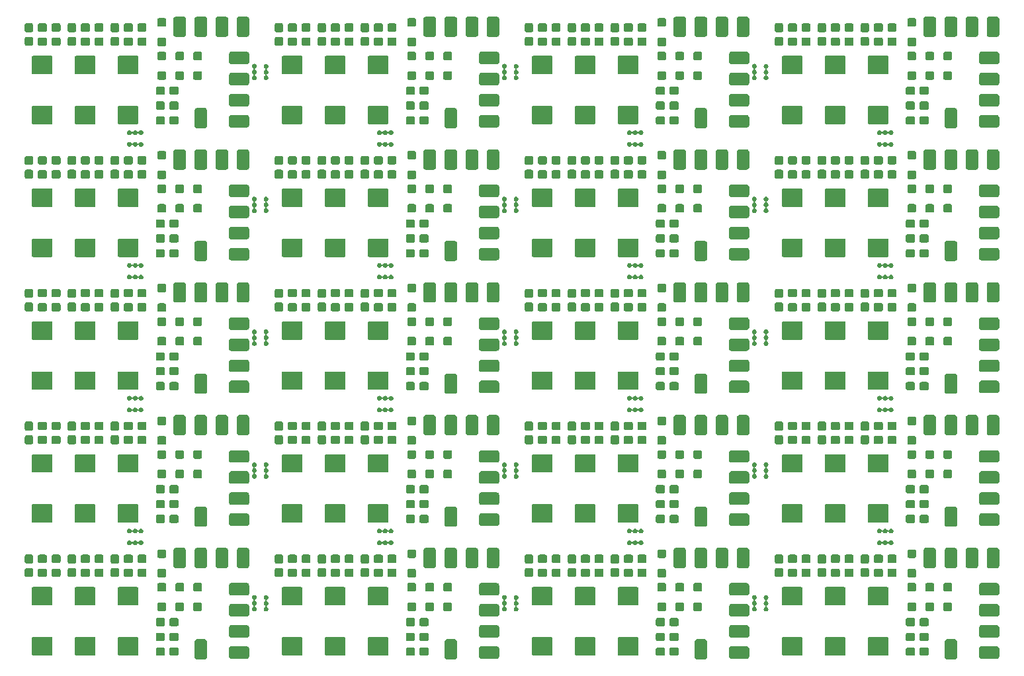
<source format=gbr>
G04 #@! TF.GenerationSoftware,KiCad,Pcbnew,(5.1.5-0-10_14)*
G04 #@! TF.CreationDate,2020-08-30T00:05:12+03:00*
G04 #@! TF.ProjectId,miniRGBii,6d696e69-5247-4426-9969-2e6b69636164,rev?*
G04 #@! TF.SameCoordinates,Original*
G04 #@! TF.FileFunction,Soldermask,Top*
G04 #@! TF.FilePolarity,Negative*
%FSLAX46Y46*%
G04 Gerber Fmt 4.6, Leading zero omitted, Abs format (unit mm)*
G04 Created by KiCad (PCBNEW (5.1.5-0-10_14)) date 2020-08-30 00:05:12*
%MOMM*%
%LPD*%
G04 APERTURE LIST*
%ADD10C,0.100000*%
G04 APERTURE END LIST*
D10*
G36*
X302928823Y-134106087D02*
G01*
X302992111Y-134125286D01*
X303050449Y-134156468D01*
X303101575Y-134198425D01*
X303143532Y-134249551D01*
X303174714Y-134307889D01*
X303193913Y-134371177D01*
X303201000Y-134443138D01*
X303201000Y-136356862D01*
X303193913Y-136428823D01*
X303174714Y-136492111D01*
X303143532Y-136550449D01*
X303101575Y-136601575D01*
X303050449Y-136643532D01*
X302992111Y-136674714D01*
X302928823Y-136693913D01*
X302856862Y-136701000D01*
X301943138Y-136701000D01*
X301871177Y-136693913D01*
X301807889Y-136674714D01*
X301749551Y-136643532D01*
X301698425Y-136601575D01*
X301656468Y-136550449D01*
X301625286Y-136492111D01*
X301606087Y-136428823D01*
X301599000Y-136356862D01*
X301599000Y-134443138D01*
X301606087Y-134371177D01*
X301625286Y-134307889D01*
X301656468Y-134249551D01*
X301698425Y-134198425D01*
X301749551Y-134156468D01*
X301807889Y-134125286D01*
X301871177Y-134106087D01*
X301943138Y-134099000D01*
X302856862Y-134099000D01*
X302928823Y-134106087D01*
G37*
G36*
X270928823Y-134106087D02*
G01*
X270992111Y-134125286D01*
X271050449Y-134156468D01*
X271101575Y-134198425D01*
X271143532Y-134249551D01*
X271174714Y-134307889D01*
X271193913Y-134371177D01*
X271201000Y-134443138D01*
X271201000Y-136356862D01*
X271193913Y-136428823D01*
X271174714Y-136492111D01*
X271143532Y-136550449D01*
X271101575Y-136601575D01*
X271050449Y-136643532D01*
X270992111Y-136674714D01*
X270928823Y-136693913D01*
X270856862Y-136701000D01*
X269943138Y-136701000D01*
X269871177Y-136693913D01*
X269807889Y-136674714D01*
X269749551Y-136643532D01*
X269698425Y-136601575D01*
X269656468Y-136550449D01*
X269625286Y-136492111D01*
X269606087Y-136428823D01*
X269599000Y-136356862D01*
X269599000Y-134443138D01*
X269606087Y-134371177D01*
X269625286Y-134307889D01*
X269656468Y-134249551D01*
X269698425Y-134198425D01*
X269749551Y-134156468D01*
X269807889Y-134125286D01*
X269871177Y-134106087D01*
X269943138Y-134099000D01*
X270856862Y-134099000D01*
X270928823Y-134106087D01*
G37*
G36*
X238928823Y-134106087D02*
G01*
X238992111Y-134125286D01*
X239050449Y-134156468D01*
X239101575Y-134198425D01*
X239143532Y-134249551D01*
X239174714Y-134307889D01*
X239193913Y-134371177D01*
X239201000Y-134443138D01*
X239201000Y-136356862D01*
X239193913Y-136428823D01*
X239174714Y-136492111D01*
X239143532Y-136550449D01*
X239101575Y-136601575D01*
X239050449Y-136643532D01*
X238992111Y-136674714D01*
X238928823Y-136693913D01*
X238856862Y-136701000D01*
X237943138Y-136701000D01*
X237871177Y-136693913D01*
X237807889Y-136674714D01*
X237749551Y-136643532D01*
X237698425Y-136601575D01*
X237656468Y-136550449D01*
X237625286Y-136492111D01*
X237606087Y-136428823D01*
X237599000Y-136356862D01*
X237599000Y-134443138D01*
X237606087Y-134371177D01*
X237625286Y-134307889D01*
X237656468Y-134249551D01*
X237698425Y-134198425D01*
X237749551Y-134156468D01*
X237807889Y-134125286D01*
X237871177Y-134106087D01*
X237943138Y-134099000D01*
X238856862Y-134099000D01*
X238928823Y-134106087D01*
G37*
G36*
X206928823Y-134106087D02*
G01*
X206992111Y-134125286D01*
X207050449Y-134156468D01*
X207101575Y-134198425D01*
X207143532Y-134249551D01*
X207174714Y-134307889D01*
X207193913Y-134371177D01*
X207201000Y-134443138D01*
X207201000Y-136356862D01*
X207193913Y-136428823D01*
X207174714Y-136492111D01*
X207143532Y-136550449D01*
X207101575Y-136601575D01*
X207050449Y-136643532D01*
X206992111Y-136674714D01*
X206928823Y-136693913D01*
X206856862Y-136701000D01*
X205943138Y-136701000D01*
X205871177Y-136693913D01*
X205807889Y-136674714D01*
X205749551Y-136643532D01*
X205698425Y-136601575D01*
X205656468Y-136550449D01*
X205625286Y-136492111D01*
X205606087Y-136428823D01*
X205599000Y-136356862D01*
X205599000Y-134443138D01*
X205606087Y-134371177D01*
X205625286Y-134307889D01*
X205656468Y-134249551D01*
X205698425Y-134198425D01*
X205749551Y-134156468D01*
X205807889Y-134125286D01*
X205871177Y-134106087D01*
X205943138Y-134099000D01*
X206856862Y-134099000D01*
X206928823Y-134106087D01*
G37*
G36*
X308328823Y-135006087D02*
G01*
X308392111Y-135025286D01*
X308450449Y-135056468D01*
X308501575Y-135098425D01*
X308543532Y-135149551D01*
X308574714Y-135207889D01*
X308593913Y-135271177D01*
X308601000Y-135343138D01*
X308601000Y-136256862D01*
X308593913Y-136328823D01*
X308574714Y-136392111D01*
X308543532Y-136450449D01*
X308501575Y-136501575D01*
X308450449Y-136543532D01*
X308392111Y-136574714D01*
X308328823Y-136593913D01*
X308256862Y-136601000D01*
X306343138Y-136601000D01*
X306271177Y-136593913D01*
X306207889Y-136574714D01*
X306149551Y-136543532D01*
X306098425Y-136501575D01*
X306056468Y-136450449D01*
X306025286Y-136392111D01*
X306006087Y-136328823D01*
X305999000Y-136256862D01*
X305999000Y-135343138D01*
X306006087Y-135271177D01*
X306025286Y-135207889D01*
X306056468Y-135149551D01*
X306098425Y-135098425D01*
X306149551Y-135056468D01*
X306207889Y-135025286D01*
X306271177Y-135006087D01*
X306343138Y-134999000D01*
X308256862Y-134999000D01*
X308328823Y-135006087D01*
G37*
G36*
X212328823Y-135006087D02*
G01*
X212392111Y-135025286D01*
X212450449Y-135056468D01*
X212501575Y-135098425D01*
X212543532Y-135149551D01*
X212574714Y-135207889D01*
X212593913Y-135271177D01*
X212601000Y-135343138D01*
X212601000Y-136256862D01*
X212593913Y-136328823D01*
X212574714Y-136392111D01*
X212543532Y-136450449D01*
X212501575Y-136501575D01*
X212450449Y-136543532D01*
X212392111Y-136574714D01*
X212328823Y-136593913D01*
X212256862Y-136601000D01*
X210343138Y-136601000D01*
X210271177Y-136593913D01*
X210207889Y-136574714D01*
X210149551Y-136543532D01*
X210098425Y-136501575D01*
X210056468Y-136450449D01*
X210025286Y-136392111D01*
X210006087Y-136328823D01*
X209999000Y-136256862D01*
X209999000Y-135343138D01*
X210006087Y-135271177D01*
X210025286Y-135207889D01*
X210056468Y-135149551D01*
X210098425Y-135098425D01*
X210149551Y-135056468D01*
X210207889Y-135025286D01*
X210271177Y-135006087D01*
X210343138Y-134999000D01*
X212256862Y-134999000D01*
X212328823Y-135006087D01*
G37*
G36*
X244328823Y-135006087D02*
G01*
X244392111Y-135025286D01*
X244450449Y-135056468D01*
X244501575Y-135098425D01*
X244543532Y-135149551D01*
X244574714Y-135207889D01*
X244593913Y-135271177D01*
X244601000Y-135343138D01*
X244601000Y-136256862D01*
X244593913Y-136328823D01*
X244574714Y-136392111D01*
X244543532Y-136450449D01*
X244501575Y-136501575D01*
X244450449Y-136543532D01*
X244392111Y-136574714D01*
X244328823Y-136593913D01*
X244256862Y-136601000D01*
X242343138Y-136601000D01*
X242271177Y-136593913D01*
X242207889Y-136574714D01*
X242149551Y-136543532D01*
X242098425Y-136501575D01*
X242056468Y-136450449D01*
X242025286Y-136392111D01*
X242006087Y-136328823D01*
X241999000Y-136256862D01*
X241999000Y-135343138D01*
X242006087Y-135271177D01*
X242025286Y-135207889D01*
X242056468Y-135149551D01*
X242098425Y-135098425D01*
X242149551Y-135056468D01*
X242207889Y-135025286D01*
X242271177Y-135006087D01*
X242343138Y-134999000D01*
X244256862Y-134999000D01*
X244328823Y-135006087D01*
G37*
G36*
X276328823Y-135006087D02*
G01*
X276392111Y-135025286D01*
X276450449Y-135056468D01*
X276501575Y-135098425D01*
X276543532Y-135149551D01*
X276574714Y-135207889D01*
X276593913Y-135271177D01*
X276601000Y-135343138D01*
X276601000Y-136256862D01*
X276593913Y-136328823D01*
X276574714Y-136392111D01*
X276543532Y-136450449D01*
X276501575Y-136501575D01*
X276450449Y-136543532D01*
X276392111Y-136574714D01*
X276328823Y-136593913D01*
X276256862Y-136601000D01*
X274343138Y-136601000D01*
X274271177Y-136593913D01*
X274207889Y-136574714D01*
X274149551Y-136543532D01*
X274098425Y-136501575D01*
X274056468Y-136450449D01*
X274025286Y-136392111D01*
X274006087Y-136328823D01*
X273999000Y-136256862D01*
X273999000Y-135343138D01*
X274006087Y-135271177D01*
X274025286Y-135207889D01*
X274056468Y-135149551D01*
X274098425Y-135098425D01*
X274149551Y-135056468D01*
X274207889Y-135025286D01*
X274271177Y-135006087D01*
X274343138Y-134999000D01*
X276256862Y-134999000D01*
X276328823Y-135006087D01*
G37*
G36*
X297639499Y-135178445D02*
G01*
X297676995Y-135189820D01*
X297711554Y-135208292D01*
X297741847Y-135233153D01*
X297766708Y-135263446D01*
X297785180Y-135298005D01*
X297796555Y-135335501D01*
X297801000Y-135380638D01*
X297801000Y-136019362D01*
X297796555Y-136064499D01*
X297785180Y-136101995D01*
X297766708Y-136136554D01*
X297741847Y-136166847D01*
X297711554Y-136191708D01*
X297676995Y-136210180D01*
X297639499Y-136221555D01*
X297594362Y-136226000D01*
X296855638Y-136226000D01*
X296810501Y-136221555D01*
X296773005Y-136210180D01*
X296738446Y-136191708D01*
X296708153Y-136166847D01*
X296683292Y-136136554D01*
X296664820Y-136101995D01*
X296653445Y-136064499D01*
X296649000Y-136019362D01*
X296649000Y-135380638D01*
X296653445Y-135335501D01*
X296664820Y-135298005D01*
X296683292Y-135263446D01*
X296708153Y-135233153D01*
X296738446Y-135208292D01*
X296773005Y-135189820D01*
X296810501Y-135178445D01*
X296855638Y-135174000D01*
X297594362Y-135174000D01*
X297639499Y-135178445D01*
G37*
G36*
X267389499Y-135178445D02*
G01*
X267426995Y-135189820D01*
X267461554Y-135208292D01*
X267491847Y-135233153D01*
X267516708Y-135263446D01*
X267535180Y-135298005D01*
X267546555Y-135335501D01*
X267551000Y-135380638D01*
X267551000Y-136019362D01*
X267546555Y-136064499D01*
X267535180Y-136101995D01*
X267516708Y-136136554D01*
X267491847Y-136166847D01*
X267461554Y-136191708D01*
X267426995Y-136210180D01*
X267389499Y-136221555D01*
X267344362Y-136226000D01*
X266605638Y-136226000D01*
X266560501Y-136221555D01*
X266523005Y-136210180D01*
X266488446Y-136191708D01*
X266458153Y-136166847D01*
X266433292Y-136136554D01*
X266414820Y-136101995D01*
X266403445Y-136064499D01*
X266399000Y-136019362D01*
X266399000Y-135380638D01*
X266403445Y-135335501D01*
X266414820Y-135298005D01*
X266433292Y-135263446D01*
X266458153Y-135233153D01*
X266488446Y-135208292D01*
X266523005Y-135189820D01*
X266560501Y-135178445D01*
X266605638Y-135174000D01*
X267344362Y-135174000D01*
X267389499Y-135178445D01*
G37*
G36*
X265639499Y-135178445D02*
G01*
X265676995Y-135189820D01*
X265711554Y-135208292D01*
X265741847Y-135233153D01*
X265766708Y-135263446D01*
X265785180Y-135298005D01*
X265796555Y-135335501D01*
X265801000Y-135380638D01*
X265801000Y-136019362D01*
X265796555Y-136064499D01*
X265785180Y-136101995D01*
X265766708Y-136136554D01*
X265741847Y-136166847D01*
X265711554Y-136191708D01*
X265676995Y-136210180D01*
X265639499Y-136221555D01*
X265594362Y-136226000D01*
X264855638Y-136226000D01*
X264810501Y-136221555D01*
X264773005Y-136210180D01*
X264738446Y-136191708D01*
X264708153Y-136166847D01*
X264683292Y-136136554D01*
X264664820Y-136101995D01*
X264653445Y-136064499D01*
X264649000Y-136019362D01*
X264649000Y-135380638D01*
X264653445Y-135335501D01*
X264664820Y-135298005D01*
X264683292Y-135263446D01*
X264708153Y-135233153D01*
X264738446Y-135208292D01*
X264773005Y-135189820D01*
X264810501Y-135178445D01*
X264855638Y-135174000D01*
X265594362Y-135174000D01*
X265639499Y-135178445D01*
G37*
G36*
X235389499Y-135178445D02*
G01*
X235426995Y-135189820D01*
X235461554Y-135208292D01*
X235491847Y-135233153D01*
X235516708Y-135263446D01*
X235535180Y-135298005D01*
X235546555Y-135335501D01*
X235551000Y-135380638D01*
X235551000Y-136019362D01*
X235546555Y-136064499D01*
X235535180Y-136101995D01*
X235516708Y-136136554D01*
X235491847Y-136166847D01*
X235461554Y-136191708D01*
X235426995Y-136210180D01*
X235389499Y-136221555D01*
X235344362Y-136226000D01*
X234605638Y-136226000D01*
X234560501Y-136221555D01*
X234523005Y-136210180D01*
X234488446Y-136191708D01*
X234458153Y-136166847D01*
X234433292Y-136136554D01*
X234414820Y-136101995D01*
X234403445Y-136064499D01*
X234399000Y-136019362D01*
X234399000Y-135380638D01*
X234403445Y-135335501D01*
X234414820Y-135298005D01*
X234433292Y-135263446D01*
X234458153Y-135233153D01*
X234488446Y-135208292D01*
X234523005Y-135189820D01*
X234560501Y-135178445D01*
X234605638Y-135174000D01*
X235344362Y-135174000D01*
X235389499Y-135178445D01*
G37*
G36*
X233639499Y-135178445D02*
G01*
X233676995Y-135189820D01*
X233711554Y-135208292D01*
X233741847Y-135233153D01*
X233766708Y-135263446D01*
X233785180Y-135298005D01*
X233796555Y-135335501D01*
X233801000Y-135380638D01*
X233801000Y-136019362D01*
X233796555Y-136064499D01*
X233785180Y-136101995D01*
X233766708Y-136136554D01*
X233741847Y-136166847D01*
X233711554Y-136191708D01*
X233676995Y-136210180D01*
X233639499Y-136221555D01*
X233594362Y-136226000D01*
X232855638Y-136226000D01*
X232810501Y-136221555D01*
X232773005Y-136210180D01*
X232738446Y-136191708D01*
X232708153Y-136166847D01*
X232683292Y-136136554D01*
X232664820Y-136101995D01*
X232653445Y-136064499D01*
X232649000Y-136019362D01*
X232649000Y-135380638D01*
X232653445Y-135335501D01*
X232664820Y-135298005D01*
X232683292Y-135263446D01*
X232708153Y-135233153D01*
X232738446Y-135208292D01*
X232773005Y-135189820D01*
X232810501Y-135178445D01*
X232855638Y-135174000D01*
X233594362Y-135174000D01*
X233639499Y-135178445D01*
G37*
G36*
X203389499Y-135178445D02*
G01*
X203426995Y-135189820D01*
X203461554Y-135208292D01*
X203491847Y-135233153D01*
X203516708Y-135263446D01*
X203535180Y-135298005D01*
X203546555Y-135335501D01*
X203551000Y-135380638D01*
X203551000Y-136019362D01*
X203546555Y-136064499D01*
X203535180Y-136101995D01*
X203516708Y-136136554D01*
X203491847Y-136166847D01*
X203461554Y-136191708D01*
X203426995Y-136210180D01*
X203389499Y-136221555D01*
X203344362Y-136226000D01*
X202605638Y-136226000D01*
X202560501Y-136221555D01*
X202523005Y-136210180D01*
X202488446Y-136191708D01*
X202458153Y-136166847D01*
X202433292Y-136136554D01*
X202414820Y-136101995D01*
X202403445Y-136064499D01*
X202399000Y-136019362D01*
X202399000Y-135380638D01*
X202403445Y-135335501D01*
X202414820Y-135298005D01*
X202433292Y-135263446D01*
X202458153Y-135233153D01*
X202488446Y-135208292D01*
X202523005Y-135189820D01*
X202560501Y-135178445D01*
X202605638Y-135174000D01*
X203344362Y-135174000D01*
X203389499Y-135178445D01*
G37*
G36*
X201639499Y-135178445D02*
G01*
X201676995Y-135189820D01*
X201711554Y-135208292D01*
X201741847Y-135233153D01*
X201766708Y-135263446D01*
X201785180Y-135298005D01*
X201796555Y-135335501D01*
X201801000Y-135380638D01*
X201801000Y-136019362D01*
X201796555Y-136064499D01*
X201785180Y-136101995D01*
X201766708Y-136136554D01*
X201741847Y-136166847D01*
X201711554Y-136191708D01*
X201676995Y-136210180D01*
X201639499Y-136221555D01*
X201594362Y-136226000D01*
X200855638Y-136226000D01*
X200810501Y-136221555D01*
X200773005Y-136210180D01*
X200738446Y-136191708D01*
X200708153Y-136166847D01*
X200683292Y-136136554D01*
X200664820Y-136101995D01*
X200653445Y-136064499D01*
X200649000Y-136019362D01*
X200649000Y-135380638D01*
X200653445Y-135335501D01*
X200664820Y-135298005D01*
X200683292Y-135263446D01*
X200708153Y-135233153D01*
X200738446Y-135208292D01*
X200773005Y-135189820D01*
X200810501Y-135178445D01*
X200855638Y-135174000D01*
X201594362Y-135174000D01*
X201639499Y-135178445D01*
G37*
G36*
X299389499Y-135178445D02*
G01*
X299426995Y-135189820D01*
X299461554Y-135208292D01*
X299491847Y-135233153D01*
X299516708Y-135263446D01*
X299535180Y-135298005D01*
X299546555Y-135335501D01*
X299551000Y-135380638D01*
X299551000Y-136019362D01*
X299546555Y-136064499D01*
X299535180Y-136101995D01*
X299516708Y-136136554D01*
X299491847Y-136166847D01*
X299461554Y-136191708D01*
X299426995Y-136210180D01*
X299389499Y-136221555D01*
X299344362Y-136226000D01*
X298605638Y-136226000D01*
X298560501Y-136221555D01*
X298523005Y-136210180D01*
X298488446Y-136191708D01*
X298458153Y-136166847D01*
X298433292Y-136136554D01*
X298414820Y-136101995D01*
X298403445Y-136064499D01*
X298399000Y-136019362D01*
X298399000Y-135380638D01*
X298403445Y-135335501D01*
X298414820Y-135298005D01*
X298433292Y-135263446D01*
X298458153Y-135233153D01*
X298488446Y-135208292D01*
X298523005Y-135189820D01*
X298560501Y-135178445D01*
X298605638Y-135174000D01*
X299344362Y-135174000D01*
X299389499Y-135178445D01*
G37*
G36*
X187293786Y-133827746D02*
G01*
X187324461Y-133837051D01*
X187352729Y-133852161D01*
X187377506Y-133872494D01*
X187397839Y-133897271D01*
X187412949Y-133925539D01*
X187422254Y-133956214D01*
X187426000Y-133994251D01*
X187426000Y-136005749D01*
X187422254Y-136043786D01*
X187412949Y-136074461D01*
X187397839Y-136102729D01*
X187377506Y-136127506D01*
X187352729Y-136147839D01*
X187324461Y-136162949D01*
X187293786Y-136172254D01*
X187255749Y-136176000D01*
X184944251Y-136176000D01*
X184906214Y-136172254D01*
X184875539Y-136162949D01*
X184847271Y-136147839D01*
X184822494Y-136127506D01*
X184802161Y-136102729D01*
X184787051Y-136074461D01*
X184777746Y-136043786D01*
X184774000Y-136005749D01*
X184774000Y-133994251D01*
X184777746Y-133956214D01*
X184787051Y-133925539D01*
X184802161Y-133897271D01*
X184822494Y-133872494D01*
X184847271Y-133852161D01*
X184875539Y-133837051D01*
X184906214Y-133827746D01*
X184944251Y-133824000D01*
X187255749Y-133824000D01*
X187293786Y-133827746D01*
G37*
G36*
X198293786Y-133827746D02*
G01*
X198324461Y-133837051D01*
X198352729Y-133852161D01*
X198377506Y-133872494D01*
X198397839Y-133897271D01*
X198412949Y-133925539D01*
X198422254Y-133956214D01*
X198426000Y-133994251D01*
X198426000Y-136005749D01*
X198422254Y-136043786D01*
X198412949Y-136074461D01*
X198397839Y-136102729D01*
X198377506Y-136127506D01*
X198352729Y-136147839D01*
X198324461Y-136162949D01*
X198293786Y-136172254D01*
X198255749Y-136176000D01*
X195944251Y-136176000D01*
X195906214Y-136172254D01*
X195875539Y-136162949D01*
X195847271Y-136147839D01*
X195822494Y-136127506D01*
X195802161Y-136102729D01*
X195787051Y-136074461D01*
X195777746Y-136043786D01*
X195774000Y-136005749D01*
X195774000Y-133994251D01*
X195777746Y-133956214D01*
X195787051Y-133925539D01*
X195802161Y-133897271D01*
X195822494Y-133872494D01*
X195847271Y-133852161D01*
X195875539Y-133837051D01*
X195906214Y-133827746D01*
X195944251Y-133824000D01*
X198255749Y-133824000D01*
X198293786Y-133827746D01*
G37*
G36*
X294293786Y-133827746D02*
G01*
X294324461Y-133837051D01*
X294352729Y-133852161D01*
X294377506Y-133872494D01*
X294397839Y-133897271D01*
X294412949Y-133925539D01*
X294422254Y-133956214D01*
X294426000Y-133994251D01*
X294426000Y-136005749D01*
X294422254Y-136043786D01*
X294412949Y-136074461D01*
X294397839Y-136102729D01*
X294377506Y-136127506D01*
X294352729Y-136147839D01*
X294324461Y-136162949D01*
X294293786Y-136172254D01*
X294255749Y-136176000D01*
X291944251Y-136176000D01*
X291906214Y-136172254D01*
X291875539Y-136162949D01*
X291847271Y-136147839D01*
X291822494Y-136127506D01*
X291802161Y-136102729D01*
X291787051Y-136074461D01*
X291777746Y-136043786D01*
X291774000Y-136005749D01*
X291774000Y-133994251D01*
X291777746Y-133956214D01*
X291787051Y-133925539D01*
X291802161Y-133897271D01*
X291822494Y-133872494D01*
X291847271Y-133852161D01*
X291875539Y-133837051D01*
X291906214Y-133827746D01*
X291944251Y-133824000D01*
X294255749Y-133824000D01*
X294293786Y-133827746D01*
G37*
G36*
X288793786Y-133827746D02*
G01*
X288824461Y-133837051D01*
X288852729Y-133852161D01*
X288877506Y-133872494D01*
X288897839Y-133897271D01*
X288912949Y-133925539D01*
X288922254Y-133956214D01*
X288926000Y-133994251D01*
X288926000Y-136005749D01*
X288922254Y-136043786D01*
X288912949Y-136074461D01*
X288897839Y-136102729D01*
X288877506Y-136127506D01*
X288852729Y-136147839D01*
X288824461Y-136162949D01*
X288793786Y-136172254D01*
X288755749Y-136176000D01*
X286444251Y-136176000D01*
X286406214Y-136172254D01*
X286375539Y-136162949D01*
X286347271Y-136147839D01*
X286322494Y-136127506D01*
X286302161Y-136102729D01*
X286287051Y-136074461D01*
X286277746Y-136043786D01*
X286274000Y-136005749D01*
X286274000Y-133994251D01*
X286277746Y-133956214D01*
X286287051Y-133925539D01*
X286302161Y-133897271D01*
X286322494Y-133872494D01*
X286347271Y-133852161D01*
X286375539Y-133837051D01*
X286406214Y-133827746D01*
X286444251Y-133824000D01*
X288755749Y-133824000D01*
X288793786Y-133827746D01*
G37*
G36*
X283293786Y-133827746D02*
G01*
X283324461Y-133837051D01*
X283352729Y-133852161D01*
X283377506Y-133872494D01*
X283397839Y-133897271D01*
X283412949Y-133925539D01*
X283422254Y-133956214D01*
X283426000Y-133994251D01*
X283426000Y-136005749D01*
X283422254Y-136043786D01*
X283412949Y-136074461D01*
X283397839Y-136102729D01*
X283377506Y-136127506D01*
X283352729Y-136147839D01*
X283324461Y-136162949D01*
X283293786Y-136172254D01*
X283255749Y-136176000D01*
X280944251Y-136176000D01*
X280906214Y-136172254D01*
X280875539Y-136162949D01*
X280847271Y-136147839D01*
X280822494Y-136127506D01*
X280802161Y-136102729D01*
X280787051Y-136074461D01*
X280777746Y-136043786D01*
X280774000Y-136005749D01*
X280774000Y-133994251D01*
X280777746Y-133956214D01*
X280787051Y-133925539D01*
X280802161Y-133897271D01*
X280822494Y-133872494D01*
X280847271Y-133852161D01*
X280875539Y-133837051D01*
X280906214Y-133827746D01*
X280944251Y-133824000D01*
X283255749Y-133824000D01*
X283293786Y-133827746D01*
G37*
G36*
X262293786Y-133827746D02*
G01*
X262324461Y-133837051D01*
X262352729Y-133852161D01*
X262377506Y-133872494D01*
X262397839Y-133897271D01*
X262412949Y-133925539D01*
X262422254Y-133956214D01*
X262426000Y-133994251D01*
X262426000Y-136005749D01*
X262422254Y-136043786D01*
X262412949Y-136074461D01*
X262397839Y-136102729D01*
X262377506Y-136127506D01*
X262352729Y-136147839D01*
X262324461Y-136162949D01*
X262293786Y-136172254D01*
X262255749Y-136176000D01*
X259944251Y-136176000D01*
X259906214Y-136172254D01*
X259875539Y-136162949D01*
X259847271Y-136147839D01*
X259822494Y-136127506D01*
X259802161Y-136102729D01*
X259787051Y-136074461D01*
X259777746Y-136043786D01*
X259774000Y-136005749D01*
X259774000Y-133994251D01*
X259777746Y-133956214D01*
X259787051Y-133925539D01*
X259802161Y-133897271D01*
X259822494Y-133872494D01*
X259847271Y-133852161D01*
X259875539Y-133837051D01*
X259906214Y-133827746D01*
X259944251Y-133824000D01*
X262255749Y-133824000D01*
X262293786Y-133827746D01*
G37*
G36*
X256793786Y-133827746D02*
G01*
X256824461Y-133837051D01*
X256852729Y-133852161D01*
X256877506Y-133872494D01*
X256897839Y-133897271D01*
X256912949Y-133925539D01*
X256922254Y-133956214D01*
X256926000Y-133994251D01*
X256926000Y-136005749D01*
X256922254Y-136043786D01*
X256912949Y-136074461D01*
X256897839Y-136102729D01*
X256877506Y-136127506D01*
X256852729Y-136147839D01*
X256824461Y-136162949D01*
X256793786Y-136172254D01*
X256755749Y-136176000D01*
X254444251Y-136176000D01*
X254406214Y-136172254D01*
X254375539Y-136162949D01*
X254347271Y-136147839D01*
X254322494Y-136127506D01*
X254302161Y-136102729D01*
X254287051Y-136074461D01*
X254277746Y-136043786D01*
X254274000Y-136005749D01*
X254274000Y-133994251D01*
X254277746Y-133956214D01*
X254287051Y-133925539D01*
X254302161Y-133897271D01*
X254322494Y-133872494D01*
X254347271Y-133852161D01*
X254375539Y-133837051D01*
X254406214Y-133827746D01*
X254444251Y-133824000D01*
X256755749Y-133824000D01*
X256793786Y-133827746D01*
G37*
G36*
X251293786Y-133827746D02*
G01*
X251324461Y-133837051D01*
X251352729Y-133852161D01*
X251377506Y-133872494D01*
X251397839Y-133897271D01*
X251412949Y-133925539D01*
X251422254Y-133956214D01*
X251426000Y-133994251D01*
X251426000Y-136005749D01*
X251422254Y-136043786D01*
X251412949Y-136074461D01*
X251397839Y-136102729D01*
X251377506Y-136127506D01*
X251352729Y-136147839D01*
X251324461Y-136162949D01*
X251293786Y-136172254D01*
X251255749Y-136176000D01*
X248944251Y-136176000D01*
X248906214Y-136172254D01*
X248875539Y-136162949D01*
X248847271Y-136147839D01*
X248822494Y-136127506D01*
X248802161Y-136102729D01*
X248787051Y-136074461D01*
X248777746Y-136043786D01*
X248774000Y-136005749D01*
X248774000Y-133994251D01*
X248777746Y-133956214D01*
X248787051Y-133925539D01*
X248802161Y-133897271D01*
X248822494Y-133872494D01*
X248847271Y-133852161D01*
X248875539Y-133837051D01*
X248906214Y-133827746D01*
X248944251Y-133824000D01*
X251255749Y-133824000D01*
X251293786Y-133827746D01*
G37*
G36*
X230293786Y-133827746D02*
G01*
X230324461Y-133837051D01*
X230352729Y-133852161D01*
X230377506Y-133872494D01*
X230397839Y-133897271D01*
X230412949Y-133925539D01*
X230422254Y-133956214D01*
X230426000Y-133994251D01*
X230426000Y-136005749D01*
X230422254Y-136043786D01*
X230412949Y-136074461D01*
X230397839Y-136102729D01*
X230377506Y-136127506D01*
X230352729Y-136147839D01*
X230324461Y-136162949D01*
X230293786Y-136172254D01*
X230255749Y-136176000D01*
X227944251Y-136176000D01*
X227906214Y-136172254D01*
X227875539Y-136162949D01*
X227847271Y-136147839D01*
X227822494Y-136127506D01*
X227802161Y-136102729D01*
X227787051Y-136074461D01*
X227777746Y-136043786D01*
X227774000Y-136005749D01*
X227774000Y-133994251D01*
X227777746Y-133956214D01*
X227787051Y-133925539D01*
X227802161Y-133897271D01*
X227822494Y-133872494D01*
X227847271Y-133852161D01*
X227875539Y-133837051D01*
X227906214Y-133827746D01*
X227944251Y-133824000D01*
X230255749Y-133824000D01*
X230293786Y-133827746D01*
G37*
G36*
X224793786Y-133827746D02*
G01*
X224824461Y-133837051D01*
X224852729Y-133852161D01*
X224877506Y-133872494D01*
X224897839Y-133897271D01*
X224912949Y-133925539D01*
X224922254Y-133956214D01*
X224926000Y-133994251D01*
X224926000Y-136005749D01*
X224922254Y-136043786D01*
X224912949Y-136074461D01*
X224897839Y-136102729D01*
X224877506Y-136127506D01*
X224852729Y-136147839D01*
X224824461Y-136162949D01*
X224793786Y-136172254D01*
X224755749Y-136176000D01*
X222444251Y-136176000D01*
X222406214Y-136172254D01*
X222375539Y-136162949D01*
X222347271Y-136147839D01*
X222322494Y-136127506D01*
X222302161Y-136102729D01*
X222287051Y-136074461D01*
X222277746Y-136043786D01*
X222274000Y-136005749D01*
X222274000Y-133994251D01*
X222277746Y-133956214D01*
X222287051Y-133925539D01*
X222302161Y-133897271D01*
X222322494Y-133872494D01*
X222347271Y-133852161D01*
X222375539Y-133837051D01*
X222406214Y-133827746D01*
X222444251Y-133824000D01*
X224755749Y-133824000D01*
X224793786Y-133827746D01*
G37*
G36*
X219293786Y-133827746D02*
G01*
X219324461Y-133837051D01*
X219352729Y-133852161D01*
X219377506Y-133872494D01*
X219397839Y-133897271D01*
X219412949Y-133925539D01*
X219422254Y-133956214D01*
X219426000Y-133994251D01*
X219426000Y-136005749D01*
X219422254Y-136043786D01*
X219412949Y-136074461D01*
X219397839Y-136102729D01*
X219377506Y-136127506D01*
X219352729Y-136147839D01*
X219324461Y-136162949D01*
X219293786Y-136172254D01*
X219255749Y-136176000D01*
X216944251Y-136176000D01*
X216906214Y-136172254D01*
X216875539Y-136162949D01*
X216847271Y-136147839D01*
X216822494Y-136127506D01*
X216802161Y-136102729D01*
X216787051Y-136074461D01*
X216777746Y-136043786D01*
X216774000Y-136005749D01*
X216774000Y-133994251D01*
X216777746Y-133956214D01*
X216787051Y-133925539D01*
X216802161Y-133897271D01*
X216822494Y-133872494D01*
X216847271Y-133852161D01*
X216875539Y-133837051D01*
X216906214Y-133827746D01*
X216944251Y-133824000D01*
X219255749Y-133824000D01*
X219293786Y-133827746D01*
G37*
G36*
X192793786Y-133827746D02*
G01*
X192824461Y-133837051D01*
X192852729Y-133852161D01*
X192877506Y-133872494D01*
X192897839Y-133897271D01*
X192912949Y-133925539D01*
X192922254Y-133956214D01*
X192926000Y-133994251D01*
X192926000Y-136005749D01*
X192922254Y-136043786D01*
X192912949Y-136074461D01*
X192897839Y-136102729D01*
X192877506Y-136127506D01*
X192852729Y-136147839D01*
X192824461Y-136162949D01*
X192793786Y-136172254D01*
X192755749Y-136176000D01*
X190444251Y-136176000D01*
X190406214Y-136172254D01*
X190375539Y-136162949D01*
X190347271Y-136147839D01*
X190322494Y-136127506D01*
X190302161Y-136102729D01*
X190287051Y-136074461D01*
X190277746Y-136043786D01*
X190274000Y-136005749D01*
X190274000Y-133994251D01*
X190277746Y-133956214D01*
X190287051Y-133925539D01*
X190302161Y-133897271D01*
X190322494Y-133872494D01*
X190347271Y-133852161D01*
X190375539Y-133837051D01*
X190406214Y-133827746D01*
X190444251Y-133824000D01*
X192755749Y-133824000D01*
X192793786Y-133827746D01*
G37*
G36*
X233639499Y-133278445D02*
G01*
X233676995Y-133289820D01*
X233711554Y-133308292D01*
X233741847Y-133333153D01*
X233766708Y-133363446D01*
X233785180Y-133398005D01*
X233796555Y-133435501D01*
X233801000Y-133480638D01*
X233801000Y-134119362D01*
X233796555Y-134164499D01*
X233785180Y-134201995D01*
X233766708Y-134236554D01*
X233741847Y-134266847D01*
X233711554Y-134291708D01*
X233676995Y-134310180D01*
X233639499Y-134321555D01*
X233594362Y-134326000D01*
X232855638Y-134326000D01*
X232810501Y-134321555D01*
X232773005Y-134310180D01*
X232738446Y-134291708D01*
X232708153Y-134266847D01*
X232683292Y-134236554D01*
X232664820Y-134201995D01*
X232653445Y-134164499D01*
X232649000Y-134119362D01*
X232649000Y-133480638D01*
X232653445Y-133435501D01*
X232664820Y-133398005D01*
X232683292Y-133363446D01*
X232708153Y-133333153D01*
X232738446Y-133308292D01*
X232773005Y-133289820D01*
X232810501Y-133278445D01*
X232855638Y-133274000D01*
X233594362Y-133274000D01*
X233639499Y-133278445D01*
G37*
G36*
X297639499Y-133278445D02*
G01*
X297676995Y-133289820D01*
X297711554Y-133308292D01*
X297741847Y-133333153D01*
X297766708Y-133363446D01*
X297785180Y-133398005D01*
X297796555Y-133435501D01*
X297801000Y-133480638D01*
X297801000Y-134119362D01*
X297796555Y-134164499D01*
X297785180Y-134201995D01*
X297766708Y-134236554D01*
X297741847Y-134266847D01*
X297711554Y-134291708D01*
X297676995Y-134310180D01*
X297639499Y-134321555D01*
X297594362Y-134326000D01*
X296855638Y-134326000D01*
X296810501Y-134321555D01*
X296773005Y-134310180D01*
X296738446Y-134291708D01*
X296708153Y-134266847D01*
X296683292Y-134236554D01*
X296664820Y-134201995D01*
X296653445Y-134164499D01*
X296649000Y-134119362D01*
X296649000Y-133480638D01*
X296653445Y-133435501D01*
X296664820Y-133398005D01*
X296683292Y-133363446D01*
X296708153Y-133333153D01*
X296738446Y-133308292D01*
X296773005Y-133289820D01*
X296810501Y-133278445D01*
X296855638Y-133274000D01*
X297594362Y-133274000D01*
X297639499Y-133278445D01*
G37*
G36*
X265639499Y-133278445D02*
G01*
X265676995Y-133289820D01*
X265711554Y-133308292D01*
X265741847Y-133333153D01*
X265766708Y-133363446D01*
X265785180Y-133398005D01*
X265796555Y-133435501D01*
X265801000Y-133480638D01*
X265801000Y-134119362D01*
X265796555Y-134164499D01*
X265785180Y-134201995D01*
X265766708Y-134236554D01*
X265741847Y-134266847D01*
X265711554Y-134291708D01*
X265676995Y-134310180D01*
X265639499Y-134321555D01*
X265594362Y-134326000D01*
X264855638Y-134326000D01*
X264810501Y-134321555D01*
X264773005Y-134310180D01*
X264738446Y-134291708D01*
X264708153Y-134266847D01*
X264683292Y-134236554D01*
X264664820Y-134201995D01*
X264653445Y-134164499D01*
X264649000Y-134119362D01*
X264649000Y-133480638D01*
X264653445Y-133435501D01*
X264664820Y-133398005D01*
X264683292Y-133363446D01*
X264708153Y-133333153D01*
X264738446Y-133308292D01*
X264773005Y-133289820D01*
X264810501Y-133278445D01*
X264855638Y-133274000D01*
X265594362Y-133274000D01*
X265639499Y-133278445D01*
G37*
G36*
X267389499Y-133278445D02*
G01*
X267426995Y-133289820D01*
X267461554Y-133308292D01*
X267491847Y-133333153D01*
X267516708Y-133363446D01*
X267535180Y-133398005D01*
X267546555Y-133435501D01*
X267551000Y-133480638D01*
X267551000Y-134119362D01*
X267546555Y-134164499D01*
X267535180Y-134201995D01*
X267516708Y-134236554D01*
X267491847Y-134266847D01*
X267461554Y-134291708D01*
X267426995Y-134310180D01*
X267389499Y-134321555D01*
X267344362Y-134326000D01*
X266605638Y-134326000D01*
X266560501Y-134321555D01*
X266523005Y-134310180D01*
X266488446Y-134291708D01*
X266458153Y-134266847D01*
X266433292Y-134236554D01*
X266414820Y-134201995D01*
X266403445Y-134164499D01*
X266399000Y-134119362D01*
X266399000Y-133480638D01*
X266403445Y-133435501D01*
X266414820Y-133398005D01*
X266433292Y-133363446D01*
X266458153Y-133333153D01*
X266488446Y-133308292D01*
X266523005Y-133289820D01*
X266560501Y-133278445D01*
X266605638Y-133274000D01*
X267344362Y-133274000D01*
X267389499Y-133278445D01*
G37*
G36*
X299389499Y-133278445D02*
G01*
X299426995Y-133289820D01*
X299461554Y-133308292D01*
X299491847Y-133333153D01*
X299516708Y-133363446D01*
X299535180Y-133398005D01*
X299546555Y-133435501D01*
X299551000Y-133480638D01*
X299551000Y-134119362D01*
X299546555Y-134164499D01*
X299535180Y-134201995D01*
X299516708Y-134236554D01*
X299491847Y-134266847D01*
X299461554Y-134291708D01*
X299426995Y-134310180D01*
X299389499Y-134321555D01*
X299344362Y-134326000D01*
X298605638Y-134326000D01*
X298560501Y-134321555D01*
X298523005Y-134310180D01*
X298488446Y-134291708D01*
X298458153Y-134266847D01*
X298433292Y-134236554D01*
X298414820Y-134201995D01*
X298403445Y-134164499D01*
X298399000Y-134119362D01*
X298399000Y-133480638D01*
X298403445Y-133435501D01*
X298414820Y-133398005D01*
X298433292Y-133363446D01*
X298458153Y-133333153D01*
X298488446Y-133308292D01*
X298523005Y-133289820D01*
X298560501Y-133278445D01*
X298605638Y-133274000D01*
X299344362Y-133274000D01*
X299389499Y-133278445D01*
G37*
G36*
X235389499Y-133278445D02*
G01*
X235426995Y-133289820D01*
X235461554Y-133308292D01*
X235491847Y-133333153D01*
X235516708Y-133363446D01*
X235535180Y-133398005D01*
X235546555Y-133435501D01*
X235551000Y-133480638D01*
X235551000Y-134119362D01*
X235546555Y-134164499D01*
X235535180Y-134201995D01*
X235516708Y-134236554D01*
X235491847Y-134266847D01*
X235461554Y-134291708D01*
X235426995Y-134310180D01*
X235389499Y-134321555D01*
X235344362Y-134326000D01*
X234605638Y-134326000D01*
X234560501Y-134321555D01*
X234523005Y-134310180D01*
X234488446Y-134291708D01*
X234458153Y-134266847D01*
X234433292Y-134236554D01*
X234414820Y-134201995D01*
X234403445Y-134164499D01*
X234399000Y-134119362D01*
X234399000Y-133480638D01*
X234403445Y-133435501D01*
X234414820Y-133398005D01*
X234433292Y-133363446D01*
X234458153Y-133333153D01*
X234488446Y-133308292D01*
X234523005Y-133289820D01*
X234560501Y-133278445D01*
X234605638Y-133274000D01*
X235344362Y-133274000D01*
X235389499Y-133278445D01*
G37*
G36*
X203389499Y-133278445D02*
G01*
X203426995Y-133289820D01*
X203461554Y-133308292D01*
X203491847Y-133333153D01*
X203516708Y-133363446D01*
X203535180Y-133398005D01*
X203546555Y-133435501D01*
X203551000Y-133480638D01*
X203551000Y-134119362D01*
X203546555Y-134164499D01*
X203535180Y-134201995D01*
X203516708Y-134236554D01*
X203491847Y-134266847D01*
X203461554Y-134291708D01*
X203426995Y-134310180D01*
X203389499Y-134321555D01*
X203344362Y-134326000D01*
X202605638Y-134326000D01*
X202560501Y-134321555D01*
X202523005Y-134310180D01*
X202488446Y-134291708D01*
X202458153Y-134266847D01*
X202433292Y-134236554D01*
X202414820Y-134201995D01*
X202403445Y-134164499D01*
X202399000Y-134119362D01*
X202399000Y-133480638D01*
X202403445Y-133435501D01*
X202414820Y-133398005D01*
X202433292Y-133363446D01*
X202458153Y-133333153D01*
X202488446Y-133308292D01*
X202523005Y-133289820D01*
X202560501Y-133278445D01*
X202605638Y-133274000D01*
X203344362Y-133274000D01*
X203389499Y-133278445D01*
G37*
G36*
X201639499Y-133278445D02*
G01*
X201676995Y-133289820D01*
X201711554Y-133308292D01*
X201741847Y-133333153D01*
X201766708Y-133363446D01*
X201785180Y-133398005D01*
X201796555Y-133435501D01*
X201801000Y-133480638D01*
X201801000Y-134119362D01*
X201796555Y-134164499D01*
X201785180Y-134201995D01*
X201766708Y-134236554D01*
X201741847Y-134266847D01*
X201711554Y-134291708D01*
X201676995Y-134310180D01*
X201639499Y-134321555D01*
X201594362Y-134326000D01*
X200855638Y-134326000D01*
X200810501Y-134321555D01*
X200773005Y-134310180D01*
X200738446Y-134291708D01*
X200708153Y-134266847D01*
X200683292Y-134236554D01*
X200664820Y-134201995D01*
X200653445Y-134164499D01*
X200649000Y-134119362D01*
X200649000Y-133480638D01*
X200653445Y-133435501D01*
X200664820Y-133398005D01*
X200683292Y-133363446D01*
X200708153Y-133333153D01*
X200738446Y-133308292D01*
X200773005Y-133289820D01*
X200810501Y-133278445D01*
X200855638Y-133274000D01*
X201594362Y-133274000D01*
X201639499Y-133278445D01*
G37*
G36*
X276328823Y-132306087D02*
G01*
X276392111Y-132325286D01*
X276450449Y-132356468D01*
X276501575Y-132398425D01*
X276543532Y-132449551D01*
X276574714Y-132507889D01*
X276593913Y-132571177D01*
X276601000Y-132643138D01*
X276601000Y-133556862D01*
X276593913Y-133628823D01*
X276574714Y-133692111D01*
X276543532Y-133750449D01*
X276501575Y-133801575D01*
X276450449Y-133843532D01*
X276392111Y-133874714D01*
X276328823Y-133893913D01*
X276256862Y-133901000D01*
X274343138Y-133901000D01*
X274271177Y-133893913D01*
X274207889Y-133874714D01*
X274149551Y-133843532D01*
X274098425Y-133801575D01*
X274056468Y-133750449D01*
X274025286Y-133692111D01*
X274006087Y-133628823D01*
X273999000Y-133556862D01*
X273999000Y-132643138D01*
X274006087Y-132571177D01*
X274025286Y-132507889D01*
X274056468Y-132449551D01*
X274098425Y-132398425D01*
X274149551Y-132356468D01*
X274207889Y-132325286D01*
X274271177Y-132306087D01*
X274343138Y-132299000D01*
X276256862Y-132299000D01*
X276328823Y-132306087D01*
G37*
G36*
X308328823Y-132306087D02*
G01*
X308392111Y-132325286D01*
X308450449Y-132356468D01*
X308501575Y-132398425D01*
X308543532Y-132449551D01*
X308574714Y-132507889D01*
X308593913Y-132571177D01*
X308601000Y-132643138D01*
X308601000Y-133556862D01*
X308593913Y-133628823D01*
X308574714Y-133692111D01*
X308543532Y-133750449D01*
X308501575Y-133801575D01*
X308450449Y-133843532D01*
X308392111Y-133874714D01*
X308328823Y-133893913D01*
X308256862Y-133901000D01*
X306343138Y-133901000D01*
X306271177Y-133893913D01*
X306207889Y-133874714D01*
X306149551Y-133843532D01*
X306098425Y-133801575D01*
X306056468Y-133750449D01*
X306025286Y-133692111D01*
X306006087Y-133628823D01*
X305999000Y-133556862D01*
X305999000Y-132643138D01*
X306006087Y-132571177D01*
X306025286Y-132507889D01*
X306056468Y-132449551D01*
X306098425Y-132398425D01*
X306149551Y-132356468D01*
X306207889Y-132325286D01*
X306271177Y-132306087D01*
X306343138Y-132299000D01*
X308256862Y-132299000D01*
X308328823Y-132306087D01*
G37*
G36*
X212328823Y-132306087D02*
G01*
X212392111Y-132325286D01*
X212450449Y-132356468D01*
X212501575Y-132398425D01*
X212543532Y-132449551D01*
X212574714Y-132507889D01*
X212593913Y-132571177D01*
X212601000Y-132643138D01*
X212601000Y-133556862D01*
X212593913Y-133628823D01*
X212574714Y-133692111D01*
X212543532Y-133750449D01*
X212501575Y-133801575D01*
X212450449Y-133843532D01*
X212392111Y-133874714D01*
X212328823Y-133893913D01*
X212256862Y-133901000D01*
X210343138Y-133901000D01*
X210271177Y-133893913D01*
X210207889Y-133874714D01*
X210149551Y-133843532D01*
X210098425Y-133801575D01*
X210056468Y-133750449D01*
X210025286Y-133692111D01*
X210006087Y-133628823D01*
X209999000Y-133556862D01*
X209999000Y-132643138D01*
X210006087Y-132571177D01*
X210025286Y-132507889D01*
X210056468Y-132449551D01*
X210098425Y-132398425D01*
X210149551Y-132356468D01*
X210207889Y-132325286D01*
X210271177Y-132306087D01*
X210343138Y-132299000D01*
X212256862Y-132299000D01*
X212328823Y-132306087D01*
G37*
G36*
X244328823Y-132306087D02*
G01*
X244392111Y-132325286D01*
X244450449Y-132356468D01*
X244501575Y-132398425D01*
X244543532Y-132449551D01*
X244574714Y-132507889D01*
X244593913Y-132571177D01*
X244601000Y-132643138D01*
X244601000Y-133556862D01*
X244593913Y-133628823D01*
X244574714Y-133692111D01*
X244543532Y-133750449D01*
X244501575Y-133801575D01*
X244450449Y-133843532D01*
X244392111Y-133874714D01*
X244328823Y-133893913D01*
X244256862Y-133901000D01*
X242343138Y-133901000D01*
X242271177Y-133893913D01*
X242207889Y-133874714D01*
X242149551Y-133843532D01*
X242098425Y-133801575D01*
X242056468Y-133750449D01*
X242025286Y-133692111D01*
X242006087Y-133628823D01*
X241999000Y-133556862D01*
X241999000Y-132643138D01*
X242006087Y-132571177D01*
X242025286Y-132507889D01*
X242056468Y-132449551D01*
X242098425Y-132398425D01*
X242149551Y-132356468D01*
X242207889Y-132325286D01*
X242271177Y-132306087D01*
X242343138Y-132299000D01*
X244256862Y-132299000D01*
X244328823Y-132306087D01*
G37*
G36*
X265639499Y-131378445D02*
G01*
X265676995Y-131389820D01*
X265711554Y-131408292D01*
X265741847Y-131433153D01*
X265766708Y-131463446D01*
X265785180Y-131498005D01*
X265796555Y-131535501D01*
X265801000Y-131580638D01*
X265801000Y-132219362D01*
X265796555Y-132264499D01*
X265785180Y-132301995D01*
X265766708Y-132336554D01*
X265741847Y-132366847D01*
X265711554Y-132391708D01*
X265676995Y-132410180D01*
X265639499Y-132421555D01*
X265594362Y-132426000D01*
X264855638Y-132426000D01*
X264810501Y-132421555D01*
X264773005Y-132410180D01*
X264738446Y-132391708D01*
X264708153Y-132366847D01*
X264683292Y-132336554D01*
X264664820Y-132301995D01*
X264653445Y-132264499D01*
X264649000Y-132219362D01*
X264649000Y-131580638D01*
X264653445Y-131535501D01*
X264664820Y-131498005D01*
X264683292Y-131463446D01*
X264708153Y-131433153D01*
X264738446Y-131408292D01*
X264773005Y-131389820D01*
X264810501Y-131378445D01*
X264855638Y-131374000D01*
X265594362Y-131374000D01*
X265639499Y-131378445D01*
G37*
G36*
X267389499Y-131378445D02*
G01*
X267426995Y-131389820D01*
X267461554Y-131408292D01*
X267491847Y-131433153D01*
X267516708Y-131463446D01*
X267535180Y-131498005D01*
X267546555Y-131535501D01*
X267551000Y-131580638D01*
X267551000Y-132219362D01*
X267546555Y-132264499D01*
X267535180Y-132301995D01*
X267516708Y-132336554D01*
X267491847Y-132366847D01*
X267461554Y-132391708D01*
X267426995Y-132410180D01*
X267389499Y-132421555D01*
X267344362Y-132426000D01*
X266605638Y-132426000D01*
X266560501Y-132421555D01*
X266523005Y-132410180D01*
X266488446Y-132391708D01*
X266458153Y-132366847D01*
X266433292Y-132336554D01*
X266414820Y-132301995D01*
X266403445Y-132264499D01*
X266399000Y-132219362D01*
X266399000Y-131580638D01*
X266403445Y-131535501D01*
X266414820Y-131498005D01*
X266433292Y-131463446D01*
X266458153Y-131433153D01*
X266488446Y-131408292D01*
X266523005Y-131389820D01*
X266560501Y-131378445D01*
X266605638Y-131374000D01*
X267344362Y-131374000D01*
X267389499Y-131378445D01*
G37*
G36*
X235389499Y-131378445D02*
G01*
X235426995Y-131389820D01*
X235461554Y-131408292D01*
X235491847Y-131433153D01*
X235516708Y-131463446D01*
X235535180Y-131498005D01*
X235546555Y-131535501D01*
X235551000Y-131580638D01*
X235551000Y-132219362D01*
X235546555Y-132264499D01*
X235535180Y-132301995D01*
X235516708Y-132336554D01*
X235491847Y-132366847D01*
X235461554Y-132391708D01*
X235426995Y-132410180D01*
X235389499Y-132421555D01*
X235344362Y-132426000D01*
X234605638Y-132426000D01*
X234560501Y-132421555D01*
X234523005Y-132410180D01*
X234488446Y-132391708D01*
X234458153Y-132366847D01*
X234433292Y-132336554D01*
X234414820Y-132301995D01*
X234403445Y-132264499D01*
X234399000Y-132219362D01*
X234399000Y-131580638D01*
X234403445Y-131535501D01*
X234414820Y-131498005D01*
X234433292Y-131463446D01*
X234458153Y-131433153D01*
X234488446Y-131408292D01*
X234523005Y-131389820D01*
X234560501Y-131378445D01*
X234605638Y-131374000D01*
X235344362Y-131374000D01*
X235389499Y-131378445D01*
G37*
G36*
X233639499Y-131378445D02*
G01*
X233676995Y-131389820D01*
X233711554Y-131408292D01*
X233741847Y-131433153D01*
X233766708Y-131463446D01*
X233785180Y-131498005D01*
X233796555Y-131535501D01*
X233801000Y-131580638D01*
X233801000Y-132219362D01*
X233796555Y-132264499D01*
X233785180Y-132301995D01*
X233766708Y-132336554D01*
X233741847Y-132366847D01*
X233711554Y-132391708D01*
X233676995Y-132410180D01*
X233639499Y-132421555D01*
X233594362Y-132426000D01*
X232855638Y-132426000D01*
X232810501Y-132421555D01*
X232773005Y-132410180D01*
X232738446Y-132391708D01*
X232708153Y-132366847D01*
X232683292Y-132336554D01*
X232664820Y-132301995D01*
X232653445Y-132264499D01*
X232649000Y-132219362D01*
X232649000Y-131580638D01*
X232653445Y-131535501D01*
X232664820Y-131498005D01*
X232683292Y-131463446D01*
X232708153Y-131433153D01*
X232738446Y-131408292D01*
X232773005Y-131389820D01*
X232810501Y-131378445D01*
X232855638Y-131374000D01*
X233594362Y-131374000D01*
X233639499Y-131378445D01*
G37*
G36*
X299389499Y-131378445D02*
G01*
X299426995Y-131389820D01*
X299461554Y-131408292D01*
X299491847Y-131433153D01*
X299516708Y-131463446D01*
X299535180Y-131498005D01*
X299546555Y-131535501D01*
X299551000Y-131580638D01*
X299551000Y-132219362D01*
X299546555Y-132264499D01*
X299535180Y-132301995D01*
X299516708Y-132336554D01*
X299491847Y-132366847D01*
X299461554Y-132391708D01*
X299426995Y-132410180D01*
X299389499Y-132421555D01*
X299344362Y-132426000D01*
X298605638Y-132426000D01*
X298560501Y-132421555D01*
X298523005Y-132410180D01*
X298488446Y-132391708D01*
X298458153Y-132366847D01*
X298433292Y-132336554D01*
X298414820Y-132301995D01*
X298403445Y-132264499D01*
X298399000Y-132219362D01*
X298399000Y-131580638D01*
X298403445Y-131535501D01*
X298414820Y-131498005D01*
X298433292Y-131463446D01*
X298458153Y-131433153D01*
X298488446Y-131408292D01*
X298523005Y-131389820D01*
X298560501Y-131378445D01*
X298605638Y-131374000D01*
X299344362Y-131374000D01*
X299389499Y-131378445D01*
G37*
G36*
X297639499Y-131378445D02*
G01*
X297676995Y-131389820D01*
X297711554Y-131408292D01*
X297741847Y-131433153D01*
X297766708Y-131463446D01*
X297785180Y-131498005D01*
X297796555Y-131535501D01*
X297801000Y-131580638D01*
X297801000Y-132219362D01*
X297796555Y-132264499D01*
X297785180Y-132301995D01*
X297766708Y-132336554D01*
X297741847Y-132366847D01*
X297711554Y-132391708D01*
X297676995Y-132410180D01*
X297639499Y-132421555D01*
X297594362Y-132426000D01*
X296855638Y-132426000D01*
X296810501Y-132421555D01*
X296773005Y-132410180D01*
X296738446Y-132391708D01*
X296708153Y-132366847D01*
X296683292Y-132336554D01*
X296664820Y-132301995D01*
X296653445Y-132264499D01*
X296649000Y-132219362D01*
X296649000Y-131580638D01*
X296653445Y-131535501D01*
X296664820Y-131498005D01*
X296683292Y-131463446D01*
X296708153Y-131433153D01*
X296738446Y-131408292D01*
X296773005Y-131389820D01*
X296810501Y-131378445D01*
X296855638Y-131374000D01*
X297594362Y-131374000D01*
X297639499Y-131378445D01*
G37*
G36*
X201639499Y-131378445D02*
G01*
X201676995Y-131389820D01*
X201711554Y-131408292D01*
X201741847Y-131433153D01*
X201766708Y-131463446D01*
X201785180Y-131498005D01*
X201796555Y-131535501D01*
X201801000Y-131580638D01*
X201801000Y-132219362D01*
X201796555Y-132264499D01*
X201785180Y-132301995D01*
X201766708Y-132336554D01*
X201741847Y-132366847D01*
X201711554Y-132391708D01*
X201676995Y-132410180D01*
X201639499Y-132421555D01*
X201594362Y-132426000D01*
X200855638Y-132426000D01*
X200810501Y-132421555D01*
X200773005Y-132410180D01*
X200738446Y-132391708D01*
X200708153Y-132366847D01*
X200683292Y-132336554D01*
X200664820Y-132301995D01*
X200653445Y-132264499D01*
X200649000Y-132219362D01*
X200649000Y-131580638D01*
X200653445Y-131535501D01*
X200664820Y-131498005D01*
X200683292Y-131463446D01*
X200708153Y-131433153D01*
X200738446Y-131408292D01*
X200773005Y-131389820D01*
X200810501Y-131378445D01*
X200855638Y-131374000D01*
X201594362Y-131374000D01*
X201639499Y-131378445D01*
G37*
G36*
X203389499Y-131378445D02*
G01*
X203426995Y-131389820D01*
X203461554Y-131408292D01*
X203491847Y-131433153D01*
X203516708Y-131463446D01*
X203535180Y-131498005D01*
X203546555Y-131535501D01*
X203551000Y-131580638D01*
X203551000Y-132219362D01*
X203546555Y-132264499D01*
X203535180Y-132301995D01*
X203516708Y-132336554D01*
X203491847Y-132366847D01*
X203461554Y-132391708D01*
X203426995Y-132410180D01*
X203389499Y-132421555D01*
X203344362Y-132426000D01*
X202605638Y-132426000D01*
X202560501Y-132421555D01*
X202523005Y-132410180D01*
X202488446Y-132391708D01*
X202458153Y-132366847D01*
X202433292Y-132336554D01*
X202414820Y-132301995D01*
X202403445Y-132264499D01*
X202399000Y-132219362D01*
X202399000Y-131580638D01*
X202403445Y-131535501D01*
X202414820Y-131498005D01*
X202433292Y-131463446D01*
X202458153Y-131433153D01*
X202488446Y-131408292D01*
X202523005Y-131389820D01*
X202560501Y-131378445D01*
X202605638Y-131374000D01*
X203344362Y-131374000D01*
X203389499Y-131378445D01*
G37*
G36*
X244328823Y-129606087D02*
G01*
X244392111Y-129625286D01*
X244450449Y-129656468D01*
X244501575Y-129698425D01*
X244543532Y-129749551D01*
X244574714Y-129807889D01*
X244593913Y-129871177D01*
X244601000Y-129943138D01*
X244601000Y-130856862D01*
X244593913Y-130928823D01*
X244574714Y-130992111D01*
X244543532Y-131050449D01*
X244501575Y-131101575D01*
X244450449Y-131143532D01*
X244392111Y-131174714D01*
X244328823Y-131193913D01*
X244256862Y-131201000D01*
X242343138Y-131201000D01*
X242271177Y-131193913D01*
X242207889Y-131174714D01*
X242149551Y-131143532D01*
X242098425Y-131101575D01*
X242056468Y-131050449D01*
X242025286Y-130992111D01*
X242006087Y-130928823D01*
X241999000Y-130856862D01*
X241999000Y-129943138D01*
X242006087Y-129871177D01*
X242025286Y-129807889D01*
X242056468Y-129749551D01*
X242098425Y-129698425D01*
X242149551Y-129656468D01*
X242207889Y-129625286D01*
X242271177Y-129606087D01*
X242343138Y-129599000D01*
X244256862Y-129599000D01*
X244328823Y-129606087D01*
G37*
G36*
X276328823Y-129606087D02*
G01*
X276392111Y-129625286D01*
X276450449Y-129656468D01*
X276501575Y-129698425D01*
X276543532Y-129749551D01*
X276574714Y-129807889D01*
X276593913Y-129871177D01*
X276601000Y-129943138D01*
X276601000Y-130856862D01*
X276593913Y-130928823D01*
X276574714Y-130992111D01*
X276543532Y-131050449D01*
X276501575Y-131101575D01*
X276450449Y-131143532D01*
X276392111Y-131174714D01*
X276328823Y-131193913D01*
X276256862Y-131201000D01*
X274343138Y-131201000D01*
X274271177Y-131193913D01*
X274207889Y-131174714D01*
X274149551Y-131143532D01*
X274098425Y-131101575D01*
X274056468Y-131050449D01*
X274025286Y-130992111D01*
X274006087Y-130928823D01*
X273999000Y-130856862D01*
X273999000Y-129943138D01*
X274006087Y-129871177D01*
X274025286Y-129807889D01*
X274056468Y-129749551D01*
X274098425Y-129698425D01*
X274149551Y-129656468D01*
X274207889Y-129625286D01*
X274271177Y-129606087D01*
X274343138Y-129599000D01*
X276256862Y-129599000D01*
X276328823Y-129606087D01*
G37*
G36*
X308328823Y-129606087D02*
G01*
X308392111Y-129625286D01*
X308450449Y-129656468D01*
X308501575Y-129698425D01*
X308543532Y-129749551D01*
X308574714Y-129807889D01*
X308593913Y-129871177D01*
X308601000Y-129943138D01*
X308601000Y-130856862D01*
X308593913Y-130928823D01*
X308574714Y-130992111D01*
X308543532Y-131050449D01*
X308501575Y-131101575D01*
X308450449Y-131143532D01*
X308392111Y-131174714D01*
X308328823Y-131193913D01*
X308256862Y-131201000D01*
X306343138Y-131201000D01*
X306271177Y-131193913D01*
X306207889Y-131174714D01*
X306149551Y-131143532D01*
X306098425Y-131101575D01*
X306056468Y-131050449D01*
X306025286Y-130992111D01*
X306006087Y-130928823D01*
X305999000Y-130856862D01*
X305999000Y-129943138D01*
X306006087Y-129871177D01*
X306025286Y-129807889D01*
X306056468Y-129749551D01*
X306098425Y-129698425D01*
X306149551Y-129656468D01*
X306207889Y-129625286D01*
X306271177Y-129606087D01*
X306343138Y-129599000D01*
X308256862Y-129599000D01*
X308328823Y-129606087D01*
G37*
G36*
X212328823Y-129606087D02*
G01*
X212392111Y-129625286D01*
X212450449Y-129656468D01*
X212501575Y-129698425D01*
X212543532Y-129749551D01*
X212574714Y-129807889D01*
X212593913Y-129871177D01*
X212601000Y-129943138D01*
X212601000Y-130856862D01*
X212593913Y-130928823D01*
X212574714Y-130992111D01*
X212543532Y-131050449D01*
X212501575Y-131101575D01*
X212450449Y-131143532D01*
X212392111Y-131174714D01*
X212328823Y-131193913D01*
X212256862Y-131201000D01*
X210343138Y-131201000D01*
X210271177Y-131193913D01*
X210207889Y-131174714D01*
X210149551Y-131143532D01*
X210098425Y-131101575D01*
X210056468Y-131050449D01*
X210025286Y-130992111D01*
X210006087Y-130928823D01*
X209999000Y-130856862D01*
X209999000Y-129943138D01*
X210006087Y-129871177D01*
X210025286Y-129807889D01*
X210056468Y-129749551D01*
X210098425Y-129698425D01*
X210149551Y-129656468D01*
X210207889Y-129625286D01*
X210271177Y-129606087D01*
X210343138Y-129599000D01*
X212256862Y-129599000D01*
X212328823Y-129606087D01*
G37*
G36*
X213337797Y-128460567D02*
G01*
X213392575Y-128483257D01*
X213392577Y-128483258D01*
X213441876Y-128516198D01*
X213483802Y-128558124D01*
X213516742Y-128607423D01*
X213516743Y-128607425D01*
X213539433Y-128662203D01*
X213551000Y-128720353D01*
X213551000Y-128779647D01*
X213539433Y-128837797D01*
X213516743Y-128892575D01*
X213516742Y-128892577D01*
X213483802Y-128941876D01*
X213441876Y-128983802D01*
X213392577Y-129016742D01*
X213386104Y-129021067D01*
X213367162Y-129036612D01*
X213351617Y-129055554D01*
X213340066Y-129077165D01*
X213332953Y-129100614D01*
X213330551Y-129125000D01*
X213332953Y-129149386D01*
X213340066Y-129172835D01*
X213351617Y-129194446D01*
X213367162Y-129213388D01*
X213386104Y-129228933D01*
X213392577Y-129233258D01*
X213441876Y-129266198D01*
X213483802Y-129308124D01*
X213516742Y-129357423D01*
X213516743Y-129357425D01*
X213539433Y-129412203D01*
X213551000Y-129470353D01*
X213551000Y-129529647D01*
X213539433Y-129587797D01*
X213516743Y-129642575D01*
X213516742Y-129642577D01*
X213483802Y-129691876D01*
X213441876Y-129733802D01*
X213392577Y-129766742D01*
X213386104Y-129771067D01*
X213367162Y-129786612D01*
X213351617Y-129805554D01*
X213340066Y-129827165D01*
X213332953Y-129850614D01*
X213330551Y-129875000D01*
X213332953Y-129899386D01*
X213340066Y-129922835D01*
X213351617Y-129944446D01*
X213367162Y-129963388D01*
X213386104Y-129978933D01*
X213392577Y-129983258D01*
X213441876Y-130016198D01*
X213483802Y-130058124D01*
X213516742Y-130107423D01*
X213516743Y-130107425D01*
X213539433Y-130162203D01*
X213551000Y-130220353D01*
X213551000Y-130279647D01*
X213539433Y-130337797D01*
X213522548Y-130378560D01*
X213516742Y-130392577D01*
X213483802Y-130441876D01*
X213441876Y-130483802D01*
X213392577Y-130516742D01*
X213392576Y-130516743D01*
X213392575Y-130516743D01*
X213337797Y-130539433D01*
X213279647Y-130551000D01*
X213220353Y-130551000D01*
X213162203Y-130539433D01*
X213107425Y-130516743D01*
X213107424Y-130516743D01*
X213107423Y-130516742D01*
X213058124Y-130483802D01*
X213016198Y-130441876D01*
X212983258Y-130392577D01*
X212977452Y-130378560D01*
X212960567Y-130337797D01*
X212949000Y-130279647D01*
X212949000Y-130220353D01*
X212960567Y-130162203D01*
X212983257Y-130107425D01*
X212983258Y-130107423D01*
X213016198Y-130058124D01*
X213058124Y-130016198D01*
X213107423Y-129983258D01*
X213113896Y-129978933D01*
X213132838Y-129963388D01*
X213148383Y-129944446D01*
X213159934Y-129922835D01*
X213167047Y-129899386D01*
X213169449Y-129875000D01*
X213167047Y-129850614D01*
X213159934Y-129827165D01*
X213148383Y-129805554D01*
X213132838Y-129786612D01*
X213113896Y-129771067D01*
X213107423Y-129766742D01*
X213058124Y-129733802D01*
X213016198Y-129691876D01*
X212983258Y-129642577D01*
X212983257Y-129642575D01*
X212960567Y-129587797D01*
X212949000Y-129529647D01*
X212949000Y-129470353D01*
X212960567Y-129412203D01*
X212983257Y-129357425D01*
X212983258Y-129357423D01*
X213016198Y-129308124D01*
X213058124Y-129266198D01*
X213107423Y-129233258D01*
X213113896Y-129228933D01*
X213132838Y-129213388D01*
X213148383Y-129194446D01*
X213159934Y-129172835D01*
X213167047Y-129149386D01*
X213169449Y-129125000D01*
X213167047Y-129100614D01*
X213159934Y-129077165D01*
X213148383Y-129055554D01*
X213132838Y-129036612D01*
X213113896Y-129021067D01*
X213107423Y-129016742D01*
X213058124Y-128983802D01*
X213016198Y-128941876D01*
X212983258Y-128892577D01*
X212983257Y-128892575D01*
X212960567Y-128837797D01*
X212949000Y-128779647D01*
X212949000Y-128720353D01*
X212960567Y-128662203D01*
X212983257Y-128607425D01*
X212983258Y-128607423D01*
X213016198Y-128558124D01*
X213058124Y-128516198D01*
X213107423Y-128483258D01*
X213107425Y-128483257D01*
X213162203Y-128460567D01*
X213220353Y-128449000D01*
X213279647Y-128449000D01*
X213337797Y-128460567D01*
G37*
G36*
X214837797Y-128460567D02*
G01*
X214892575Y-128483257D01*
X214892577Y-128483258D01*
X214941876Y-128516198D01*
X214983802Y-128558124D01*
X215016742Y-128607423D01*
X215016743Y-128607425D01*
X215039433Y-128662203D01*
X215051000Y-128720353D01*
X215051000Y-128779647D01*
X215039433Y-128837797D01*
X215016743Y-128892575D01*
X215016742Y-128892577D01*
X214983802Y-128941876D01*
X214941876Y-128983802D01*
X214892577Y-129016742D01*
X214886104Y-129021067D01*
X214867162Y-129036612D01*
X214851617Y-129055554D01*
X214840066Y-129077165D01*
X214832953Y-129100614D01*
X214830551Y-129125000D01*
X214832953Y-129149386D01*
X214840066Y-129172835D01*
X214851617Y-129194446D01*
X214867162Y-129213388D01*
X214886104Y-129228933D01*
X214892577Y-129233258D01*
X214941876Y-129266198D01*
X214983802Y-129308124D01*
X215016742Y-129357423D01*
X215016743Y-129357425D01*
X215039433Y-129412203D01*
X215051000Y-129470353D01*
X215051000Y-129529647D01*
X215039433Y-129587797D01*
X215016743Y-129642575D01*
X215016742Y-129642577D01*
X214983802Y-129691876D01*
X214941876Y-129733802D01*
X214892577Y-129766742D01*
X214886104Y-129771067D01*
X214867162Y-129786612D01*
X214851617Y-129805554D01*
X214840066Y-129827165D01*
X214832953Y-129850614D01*
X214830551Y-129875000D01*
X214832953Y-129899386D01*
X214840066Y-129922835D01*
X214851617Y-129944446D01*
X214867162Y-129963388D01*
X214886104Y-129978933D01*
X214892577Y-129983258D01*
X214941876Y-130016198D01*
X214983802Y-130058124D01*
X215016742Y-130107423D01*
X215016743Y-130107425D01*
X215039433Y-130162203D01*
X215051000Y-130220353D01*
X215051000Y-130279647D01*
X215039433Y-130337797D01*
X215022548Y-130378560D01*
X215016742Y-130392577D01*
X214983802Y-130441876D01*
X214941876Y-130483802D01*
X214892577Y-130516742D01*
X214892576Y-130516743D01*
X214892575Y-130516743D01*
X214837797Y-130539433D01*
X214779647Y-130551000D01*
X214720353Y-130551000D01*
X214662203Y-130539433D01*
X214607425Y-130516743D01*
X214607424Y-130516743D01*
X214607423Y-130516742D01*
X214558124Y-130483802D01*
X214516198Y-130441876D01*
X214483258Y-130392577D01*
X214477452Y-130378560D01*
X214460567Y-130337797D01*
X214449000Y-130279647D01*
X214449000Y-130220353D01*
X214460567Y-130162203D01*
X214483257Y-130107425D01*
X214483258Y-130107423D01*
X214516198Y-130058124D01*
X214558124Y-130016198D01*
X214607423Y-129983258D01*
X214613896Y-129978933D01*
X214632838Y-129963388D01*
X214648383Y-129944446D01*
X214659934Y-129922835D01*
X214667047Y-129899386D01*
X214669449Y-129875000D01*
X214667047Y-129850614D01*
X214659934Y-129827165D01*
X214648383Y-129805554D01*
X214632838Y-129786612D01*
X214613896Y-129771067D01*
X214607423Y-129766742D01*
X214558124Y-129733802D01*
X214516198Y-129691876D01*
X214483258Y-129642577D01*
X214483257Y-129642575D01*
X214460567Y-129587797D01*
X214449000Y-129529647D01*
X214449000Y-129470353D01*
X214460567Y-129412203D01*
X214483257Y-129357425D01*
X214483258Y-129357423D01*
X214516198Y-129308124D01*
X214558124Y-129266198D01*
X214607423Y-129233258D01*
X214613896Y-129228933D01*
X214632838Y-129213388D01*
X214648383Y-129194446D01*
X214659934Y-129172835D01*
X214667047Y-129149386D01*
X214669449Y-129125000D01*
X214667047Y-129100614D01*
X214659934Y-129077165D01*
X214648383Y-129055554D01*
X214632838Y-129036612D01*
X214613896Y-129021067D01*
X214607423Y-129016742D01*
X214558124Y-128983802D01*
X214516198Y-128941876D01*
X214483258Y-128892577D01*
X214483257Y-128892575D01*
X214460567Y-128837797D01*
X214449000Y-128779647D01*
X214449000Y-128720353D01*
X214460567Y-128662203D01*
X214483257Y-128607425D01*
X214483258Y-128607423D01*
X214516198Y-128558124D01*
X214558124Y-128516198D01*
X214607423Y-128483258D01*
X214607425Y-128483257D01*
X214662203Y-128460567D01*
X214720353Y-128449000D01*
X214779647Y-128449000D01*
X214837797Y-128460567D01*
G37*
G36*
X278837797Y-128460567D02*
G01*
X278892575Y-128483257D01*
X278892577Y-128483258D01*
X278941876Y-128516198D01*
X278983802Y-128558124D01*
X279016742Y-128607423D01*
X279016743Y-128607425D01*
X279039433Y-128662203D01*
X279051000Y-128720353D01*
X279051000Y-128779647D01*
X279039433Y-128837797D01*
X279016743Y-128892575D01*
X279016742Y-128892577D01*
X278983802Y-128941876D01*
X278941876Y-128983802D01*
X278892577Y-129016742D01*
X278886104Y-129021067D01*
X278867162Y-129036612D01*
X278851617Y-129055554D01*
X278840066Y-129077165D01*
X278832953Y-129100614D01*
X278830551Y-129125000D01*
X278832953Y-129149386D01*
X278840066Y-129172835D01*
X278851617Y-129194446D01*
X278867162Y-129213388D01*
X278886104Y-129228933D01*
X278892577Y-129233258D01*
X278941876Y-129266198D01*
X278983802Y-129308124D01*
X279016742Y-129357423D01*
X279016743Y-129357425D01*
X279039433Y-129412203D01*
X279051000Y-129470353D01*
X279051000Y-129529647D01*
X279039433Y-129587797D01*
X279016743Y-129642575D01*
X279016742Y-129642577D01*
X278983802Y-129691876D01*
X278941876Y-129733802D01*
X278892577Y-129766742D01*
X278886104Y-129771067D01*
X278867162Y-129786612D01*
X278851617Y-129805554D01*
X278840066Y-129827165D01*
X278832953Y-129850614D01*
X278830551Y-129875000D01*
X278832953Y-129899386D01*
X278840066Y-129922835D01*
X278851617Y-129944446D01*
X278867162Y-129963388D01*
X278886104Y-129978933D01*
X278892577Y-129983258D01*
X278941876Y-130016198D01*
X278983802Y-130058124D01*
X279016742Y-130107423D01*
X279016743Y-130107425D01*
X279039433Y-130162203D01*
X279051000Y-130220353D01*
X279051000Y-130279647D01*
X279039433Y-130337797D01*
X279022548Y-130378560D01*
X279016742Y-130392577D01*
X278983802Y-130441876D01*
X278941876Y-130483802D01*
X278892577Y-130516742D01*
X278892576Y-130516743D01*
X278892575Y-130516743D01*
X278837797Y-130539433D01*
X278779647Y-130551000D01*
X278720353Y-130551000D01*
X278662203Y-130539433D01*
X278607425Y-130516743D01*
X278607424Y-130516743D01*
X278607423Y-130516742D01*
X278558124Y-130483802D01*
X278516198Y-130441876D01*
X278483258Y-130392577D01*
X278477452Y-130378560D01*
X278460567Y-130337797D01*
X278449000Y-130279647D01*
X278449000Y-130220353D01*
X278460567Y-130162203D01*
X278483257Y-130107425D01*
X278483258Y-130107423D01*
X278516198Y-130058124D01*
X278558124Y-130016198D01*
X278607423Y-129983258D01*
X278613896Y-129978933D01*
X278632838Y-129963388D01*
X278648383Y-129944446D01*
X278659934Y-129922835D01*
X278667047Y-129899386D01*
X278669449Y-129875000D01*
X278667047Y-129850614D01*
X278659934Y-129827165D01*
X278648383Y-129805554D01*
X278632838Y-129786612D01*
X278613896Y-129771067D01*
X278607423Y-129766742D01*
X278558124Y-129733802D01*
X278516198Y-129691876D01*
X278483258Y-129642577D01*
X278483257Y-129642575D01*
X278460567Y-129587797D01*
X278449000Y-129529647D01*
X278449000Y-129470353D01*
X278460567Y-129412203D01*
X278483257Y-129357425D01*
X278483258Y-129357423D01*
X278516198Y-129308124D01*
X278558124Y-129266198D01*
X278607423Y-129233258D01*
X278613896Y-129228933D01*
X278632838Y-129213388D01*
X278648383Y-129194446D01*
X278659934Y-129172835D01*
X278667047Y-129149386D01*
X278669449Y-129125000D01*
X278667047Y-129100614D01*
X278659934Y-129077165D01*
X278648383Y-129055554D01*
X278632838Y-129036612D01*
X278613896Y-129021067D01*
X278607423Y-129016742D01*
X278558124Y-128983802D01*
X278516198Y-128941876D01*
X278483258Y-128892577D01*
X278483257Y-128892575D01*
X278460567Y-128837797D01*
X278449000Y-128779647D01*
X278449000Y-128720353D01*
X278460567Y-128662203D01*
X278483257Y-128607425D01*
X278483258Y-128607423D01*
X278516198Y-128558124D01*
X278558124Y-128516198D01*
X278607423Y-128483258D01*
X278607425Y-128483257D01*
X278662203Y-128460567D01*
X278720353Y-128449000D01*
X278779647Y-128449000D01*
X278837797Y-128460567D01*
G37*
G36*
X246837797Y-128460567D02*
G01*
X246892575Y-128483257D01*
X246892577Y-128483258D01*
X246941876Y-128516198D01*
X246983802Y-128558124D01*
X247016742Y-128607423D01*
X247016743Y-128607425D01*
X247039433Y-128662203D01*
X247051000Y-128720353D01*
X247051000Y-128779647D01*
X247039433Y-128837797D01*
X247016743Y-128892575D01*
X247016742Y-128892577D01*
X246983802Y-128941876D01*
X246941876Y-128983802D01*
X246892577Y-129016742D01*
X246886104Y-129021067D01*
X246867162Y-129036612D01*
X246851617Y-129055554D01*
X246840066Y-129077165D01*
X246832953Y-129100614D01*
X246830551Y-129125000D01*
X246832953Y-129149386D01*
X246840066Y-129172835D01*
X246851617Y-129194446D01*
X246867162Y-129213388D01*
X246886104Y-129228933D01*
X246892577Y-129233258D01*
X246941876Y-129266198D01*
X246983802Y-129308124D01*
X247016742Y-129357423D01*
X247016743Y-129357425D01*
X247039433Y-129412203D01*
X247051000Y-129470353D01*
X247051000Y-129529647D01*
X247039433Y-129587797D01*
X247016743Y-129642575D01*
X247016742Y-129642577D01*
X246983802Y-129691876D01*
X246941876Y-129733802D01*
X246892577Y-129766742D01*
X246886104Y-129771067D01*
X246867162Y-129786612D01*
X246851617Y-129805554D01*
X246840066Y-129827165D01*
X246832953Y-129850614D01*
X246830551Y-129875000D01*
X246832953Y-129899386D01*
X246840066Y-129922835D01*
X246851617Y-129944446D01*
X246867162Y-129963388D01*
X246886104Y-129978933D01*
X246892577Y-129983258D01*
X246941876Y-130016198D01*
X246983802Y-130058124D01*
X247016742Y-130107423D01*
X247016743Y-130107425D01*
X247039433Y-130162203D01*
X247051000Y-130220353D01*
X247051000Y-130279647D01*
X247039433Y-130337797D01*
X247022548Y-130378560D01*
X247016742Y-130392577D01*
X246983802Y-130441876D01*
X246941876Y-130483802D01*
X246892577Y-130516742D01*
X246892576Y-130516743D01*
X246892575Y-130516743D01*
X246837797Y-130539433D01*
X246779647Y-130551000D01*
X246720353Y-130551000D01*
X246662203Y-130539433D01*
X246607425Y-130516743D01*
X246607424Y-130516743D01*
X246607423Y-130516742D01*
X246558124Y-130483802D01*
X246516198Y-130441876D01*
X246483258Y-130392577D01*
X246477452Y-130378560D01*
X246460567Y-130337797D01*
X246449000Y-130279647D01*
X246449000Y-130220353D01*
X246460567Y-130162203D01*
X246483257Y-130107425D01*
X246483258Y-130107423D01*
X246516198Y-130058124D01*
X246558124Y-130016198D01*
X246607423Y-129983258D01*
X246613896Y-129978933D01*
X246632838Y-129963388D01*
X246648383Y-129944446D01*
X246659934Y-129922835D01*
X246667047Y-129899386D01*
X246669449Y-129875000D01*
X246667047Y-129850614D01*
X246659934Y-129827165D01*
X246648383Y-129805554D01*
X246632838Y-129786612D01*
X246613896Y-129771067D01*
X246607423Y-129766742D01*
X246558124Y-129733802D01*
X246516198Y-129691876D01*
X246483258Y-129642577D01*
X246483257Y-129642575D01*
X246460567Y-129587797D01*
X246449000Y-129529647D01*
X246449000Y-129470353D01*
X246460567Y-129412203D01*
X246483257Y-129357425D01*
X246483258Y-129357423D01*
X246516198Y-129308124D01*
X246558124Y-129266198D01*
X246607423Y-129233258D01*
X246613896Y-129228933D01*
X246632838Y-129213388D01*
X246648383Y-129194446D01*
X246659934Y-129172835D01*
X246667047Y-129149386D01*
X246669449Y-129125000D01*
X246667047Y-129100614D01*
X246659934Y-129077165D01*
X246648383Y-129055554D01*
X246632838Y-129036612D01*
X246613896Y-129021067D01*
X246607423Y-129016742D01*
X246558124Y-128983802D01*
X246516198Y-128941876D01*
X246483258Y-128892577D01*
X246483257Y-128892575D01*
X246460567Y-128837797D01*
X246449000Y-128779647D01*
X246449000Y-128720353D01*
X246460567Y-128662203D01*
X246483257Y-128607425D01*
X246483258Y-128607423D01*
X246516198Y-128558124D01*
X246558124Y-128516198D01*
X246607423Y-128483258D01*
X246607425Y-128483257D01*
X246662203Y-128460567D01*
X246720353Y-128449000D01*
X246779647Y-128449000D01*
X246837797Y-128460567D01*
G37*
G36*
X245337797Y-128460567D02*
G01*
X245392575Y-128483257D01*
X245392577Y-128483258D01*
X245441876Y-128516198D01*
X245483802Y-128558124D01*
X245516742Y-128607423D01*
X245516743Y-128607425D01*
X245539433Y-128662203D01*
X245551000Y-128720353D01*
X245551000Y-128779647D01*
X245539433Y-128837797D01*
X245516743Y-128892575D01*
X245516742Y-128892577D01*
X245483802Y-128941876D01*
X245441876Y-128983802D01*
X245392577Y-129016742D01*
X245386104Y-129021067D01*
X245367162Y-129036612D01*
X245351617Y-129055554D01*
X245340066Y-129077165D01*
X245332953Y-129100614D01*
X245330551Y-129125000D01*
X245332953Y-129149386D01*
X245340066Y-129172835D01*
X245351617Y-129194446D01*
X245367162Y-129213388D01*
X245386104Y-129228933D01*
X245392577Y-129233258D01*
X245441876Y-129266198D01*
X245483802Y-129308124D01*
X245516742Y-129357423D01*
X245516743Y-129357425D01*
X245539433Y-129412203D01*
X245551000Y-129470353D01*
X245551000Y-129529647D01*
X245539433Y-129587797D01*
X245516743Y-129642575D01*
X245516742Y-129642577D01*
X245483802Y-129691876D01*
X245441876Y-129733802D01*
X245392577Y-129766742D01*
X245386104Y-129771067D01*
X245367162Y-129786612D01*
X245351617Y-129805554D01*
X245340066Y-129827165D01*
X245332953Y-129850614D01*
X245330551Y-129875000D01*
X245332953Y-129899386D01*
X245340066Y-129922835D01*
X245351617Y-129944446D01*
X245367162Y-129963388D01*
X245386104Y-129978933D01*
X245392577Y-129983258D01*
X245441876Y-130016198D01*
X245483802Y-130058124D01*
X245516742Y-130107423D01*
X245516743Y-130107425D01*
X245539433Y-130162203D01*
X245551000Y-130220353D01*
X245551000Y-130279647D01*
X245539433Y-130337797D01*
X245522548Y-130378560D01*
X245516742Y-130392577D01*
X245483802Y-130441876D01*
X245441876Y-130483802D01*
X245392577Y-130516742D01*
X245392576Y-130516743D01*
X245392575Y-130516743D01*
X245337797Y-130539433D01*
X245279647Y-130551000D01*
X245220353Y-130551000D01*
X245162203Y-130539433D01*
X245107425Y-130516743D01*
X245107424Y-130516743D01*
X245107423Y-130516742D01*
X245058124Y-130483802D01*
X245016198Y-130441876D01*
X244983258Y-130392577D01*
X244977452Y-130378560D01*
X244960567Y-130337797D01*
X244949000Y-130279647D01*
X244949000Y-130220353D01*
X244960567Y-130162203D01*
X244983257Y-130107425D01*
X244983258Y-130107423D01*
X245016198Y-130058124D01*
X245058124Y-130016198D01*
X245107423Y-129983258D01*
X245113896Y-129978933D01*
X245132838Y-129963388D01*
X245148383Y-129944446D01*
X245159934Y-129922835D01*
X245167047Y-129899386D01*
X245169449Y-129875000D01*
X245167047Y-129850614D01*
X245159934Y-129827165D01*
X245148383Y-129805554D01*
X245132838Y-129786612D01*
X245113896Y-129771067D01*
X245107423Y-129766742D01*
X245058124Y-129733802D01*
X245016198Y-129691876D01*
X244983258Y-129642577D01*
X244983257Y-129642575D01*
X244960567Y-129587797D01*
X244949000Y-129529647D01*
X244949000Y-129470353D01*
X244960567Y-129412203D01*
X244983257Y-129357425D01*
X244983258Y-129357423D01*
X245016198Y-129308124D01*
X245058124Y-129266198D01*
X245107423Y-129233258D01*
X245113896Y-129228933D01*
X245132838Y-129213388D01*
X245148383Y-129194446D01*
X245159934Y-129172835D01*
X245167047Y-129149386D01*
X245169449Y-129125000D01*
X245167047Y-129100614D01*
X245159934Y-129077165D01*
X245148383Y-129055554D01*
X245132838Y-129036612D01*
X245113896Y-129021067D01*
X245107423Y-129016742D01*
X245058124Y-128983802D01*
X245016198Y-128941876D01*
X244983258Y-128892577D01*
X244983257Y-128892575D01*
X244960567Y-128837797D01*
X244949000Y-128779647D01*
X244949000Y-128720353D01*
X244960567Y-128662203D01*
X244983257Y-128607425D01*
X244983258Y-128607423D01*
X245016198Y-128558124D01*
X245058124Y-128516198D01*
X245107423Y-128483258D01*
X245107425Y-128483257D01*
X245162203Y-128460567D01*
X245220353Y-128449000D01*
X245279647Y-128449000D01*
X245337797Y-128460567D01*
G37*
G36*
X277337797Y-128460567D02*
G01*
X277392575Y-128483257D01*
X277392577Y-128483258D01*
X277441876Y-128516198D01*
X277483802Y-128558124D01*
X277516742Y-128607423D01*
X277516743Y-128607425D01*
X277539433Y-128662203D01*
X277551000Y-128720353D01*
X277551000Y-128779647D01*
X277539433Y-128837797D01*
X277516743Y-128892575D01*
X277516742Y-128892577D01*
X277483802Y-128941876D01*
X277441876Y-128983802D01*
X277392577Y-129016742D01*
X277386104Y-129021067D01*
X277367162Y-129036612D01*
X277351617Y-129055554D01*
X277340066Y-129077165D01*
X277332953Y-129100614D01*
X277330551Y-129125000D01*
X277332953Y-129149386D01*
X277340066Y-129172835D01*
X277351617Y-129194446D01*
X277367162Y-129213388D01*
X277386104Y-129228933D01*
X277392577Y-129233258D01*
X277441876Y-129266198D01*
X277483802Y-129308124D01*
X277516742Y-129357423D01*
X277516743Y-129357425D01*
X277539433Y-129412203D01*
X277551000Y-129470353D01*
X277551000Y-129529647D01*
X277539433Y-129587797D01*
X277516743Y-129642575D01*
X277516742Y-129642577D01*
X277483802Y-129691876D01*
X277441876Y-129733802D01*
X277392577Y-129766742D01*
X277386104Y-129771067D01*
X277367162Y-129786612D01*
X277351617Y-129805554D01*
X277340066Y-129827165D01*
X277332953Y-129850614D01*
X277330551Y-129875000D01*
X277332953Y-129899386D01*
X277340066Y-129922835D01*
X277351617Y-129944446D01*
X277367162Y-129963388D01*
X277386104Y-129978933D01*
X277392577Y-129983258D01*
X277441876Y-130016198D01*
X277483802Y-130058124D01*
X277516742Y-130107423D01*
X277516743Y-130107425D01*
X277539433Y-130162203D01*
X277551000Y-130220353D01*
X277551000Y-130279647D01*
X277539433Y-130337797D01*
X277522548Y-130378560D01*
X277516742Y-130392577D01*
X277483802Y-130441876D01*
X277441876Y-130483802D01*
X277392577Y-130516742D01*
X277392576Y-130516743D01*
X277392575Y-130516743D01*
X277337797Y-130539433D01*
X277279647Y-130551000D01*
X277220353Y-130551000D01*
X277162203Y-130539433D01*
X277107425Y-130516743D01*
X277107424Y-130516743D01*
X277107423Y-130516742D01*
X277058124Y-130483802D01*
X277016198Y-130441876D01*
X276983258Y-130392577D01*
X276977452Y-130378560D01*
X276960567Y-130337797D01*
X276949000Y-130279647D01*
X276949000Y-130220353D01*
X276960567Y-130162203D01*
X276983257Y-130107425D01*
X276983258Y-130107423D01*
X277016198Y-130058124D01*
X277058124Y-130016198D01*
X277107423Y-129983258D01*
X277113896Y-129978933D01*
X277132838Y-129963388D01*
X277148383Y-129944446D01*
X277159934Y-129922835D01*
X277167047Y-129899386D01*
X277169449Y-129875000D01*
X277167047Y-129850614D01*
X277159934Y-129827165D01*
X277148383Y-129805554D01*
X277132838Y-129786612D01*
X277113896Y-129771067D01*
X277107423Y-129766742D01*
X277058124Y-129733802D01*
X277016198Y-129691876D01*
X276983258Y-129642577D01*
X276983257Y-129642575D01*
X276960567Y-129587797D01*
X276949000Y-129529647D01*
X276949000Y-129470353D01*
X276960567Y-129412203D01*
X276983257Y-129357425D01*
X276983258Y-129357423D01*
X277016198Y-129308124D01*
X277058124Y-129266198D01*
X277107423Y-129233258D01*
X277113896Y-129228933D01*
X277132838Y-129213388D01*
X277148383Y-129194446D01*
X277159934Y-129172835D01*
X277167047Y-129149386D01*
X277169449Y-129125000D01*
X277167047Y-129100614D01*
X277159934Y-129077165D01*
X277148383Y-129055554D01*
X277132838Y-129036612D01*
X277113896Y-129021067D01*
X277107423Y-129016742D01*
X277058124Y-128983802D01*
X277016198Y-128941876D01*
X276983258Y-128892577D01*
X276983257Y-128892575D01*
X276960567Y-128837797D01*
X276949000Y-128779647D01*
X276949000Y-128720353D01*
X276960567Y-128662203D01*
X276983257Y-128607425D01*
X276983258Y-128607423D01*
X277016198Y-128558124D01*
X277058124Y-128516198D01*
X277107423Y-128483258D01*
X277107425Y-128483257D01*
X277162203Y-128460567D01*
X277220353Y-128449000D01*
X277279647Y-128449000D01*
X277337797Y-128460567D01*
G37*
G36*
X204079434Y-129403686D02*
G01*
X204119284Y-129415774D01*
X204155999Y-129435399D01*
X204188186Y-129461814D01*
X204214601Y-129494001D01*
X204234226Y-129530716D01*
X204246314Y-129570566D01*
X204251000Y-129618141D01*
X204251000Y-130281859D01*
X204246314Y-130329434D01*
X204234226Y-130369284D01*
X204214601Y-130405999D01*
X204188186Y-130438186D01*
X204155999Y-130464601D01*
X204119284Y-130484226D01*
X204079434Y-130496314D01*
X204031859Y-130501000D01*
X203368141Y-130501000D01*
X203320566Y-130496314D01*
X203280716Y-130484226D01*
X203244001Y-130464601D01*
X203211814Y-130438186D01*
X203185399Y-130405999D01*
X203165774Y-130369284D01*
X203153686Y-130329434D01*
X203149000Y-130281859D01*
X203149000Y-129618141D01*
X203153686Y-129570566D01*
X203165774Y-129530716D01*
X203185399Y-129494001D01*
X203211814Y-129461814D01*
X203244001Y-129435399D01*
X203280716Y-129415774D01*
X203320566Y-129403686D01*
X203368141Y-129399000D01*
X204031859Y-129399000D01*
X204079434Y-129403686D01*
G37*
G36*
X201779434Y-129403686D02*
G01*
X201819284Y-129415774D01*
X201855999Y-129435399D01*
X201888186Y-129461814D01*
X201914601Y-129494001D01*
X201934226Y-129530716D01*
X201946314Y-129570566D01*
X201951000Y-129618141D01*
X201951000Y-130281859D01*
X201946314Y-130329434D01*
X201934226Y-130369284D01*
X201914601Y-130405999D01*
X201888186Y-130438186D01*
X201855999Y-130464601D01*
X201819284Y-130484226D01*
X201779434Y-130496314D01*
X201731859Y-130501000D01*
X201068141Y-130501000D01*
X201020566Y-130496314D01*
X200980716Y-130484226D01*
X200944001Y-130464601D01*
X200911814Y-130438186D01*
X200885399Y-130405999D01*
X200865774Y-130369284D01*
X200853686Y-130329434D01*
X200849000Y-130281859D01*
X200849000Y-129618141D01*
X200853686Y-129570566D01*
X200865774Y-129530716D01*
X200885399Y-129494001D01*
X200911814Y-129461814D01*
X200944001Y-129435399D01*
X200980716Y-129415774D01*
X201020566Y-129403686D01*
X201068141Y-129399000D01*
X201731859Y-129399000D01*
X201779434Y-129403686D01*
G37*
G36*
X233779434Y-129403686D02*
G01*
X233819284Y-129415774D01*
X233855999Y-129435399D01*
X233888186Y-129461814D01*
X233914601Y-129494001D01*
X233934226Y-129530716D01*
X233946314Y-129570566D01*
X233951000Y-129618141D01*
X233951000Y-130281859D01*
X233946314Y-130329434D01*
X233934226Y-130369284D01*
X233914601Y-130405999D01*
X233888186Y-130438186D01*
X233855999Y-130464601D01*
X233819284Y-130484226D01*
X233779434Y-130496314D01*
X233731859Y-130501000D01*
X233068141Y-130501000D01*
X233020566Y-130496314D01*
X232980716Y-130484226D01*
X232944001Y-130464601D01*
X232911814Y-130438186D01*
X232885399Y-130405999D01*
X232865774Y-130369284D01*
X232853686Y-130329434D01*
X232849000Y-130281859D01*
X232849000Y-129618141D01*
X232853686Y-129570566D01*
X232865774Y-129530716D01*
X232885399Y-129494001D01*
X232911814Y-129461814D01*
X232944001Y-129435399D01*
X232980716Y-129415774D01*
X233020566Y-129403686D01*
X233068141Y-129399000D01*
X233731859Y-129399000D01*
X233779434Y-129403686D01*
G37*
G36*
X265779434Y-129403686D02*
G01*
X265819284Y-129415774D01*
X265855999Y-129435399D01*
X265888186Y-129461814D01*
X265914601Y-129494001D01*
X265934226Y-129530716D01*
X265946314Y-129570566D01*
X265951000Y-129618141D01*
X265951000Y-130281859D01*
X265946314Y-130329434D01*
X265934226Y-130369284D01*
X265914601Y-130405999D01*
X265888186Y-130438186D01*
X265855999Y-130464601D01*
X265819284Y-130484226D01*
X265779434Y-130496314D01*
X265731859Y-130501000D01*
X265068141Y-130501000D01*
X265020566Y-130496314D01*
X264980716Y-130484226D01*
X264944001Y-130464601D01*
X264911814Y-130438186D01*
X264885399Y-130405999D01*
X264865774Y-130369284D01*
X264853686Y-130329434D01*
X264849000Y-130281859D01*
X264849000Y-129618141D01*
X264853686Y-129570566D01*
X264865774Y-129530716D01*
X264885399Y-129494001D01*
X264911814Y-129461814D01*
X264944001Y-129435399D01*
X264980716Y-129415774D01*
X265020566Y-129403686D01*
X265068141Y-129399000D01*
X265731859Y-129399000D01*
X265779434Y-129403686D01*
G37*
G36*
X297779434Y-129403686D02*
G01*
X297819284Y-129415774D01*
X297855999Y-129435399D01*
X297888186Y-129461814D01*
X297914601Y-129494001D01*
X297934226Y-129530716D01*
X297946314Y-129570566D01*
X297951000Y-129618141D01*
X297951000Y-130281859D01*
X297946314Y-130329434D01*
X297934226Y-130369284D01*
X297914601Y-130405999D01*
X297888186Y-130438186D01*
X297855999Y-130464601D01*
X297819284Y-130484226D01*
X297779434Y-130496314D01*
X297731859Y-130501000D01*
X297068141Y-130501000D01*
X297020566Y-130496314D01*
X296980716Y-130484226D01*
X296944001Y-130464601D01*
X296911814Y-130438186D01*
X296885399Y-130405999D01*
X296865774Y-130369284D01*
X296853686Y-130329434D01*
X296849000Y-130281859D01*
X296849000Y-129618141D01*
X296853686Y-129570566D01*
X296865774Y-129530716D01*
X296885399Y-129494001D01*
X296911814Y-129461814D01*
X296944001Y-129435399D01*
X296980716Y-129415774D01*
X297020566Y-129403686D01*
X297068141Y-129399000D01*
X297731859Y-129399000D01*
X297779434Y-129403686D01*
G37*
G36*
X236079434Y-129403686D02*
G01*
X236119284Y-129415774D01*
X236155999Y-129435399D01*
X236188186Y-129461814D01*
X236214601Y-129494001D01*
X236234226Y-129530716D01*
X236246314Y-129570566D01*
X236251000Y-129618141D01*
X236251000Y-130281859D01*
X236246314Y-130329434D01*
X236234226Y-130369284D01*
X236214601Y-130405999D01*
X236188186Y-130438186D01*
X236155999Y-130464601D01*
X236119284Y-130484226D01*
X236079434Y-130496314D01*
X236031859Y-130501000D01*
X235368141Y-130501000D01*
X235320566Y-130496314D01*
X235280716Y-130484226D01*
X235244001Y-130464601D01*
X235211814Y-130438186D01*
X235185399Y-130405999D01*
X235165774Y-130369284D01*
X235153686Y-130329434D01*
X235149000Y-130281859D01*
X235149000Y-129618141D01*
X235153686Y-129570566D01*
X235165774Y-129530716D01*
X235185399Y-129494001D01*
X235211814Y-129461814D01*
X235244001Y-129435399D01*
X235280716Y-129415774D01*
X235320566Y-129403686D01*
X235368141Y-129399000D01*
X236031859Y-129399000D01*
X236079434Y-129403686D01*
G37*
G36*
X268079434Y-129403686D02*
G01*
X268119284Y-129415774D01*
X268155999Y-129435399D01*
X268188186Y-129461814D01*
X268214601Y-129494001D01*
X268234226Y-129530716D01*
X268246314Y-129570566D01*
X268251000Y-129618141D01*
X268251000Y-130281859D01*
X268246314Y-130329434D01*
X268234226Y-130369284D01*
X268214601Y-130405999D01*
X268188186Y-130438186D01*
X268155999Y-130464601D01*
X268119284Y-130484226D01*
X268079434Y-130496314D01*
X268031859Y-130501000D01*
X267368141Y-130501000D01*
X267320566Y-130496314D01*
X267280716Y-130484226D01*
X267244001Y-130464601D01*
X267211814Y-130438186D01*
X267185399Y-130405999D01*
X267165774Y-130369284D01*
X267153686Y-130329434D01*
X267149000Y-130281859D01*
X267149000Y-129618141D01*
X267153686Y-129570566D01*
X267165774Y-129530716D01*
X267185399Y-129494001D01*
X267211814Y-129461814D01*
X267244001Y-129435399D01*
X267280716Y-129415774D01*
X267320566Y-129403686D01*
X267368141Y-129399000D01*
X268031859Y-129399000D01*
X268079434Y-129403686D01*
G37*
G36*
X300079434Y-129403686D02*
G01*
X300119284Y-129415774D01*
X300155999Y-129435399D01*
X300188186Y-129461814D01*
X300214601Y-129494001D01*
X300234226Y-129530716D01*
X300246314Y-129570566D01*
X300251000Y-129618141D01*
X300251000Y-130281859D01*
X300246314Y-130329434D01*
X300234226Y-130369284D01*
X300214601Y-130405999D01*
X300188186Y-130438186D01*
X300155999Y-130464601D01*
X300119284Y-130484226D01*
X300079434Y-130496314D01*
X300031859Y-130501000D01*
X299368141Y-130501000D01*
X299320566Y-130496314D01*
X299280716Y-130484226D01*
X299244001Y-130464601D01*
X299211814Y-130438186D01*
X299185399Y-130405999D01*
X299165774Y-130369284D01*
X299153686Y-130329434D01*
X299149000Y-130281859D01*
X299149000Y-129618141D01*
X299153686Y-129570566D01*
X299165774Y-129530716D01*
X299185399Y-129494001D01*
X299211814Y-129461814D01*
X299244001Y-129435399D01*
X299280716Y-129415774D01*
X299320566Y-129403686D01*
X299368141Y-129399000D01*
X300031859Y-129399000D01*
X300079434Y-129403686D01*
G37*
G36*
X302379434Y-129403686D02*
G01*
X302419284Y-129415774D01*
X302455999Y-129435399D01*
X302488186Y-129461814D01*
X302514601Y-129494001D01*
X302534226Y-129530716D01*
X302546314Y-129570566D01*
X302551000Y-129618141D01*
X302551000Y-130281859D01*
X302546314Y-130329434D01*
X302534226Y-130369284D01*
X302514601Y-130405999D01*
X302488186Y-130438186D01*
X302455999Y-130464601D01*
X302419284Y-130484226D01*
X302379434Y-130496314D01*
X302331859Y-130501000D01*
X301668141Y-130501000D01*
X301620566Y-130496314D01*
X301580716Y-130484226D01*
X301544001Y-130464601D01*
X301511814Y-130438186D01*
X301485399Y-130405999D01*
X301465774Y-130369284D01*
X301453686Y-130329434D01*
X301449000Y-130281859D01*
X301449000Y-129618141D01*
X301453686Y-129570566D01*
X301465774Y-129530716D01*
X301485399Y-129494001D01*
X301511814Y-129461814D01*
X301544001Y-129435399D01*
X301580716Y-129415774D01*
X301620566Y-129403686D01*
X301668141Y-129399000D01*
X302331859Y-129399000D01*
X302379434Y-129403686D01*
G37*
G36*
X270379434Y-129403686D02*
G01*
X270419284Y-129415774D01*
X270455999Y-129435399D01*
X270488186Y-129461814D01*
X270514601Y-129494001D01*
X270534226Y-129530716D01*
X270546314Y-129570566D01*
X270551000Y-129618141D01*
X270551000Y-130281859D01*
X270546314Y-130329434D01*
X270534226Y-130369284D01*
X270514601Y-130405999D01*
X270488186Y-130438186D01*
X270455999Y-130464601D01*
X270419284Y-130484226D01*
X270379434Y-130496314D01*
X270331859Y-130501000D01*
X269668141Y-130501000D01*
X269620566Y-130496314D01*
X269580716Y-130484226D01*
X269544001Y-130464601D01*
X269511814Y-130438186D01*
X269485399Y-130405999D01*
X269465774Y-130369284D01*
X269453686Y-130329434D01*
X269449000Y-130281859D01*
X269449000Y-129618141D01*
X269453686Y-129570566D01*
X269465774Y-129530716D01*
X269485399Y-129494001D01*
X269511814Y-129461814D01*
X269544001Y-129435399D01*
X269580716Y-129415774D01*
X269620566Y-129403686D01*
X269668141Y-129399000D01*
X270331859Y-129399000D01*
X270379434Y-129403686D01*
G37*
G36*
X238379434Y-129403686D02*
G01*
X238419284Y-129415774D01*
X238455999Y-129435399D01*
X238488186Y-129461814D01*
X238514601Y-129494001D01*
X238534226Y-129530716D01*
X238546314Y-129570566D01*
X238551000Y-129618141D01*
X238551000Y-130281859D01*
X238546314Y-130329434D01*
X238534226Y-130369284D01*
X238514601Y-130405999D01*
X238488186Y-130438186D01*
X238455999Y-130464601D01*
X238419284Y-130484226D01*
X238379434Y-130496314D01*
X238331859Y-130501000D01*
X237668141Y-130501000D01*
X237620566Y-130496314D01*
X237580716Y-130484226D01*
X237544001Y-130464601D01*
X237511814Y-130438186D01*
X237485399Y-130405999D01*
X237465774Y-130369284D01*
X237453686Y-130329434D01*
X237449000Y-130281859D01*
X237449000Y-129618141D01*
X237453686Y-129570566D01*
X237465774Y-129530716D01*
X237485399Y-129494001D01*
X237511814Y-129461814D01*
X237544001Y-129435399D01*
X237580716Y-129415774D01*
X237620566Y-129403686D01*
X237668141Y-129399000D01*
X238331859Y-129399000D01*
X238379434Y-129403686D01*
G37*
G36*
X206379434Y-129403686D02*
G01*
X206419284Y-129415774D01*
X206455999Y-129435399D01*
X206488186Y-129461814D01*
X206514601Y-129494001D01*
X206534226Y-129530716D01*
X206546314Y-129570566D01*
X206551000Y-129618141D01*
X206551000Y-130281859D01*
X206546314Y-130329434D01*
X206534226Y-130369284D01*
X206514601Y-130405999D01*
X206488186Y-130438186D01*
X206455999Y-130464601D01*
X206419284Y-130484226D01*
X206379434Y-130496314D01*
X206331859Y-130501000D01*
X205668141Y-130501000D01*
X205620566Y-130496314D01*
X205580716Y-130484226D01*
X205544001Y-130464601D01*
X205511814Y-130438186D01*
X205485399Y-130405999D01*
X205465774Y-130369284D01*
X205453686Y-130329434D01*
X205449000Y-130281859D01*
X205449000Y-129618141D01*
X205453686Y-129570566D01*
X205465774Y-129530716D01*
X205485399Y-129494001D01*
X205511814Y-129461814D01*
X205544001Y-129435399D01*
X205580716Y-129415774D01*
X205620566Y-129403686D01*
X205668141Y-129399000D01*
X206331859Y-129399000D01*
X206379434Y-129403686D01*
G37*
G36*
X283293786Y-127427746D02*
G01*
X283324461Y-127437051D01*
X283352729Y-127452161D01*
X283377506Y-127472494D01*
X283397839Y-127497271D01*
X283412949Y-127525539D01*
X283422254Y-127556214D01*
X283426000Y-127594251D01*
X283426000Y-129605749D01*
X283422254Y-129643786D01*
X283412949Y-129674461D01*
X283397839Y-129702729D01*
X283377506Y-129727506D01*
X283352729Y-129747839D01*
X283324461Y-129762949D01*
X283293786Y-129772254D01*
X283255749Y-129776000D01*
X280944251Y-129776000D01*
X280906214Y-129772254D01*
X280875539Y-129762949D01*
X280847271Y-129747839D01*
X280822494Y-129727506D01*
X280802161Y-129702729D01*
X280787051Y-129674461D01*
X280777746Y-129643786D01*
X280774000Y-129605749D01*
X280774000Y-127594251D01*
X280777746Y-127556214D01*
X280787051Y-127525539D01*
X280802161Y-127497271D01*
X280822494Y-127472494D01*
X280847271Y-127452161D01*
X280875539Y-127437051D01*
X280906214Y-127427746D01*
X280944251Y-127424000D01*
X283255749Y-127424000D01*
X283293786Y-127427746D01*
G37*
G36*
X288793786Y-127427746D02*
G01*
X288824461Y-127437051D01*
X288852729Y-127452161D01*
X288877506Y-127472494D01*
X288897839Y-127497271D01*
X288912949Y-127525539D01*
X288922254Y-127556214D01*
X288926000Y-127594251D01*
X288926000Y-129605749D01*
X288922254Y-129643786D01*
X288912949Y-129674461D01*
X288897839Y-129702729D01*
X288877506Y-129727506D01*
X288852729Y-129747839D01*
X288824461Y-129762949D01*
X288793786Y-129772254D01*
X288755749Y-129776000D01*
X286444251Y-129776000D01*
X286406214Y-129772254D01*
X286375539Y-129762949D01*
X286347271Y-129747839D01*
X286322494Y-129727506D01*
X286302161Y-129702729D01*
X286287051Y-129674461D01*
X286277746Y-129643786D01*
X286274000Y-129605749D01*
X286274000Y-127594251D01*
X286277746Y-127556214D01*
X286287051Y-127525539D01*
X286302161Y-127497271D01*
X286322494Y-127472494D01*
X286347271Y-127452161D01*
X286375539Y-127437051D01*
X286406214Y-127427746D01*
X286444251Y-127424000D01*
X288755749Y-127424000D01*
X288793786Y-127427746D01*
G37*
G36*
X230293786Y-127427746D02*
G01*
X230324461Y-127437051D01*
X230352729Y-127452161D01*
X230377506Y-127472494D01*
X230397839Y-127497271D01*
X230412949Y-127525539D01*
X230422254Y-127556214D01*
X230426000Y-127594251D01*
X230426000Y-129605749D01*
X230422254Y-129643786D01*
X230412949Y-129674461D01*
X230397839Y-129702729D01*
X230377506Y-129727506D01*
X230352729Y-129747839D01*
X230324461Y-129762949D01*
X230293786Y-129772254D01*
X230255749Y-129776000D01*
X227944251Y-129776000D01*
X227906214Y-129772254D01*
X227875539Y-129762949D01*
X227847271Y-129747839D01*
X227822494Y-129727506D01*
X227802161Y-129702729D01*
X227787051Y-129674461D01*
X227777746Y-129643786D01*
X227774000Y-129605749D01*
X227774000Y-127594251D01*
X227777746Y-127556214D01*
X227787051Y-127525539D01*
X227802161Y-127497271D01*
X227822494Y-127472494D01*
X227847271Y-127452161D01*
X227875539Y-127437051D01*
X227906214Y-127427746D01*
X227944251Y-127424000D01*
X230255749Y-127424000D01*
X230293786Y-127427746D01*
G37*
G36*
X256793786Y-127427746D02*
G01*
X256824461Y-127437051D01*
X256852729Y-127452161D01*
X256877506Y-127472494D01*
X256897839Y-127497271D01*
X256912949Y-127525539D01*
X256922254Y-127556214D01*
X256926000Y-127594251D01*
X256926000Y-129605749D01*
X256922254Y-129643786D01*
X256912949Y-129674461D01*
X256897839Y-129702729D01*
X256877506Y-129727506D01*
X256852729Y-129747839D01*
X256824461Y-129762949D01*
X256793786Y-129772254D01*
X256755749Y-129776000D01*
X254444251Y-129776000D01*
X254406214Y-129772254D01*
X254375539Y-129762949D01*
X254347271Y-129747839D01*
X254322494Y-129727506D01*
X254302161Y-129702729D01*
X254287051Y-129674461D01*
X254277746Y-129643786D01*
X254274000Y-129605749D01*
X254274000Y-127594251D01*
X254277746Y-127556214D01*
X254287051Y-127525539D01*
X254302161Y-127497271D01*
X254322494Y-127472494D01*
X254347271Y-127452161D01*
X254375539Y-127437051D01*
X254406214Y-127427746D01*
X254444251Y-127424000D01*
X256755749Y-127424000D01*
X256793786Y-127427746D01*
G37*
G36*
X224793786Y-127427746D02*
G01*
X224824461Y-127437051D01*
X224852729Y-127452161D01*
X224877506Y-127472494D01*
X224897839Y-127497271D01*
X224912949Y-127525539D01*
X224922254Y-127556214D01*
X224926000Y-127594251D01*
X224926000Y-129605749D01*
X224922254Y-129643786D01*
X224912949Y-129674461D01*
X224897839Y-129702729D01*
X224877506Y-129727506D01*
X224852729Y-129747839D01*
X224824461Y-129762949D01*
X224793786Y-129772254D01*
X224755749Y-129776000D01*
X222444251Y-129776000D01*
X222406214Y-129772254D01*
X222375539Y-129762949D01*
X222347271Y-129747839D01*
X222322494Y-129727506D01*
X222302161Y-129702729D01*
X222287051Y-129674461D01*
X222277746Y-129643786D01*
X222274000Y-129605749D01*
X222274000Y-127594251D01*
X222277746Y-127556214D01*
X222287051Y-127525539D01*
X222302161Y-127497271D01*
X222322494Y-127472494D01*
X222347271Y-127452161D01*
X222375539Y-127437051D01*
X222406214Y-127427746D01*
X222444251Y-127424000D01*
X224755749Y-127424000D01*
X224793786Y-127427746D01*
G37*
G36*
X192793786Y-127427746D02*
G01*
X192824461Y-127437051D01*
X192852729Y-127452161D01*
X192877506Y-127472494D01*
X192897839Y-127497271D01*
X192912949Y-127525539D01*
X192922254Y-127556214D01*
X192926000Y-127594251D01*
X192926000Y-129605749D01*
X192922254Y-129643786D01*
X192912949Y-129674461D01*
X192897839Y-129702729D01*
X192877506Y-129727506D01*
X192852729Y-129747839D01*
X192824461Y-129762949D01*
X192793786Y-129772254D01*
X192755749Y-129776000D01*
X190444251Y-129776000D01*
X190406214Y-129772254D01*
X190375539Y-129762949D01*
X190347271Y-129747839D01*
X190322494Y-129727506D01*
X190302161Y-129702729D01*
X190287051Y-129674461D01*
X190277746Y-129643786D01*
X190274000Y-129605749D01*
X190274000Y-127594251D01*
X190277746Y-127556214D01*
X190287051Y-127525539D01*
X190302161Y-127497271D01*
X190322494Y-127472494D01*
X190347271Y-127452161D01*
X190375539Y-127437051D01*
X190406214Y-127427746D01*
X190444251Y-127424000D01*
X192755749Y-127424000D01*
X192793786Y-127427746D01*
G37*
G36*
X187293786Y-127427746D02*
G01*
X187324461Y-127437051D01*
X187352729Y-127452161D01*
X187377506Y-127472494D01*
X187397839Y-127497271D01*
X187412949Y-127525539D01*
X187422254Y-127556214D01*
X187426000Y-127594251D01*
X187426000Y-129605749D01*
X187422254Y-129643786D01*
X187412949Y-129674461D01*
X187397839Y-129702729D01*
X187377506Y-129727506D01*
X187352729Y-129747839D01*
X187324461Y-129762949D01*
X187293786Y-129772254D01*
X187255749Y-129776000D01*
X184944251Y-129776000D01*
X184906214Y-129772254D01*
X184875539Y-129762949D01*
X184847271Y-129747839D01*
X184822494Y-129727506D01*
X184802161Y-129702729D01*
X184787051Y-129674461D01*
X184777746Y-129643786D01*
X184774000Y-129605749D01*
X184774000Y-127594251D01*
X184777746Y-127556214D01*
X184787051Y-127525539D01*
X184802161Y-127497271D01*
X184822494Y-127472494D01*
X184847271Y-127452161D01*
X184875539Y-127437051D01*
X184906214Y-127427746D01*
X184944251Y-127424000D01*
X187255749Y-127424000D01*
X187293786Y-127427746D01*
G37*
G36*
X219293786Y-127427746D02*
G01*
X219324461Y-127437051D01*
X219352729Y-127452161D01*
X219377506Y-127472494D01*
X219397839Y-127497271D01*
X219412949Y-127525539D01*
X219422254Y-127556214D01*
X219426000Y-127594251D01*
X219426000Y-129605749D01*
X219422254Y-129643786D01*
X219412949Y-129674461D01*
X219397839Y-129702729D01*
X219377506Y-129727506D01*
X219352729Y-129747839D01*
X219324461Y-129762949D01*
X219293786Y-129772254D01*
X219255749Y-129776000D01*
X216944251Y-129776000D01*
X216906214Y-129772254D01*
X216875539Y-129762949D01*
X216847271Y-129747839D01*
X216822494Y-129727506D01*
X216802161Y-129702729D01*
X216787051Y-129674461D01*
X216777746Y-129643786D01*
X216774000Y-129605749D01*
X216774000Y-127594251D01*
X216777746Y-127556214D01*
X216787051Y-127525539D01*
X216802161Y-127497271D01*
X216822494Y-127472494D01*
X216847271Y-127452161D01*
X216875539Y-127437051D01*
X216906214Y-127427746D01*
X216944251Y-127424000D01*
X219255749Y-127424000D01*
X219293786Y-127427746D01*
G37*
G36*
X198293786Y-127427746D02*
G01*
X198324461Y-127437051D01*
X198352729Y-127452161D01*
X198377506Y-127472494D01*
X198397839Y-127497271D01*
X198412949Y-127525539D01*
X198422254Y-127556214D01*
X198426000Y-127594251D01*
X198426000Y-129605749D01*
X198422254Y-129643786D01*
X198412949Y-129674461D01*
X198397839Y-129702729D01*
X198377506Y-129727506D01*
X198352729Y-129747839D01*
X198324461Y-129762949D01*
X198293786Y-129772254D01*
X198255749Y-129776000D01*
X195944251Y-129776000D01*
X195906214Y-129772254D01*
X195875539Y-129762949D01*
X195847271Y-129747839D01*
X195822494Y-129727506D01*
X195802161Y-129702729D01*
X195787051Y-129674461D01*
X195777746Y-129643786D01*
X195774000Y-129605749D01*
X195774000Y-127594251D01*
X195777746Y-127556214D01*
X195787051Y-127525539D01*
X195802161Y-127497271D01*
X195822494Y-127472494D01*
X195847271Y-127452161D01*
X195875539Y-127437051D01*
X195906214Y-127427746D01*
X195944251Y-127424000D01*
X198255749Y-127424000D01*
X198293786Y-127427746D01*
G37*
G36*
X251293786Y-127427746D02*
G01*
X251324461Y-127437051D01*
X251352729Y-127452161D01*
X251377506Y-127472494D01*
X251397839Y-127497271D01*
X251412949Y-127525539D01*
X251422254Y-127556214D01*
X251426000Y-127594251D01*
X251426000Y-129605749D01*
X251422254Y-129643786D01*
X251412949Y-129674461D01*
X251397839Y-129702729D01*
X251377506Y-129727506D01*
X251352729Y-129747839D01*
X251324461Y-129762949D01*
X251293786Y-129772254D01*
X251255749Y-129776000D01*
X248944251Y-129776000D01*
X248906214Y-129772254D01*
X248875539Y-129762949D01*
X248847271Y-129747839D01*
X248822494Y-129727506D01*
X248802161Y-129702729D01*
X248787051Y-129674461D01*
X248777746Y-129643786D01*
X248774000Y-129605749D01*
X248774000Y-127594251D01*
X248777746Y-127556214D01*
X248787051Y-127525539D01*
X248802161Y-127497271D01*
X248822494Y-127472494D01*
X248847271Y-127452161D01*
X248875539Y-127437051D01*
X248906214Y-127427746D01*
X248944251Y-127424000D01*
X251255749Y-127424000D01*
X251293786Y-127427746D01*
G37*
G36*
X262293786Y-127427746D02*
G01*
X262324461Y-127437051D01*
X262352729Y-127452161D01*
X262377506Y-127472494D01*
X262397839Y-127497271D01*
X262412949Y-127525539D01*
X262422254Y-127556214D01*
X262426000Y-127594251D01*
X262426000Y-129605749D01*
X262422254Y-129643786D01*
X262412949Y-129674461D01*
X262397839Y-129702729D01*
X262377506Y-129727506D01*
X262352729Y-129747839D01*
X262324461Y-129762949D01*
X262293786Y-129772254D01*
X262255749Y-129776000D01*
X259944251Y-129776000D01*
X259906214Y-129772254D01*
X259875539Y-129762949D01*
X259847271Y-129747839D01*
X259822494Y-129727506D01*
X259802161Y-129702729D01*
X259787051Y-129674461D01*
X259777746Y-129643786D01*
X259774000Y-129605749D01*
X259774000Y-127594251D01*
X259777746Y-127556214D01*
X259787051Y-127525539D01*
X259802161Y-127497271D01*
X259822494Y-127472494D01*
X259847271Y-127452161D01*
X259875539Y-127437051D01*
X259906214Y-127427746D01*
X259944251Y-127424000D01*
X262255749Y-127424000D01*
X262293786Y-127427746D01*
G37*
G36*
X294293786Y-127427746D02*
G01*
X294324461Y-127437051D01*
X294352729Y-127452161D01*
X294377506Y-127472494D01*
X294397839Y-127497271D01*
X294412949Y-127525539D01*
X294422254Y-127556214D01*
X294426000Y-127594251D01*
X294426000Y-129605749D01*
X294422254Y-129643786D01*
X294412949Y-129674461D01*
X294397839Y-129702729D01*
X294377506Y-129727506D01*
X294352729Y-129747839D01*
X294324461Y-129762949D01*
X294293786Y-129772254D01*
X294255749Y-129776000D01*
X291944251Y-129776000D01*
X291906214Y-129772254D01*
X291875539Y-129762949D01*
X291847271Y-129747839D01*
X291822494Y-129727506D01*
X291802161Y-129702729D01*
X291787051Y-129674461D01*
X291777746Y-129643786D01*
X291774000Y-129605749D01*
X291774000Y-127594251D01*
X291777746Y-127556214D01*
X291787051Y-127525539D01*
X291802161Y-127497271D01*
X291822494Y-127472494D01*
X291847271Y-127452161D01*
X291875539Y-127437051D01*
X291906214Y-127427746D01*
X291944251Y-127424000D01*
X294255749Y-127424000D01*
X294293786Y-127427746D01*
G37*
G36*
X308328823Y-126906087D02*
G01*
X308392111Y-126925286D01*
X308450449Y-126956468D01*
X308501575Y-126998425D01*
X308543532Y-127049551D01*
X308574714Y-127107889D01*
X308593913Y-127171177D01*
X308601000Y-127243138D01*
X308601000Y-128156862D01*
X308593913Y-128228823D01*
X308574714Y-128292111D01*
X308543532Y-128350449D01*
X308501575Y-128401575D01*
X308450449Y-128443532D01*
X308392111Y-128474714D01*
X308328823Y-128493913D01*
X308256862Y-128501000D01*
X306343138Y-128501000D01*
X306271177Y-128493913D01*
X306207889Y-128474714D01*
X306149551Y-128443532D01*
X306098425Y-128401575D01*
X306056468Y-128350449D01*
X306025286Y-128292111D01*
X306006087Y-128228823D01*
X305999000Y-128156862D01*
X305999000Y-127243138D01*
X306006087Y-127171177D01*
X306025286Y-127107889D01*
X306056468Y-127049551D01*
X306098425Y-126998425D01*
X306149551Y-126956468D01*
X306207889Y-126925286D01*
X306271177Y-126906087D01*
X306343138Y-126899000D01*
X308256862Y-126899000D01*
X308328823Y-126906087D01*
G37*
G36*
X276328823Y-126906087D02*
G01*
X276392111Y-126925286D01*
X276450449Y-126956468D01*
X276501575Y-126998425D01*
X276543532Y-127049551D01*
X276574714Y-127107889D01*
X276593913Y-127171177D01*
X276601000Y-127243138D01*
X276601000Y-128156862D01*
X276593913Y-128228823D01*
X276574714Y-128292111D01*
X276543532Y-128350449D01*
X276501575Y-128401575D01*
X276450449Y-128443532D01*
X276392111Y-128474714D01*
X276328823Y-128493913D01*
X276256862Y-128501000D01*
X274343138Y-128501000D01*
X274271177Y-128493913D01*
X274207889Y-128474714D01*
X274149551Y-128443532D01*
X274098425Y-128401575D01*
X274056468Y-128350449D01*
X274025286Y-128292111D01*
X274006087Y-128228823D01*
X273999000Y-128156862D01*
X273999000Y-127243138D01*
X274006087Y-127171177D01*
X274025286Y-127107889D01*
X274056468Y-127049551D01*
X274098425Y-126998425D01*
X274149551Y-126956468D01*
X274207889Y-126925286D01*
X274271177Y-126906087D01*
X274343138Y-126899000D01*
X276256862Y-126899000D01*
X276328823Y-126906087D01*
G37*
G36*
X244328823Y-126906087D02*
G01*
X244392111Y-126925286D01*
X244450449Y-126956468D01*
X244501575Y-126998425D01*
X244543532Y-127049551D01*
X244574714Y-127107889D01*
X244593913Y-127171177D01*
X244601000Y-127243138D01*
X244601000Y-128156862D01*
X244593913Y-128228823D01*
X244574714Y-128292111D01*
X244543532Y-128350449D01*
X244501575Y-128401575D01*
X244450449Y-128443532D01*
X244392111Y-128474714D01*
X244328823Y-128493913D01*
X244256862Y-128501000D01*
X242343138Y-128501000D01*
X242271177Y-128493913D01*
X242207889Y-128474714D01*
X242149551Y-128443532D01*
X242098425Y-128401575D01*
X242056468Y-128350449D01*
X242025286Y-128292111D01*
X242006087Y-128228823D01*
X241999000Y-128156862D01*
X241999000Y-127243138D01*
X242006087Y-127171177D01*
X242025286Y-127107889D01*
X242056468Y-127049551D01*
X242098425Y-126998425D01*
X242149551Y-126956468D01*
X242207889Y-126925286D01*
X242271177Y-126906087D01*
X242343138Y-126899000D01*
X244256862Y-126899000D01*
X244328823Y-126906087D01*
G37*
G36*
X212328823Y-126906087D02*
G01*
X212392111Y-126925286D01*
X212450449Y-126956468D01*
X212501575Y-126998425D01*
X212543532Y-127049551D01*
X212574714Y-127107889D01*
X212593913Y-127171177D01*
X212601000Y-127243138D01*
X212601000Y-128156862D01*
X212593913Y-128228823D01*
X212574714Y-128292111D01*
X212543532Y-128350449D01*
X212501575Y-128401575D01*
X212450449Y-128443532D01*
X212392111Y-128474714D01*
X212328823Y-128493913D01*
X212256862Y-128501000D01*
X210343138Y-128501000D01*
X210271177Y-128493913D01*
X210207889Y-128474714D01*
X210149551Y-128443532D01*
X210098425Y-128401575D01*
X210056468Y-128350449D01*
X210025286Y-128292111D01*
X210006087Y-128228823D01*
X209999000Y-128156862D01*
X209999000Y-127243138D01*
X210006087Y-127171177D01*
X210025286Y-127107889D01*
X210056468Y-127049551D01*
X210098425Y-126998425D01*
X210149551Y-126956468D01*
X210207889Y-126925286D01*
X210271177Y-126906087D01*
X210343138Y-126899000D01*
X212256862Y-126899000D01*
X212328823Y-126906087D01*
G37*
G36*
X201779434Y-126903686D02*
G01*
X201819284Y-126915774D01*
X201855999Y-126935399D01*
X201888186Y-126961814D01*
X201914601Y-126994001D01*
X201934226Y-127030716D01*
X201946314Y-127070566D01*
X201951000Y-127118141D01*
X201951000Y-127781859D01*
X201946314Y-127829434D01*
X201934226Y-127869284D01*
X201914601Y-127905999D01*
X201888186Y-127938186D01*
X201855999Y-127964601D01*
X201819284Y-127984226D01*
X201779434Y-127996314D01*
X201731859Y-128001000D01*
X201068141Y-128001000D01*
X201020566Y-127996314D01*
X200980716Y-127984226D01*
X200944001Y-127964601D01*
X200911814Y-127938186D01*
X200885399Y-127905999D01*
X200865774Y-127869284D01*
X200853686Y-127829434D01*
X200849000Y-127781859D01*
X200849000Y-127118141D01*
X200853686Y-127070566D01*
X200865774Y-127030716D01*
X200885399Y-126994001D01*
X200911814Y-126961814D01*
X200944001Y-126935399D01*
X200980716Y-126915774D01*
X201020566Y-126903686D01*
X201068141Y-126899000D01*
X201731859Y-126899000D01*
X201779434Y-126903686D01*
G37*
G36*
X302379434Y-126903686D02*
G01*
X302419284Y-126915774D01*
X302455999Y-126935399D01*
X302488186Y-126961814D01*
X302514601Y-126994001D01*
X302534226Y-127030716D01*
X302546314Y-127070566D01*
X302551000Y-127118141D01*
X302551000Y-127781859D01*
X302546314Y-127829434D01*
X302534226Y-127869284D01*
X302514601Y-127905999D01*
X302488186Y-127938186D01*
X302455999Y-127964601D01*
X302419284Y-127984226D01*
X302379434Y-127996314D01*
X302331859Y-128001000D01*
X301668141Y-128001000D01*
X301620566Y-127996314D01*
X301580716Y-127984226D01*
X301544001Y-127964601D01*
X301511814Y-127938186D01*
X301485399Y-127905999D01*
X301465774Y-127869284D01*
X301453686Y-127829434D01*
X301449000Y-127781859D01*
X301449000Y-127118141D01*
X301453686Y-127070566D01*
X301465774Y-127030716D01*
X301485399Y-126994001D01*
X301511814Y-126961814D01*
X301544001Y-126935399D01*
X301580716Y-126915774D01*
X301620566Y-126903686D01*
X301668141Y-126899000D01*
X302331859Y-126899000D01*
X302379434Y-126903686D01*
G37*
G36*
X233779434Y-126903686D02*
G01*
X233819284Y-126915774D01*
X233855999Y-126935399D01*
X233888186Y-126961814D01*
X233914601Y-126994001D01*
X233934226Y-127030716D01*
X233946314Y-127070566D01*
X233951000Y-127118141D01*
X233951000Y-127781859D01*
X233946314Y-127829434D01*
X233934226Y-127869284D01*
X233914601Y-127905999D01*
X233888186Y-127938186D01*
X233855999Y-127964601D01*
X233819284Y-127984226D01*
X233779434Y-127996314D01*
X233731859Y-128001000D01*
X233068141Y-128001000D01*
X233020566Y-127996314D01*
X232980716Y-127984226D01*
X232944001Y-127964601D01*
X232911814Y-127938186D01*
X232885399Y-127905999D01*
X232865774Y-127869284D01*
X232853686Y-127829434D01*
X232849000Y-127781859D01*
X232849000Y-127118141D01*
X232853686Y-127070566D01*
X232865774Y-127030716D01*
X232885399Y-126994001D01*
X232911814Y-126961814D01*
X232944001Y-126935399D01*
X232980716Y-126915774D01*
X233020566Y-126903686D01*
X233068141Y-126899000D01*
X233731859Y-126899000D01*
X233779434Y-126903686D01*
G37*
G36*
X270379434Y-126903686D02*
G01*
X270419284Y-126915774D01*
X270455999Y-126935399D01*
X270488186Y-126961814D01*
X270514601Y-126994001D01*
X270534226Y-127030716D01*
X270546314Y-127070566D01*
X270551000Y-127118141D01*
X270551000Y-127781859D01*
X270546314Y-127829434D01*
X270534226Y-127869284D01*
X270514601Y-127905999D01*
X270488186Y-127938186D01*
X270455999Y-127964601D01*
X270419284Y-127984226D01*
X270379434Y-127996314D01*
X270331859Y-128001000D01*
X269668141Y-128001000D01*
X269620566Y-127996314D01*
X269580716Y-127984226D01*
X269544001Y-127964601D01*
X269511814Y-127938186D01*
X269485399Y-127905999D01*
X269465774Y-127869284D01*
X269453686Y-127829434D01*
X269449000Y-127781859D01*
X269449000Y-127118141D01*
X269453686Y-127070566D01*
X269465774Y-127030716D01*
X269485399Y-126994001D01*
X269511814Y-126961814D01*
X269544001Y-126935399D01*
X269580716Y-126915774D01*
X269620566Y-126903686D01*
X269668141Y-126899000D01*
X270331859Y-126899000D01*
X270379434Y-126903686D01*
G37*
G36*
X238379434Y-126903686D02*
G01*
X238419284Y-126915774D01*
X238455999Y-126935399D01*
X238488186Y-126961814D01*
X238514601Y-126994001D01*
X238534226Y-127030716D01*
X238546314Y-127070566D01*
X238551000Y-127118141D01*
X238551000Y-127781859D01*
X238546314Y-127829434D01*
X238534226Y-127869284D01*
X238514601Y-127905999D01*
X238488186Y-127938186D01*
X238455999Y-127964601D01*
X238419284Y-127984226D01*
X238379434Y-127996314D01*
X238331859Y-128001000D01*
X237668141Y-128001000D01*
X237620566Y-127996314D01*
X237580716Y-127984226D01*
X237544001Y-127964601D01*
X237511814Y-127938186D01*
X237485399Y-127905999D01*
X237465774Y-127869284D01*
X237453686Y-127829434D01*
X237449000Y-127781859D01*
X237449000Y-127118141D01*
X237453686Y-127070566D01*
X237465774Y-127030716D01*
X237485399Y-126994001D01*
X237511814Y-126961814D01*
X237544001Y-126935399D01*
X237580716Y-126915774D01*
X237620566Y-126903686D01*
X237668141Y-126899000D01*
X238331859Y-126899000D01*
X238379434Y-126903686D01*
G37*
G36*
X206379434Y-126903686D02*
G01*
X206419284Y-126915774D01*
X206455999Y-126935399D01*
X206488186Y-126961814D01*
X206514601Y-126994001D01*
X206534226Y-127030716D01*
X206546314Y-127070566D01*
X206551000Y-127118141D01*
X206551000Y-127781859D01*
X206546314Y-127829434D01*
X206534226Y-127869284D01*
X206514601Y-127905999D01*
X206488186Y-127938186D01*
X206455999Y-127964601D01*
X206419284Y-127984226D01*
X206379434Y-127996314D01*
X206331859Y-128001000D01*
X205668141Y-128001000D01*
X205620566Y-127996314D01*
X205580716Y-127984226D01*
X205544001Y-127964601D01*
X205511814Y-127938186D01*
X205485399Y-127905999D01*
X205465774Y-127869284D01*
X205453686Y-127829434D01*
X205449000Y-127781859D01*
X205449000Y-127118141D01*
X205453686Y-127070566D01*
X205465774Y-127030716D01*
X205485399Y-126994001D01*
X205511814Y-126961814D01*
X205544001Y-126935399D01*
X205580716Y-126915774D01*
X205620566Y-126903686D01*
X205668141Y-126899000D01*
X206331859Y-126899000D01*
X206379434Y-126903686D01*
G37*
G36*
X204079434Y-126903686D02*
G01*
X204119284Y-126915774D01*
X204155999Y-126935399D01*
X204188186Y-126961814D01*
X204214601Y-126994001D01*
X204234226Y-127030716D01*
X204246314Y-127070566D01*
X204251000Y-127118141D01*
X204251000Y-127781859D01*
X204246314Y-127829434D01*
X204234226Y-127869284D01*
X204214601Y-127905999D01*
X204188186Y-127938186D01*
X204155999Y-127964601D01*
X204119284Y-127984226D01*
X204079434Y-127996314D01*
X204031859Y-128001000D01*
X203368141Y-128001000D01*
X203320566Y-127996314D01*
X203280716Y-127984226D01*
X203244001Y-127964601D01*
X203211814Y-127938186D01*
X203185399Y-127905999D01*
X203165774Y-127869284D01*
X203153686Y-127829434D01*
X203149000Y-127781859D01*
X203149000Y-127118141D01*
X203153686Y-127070566D01*
X203165774Y-127030716D01*
X203185399Y-126994001D01*
X203211814Y-126961814D01*
X203244001Y-126935399D01*
X203280716Y-126915774D01*
X203320566Y-126903686D01*
X203368141Y-126899000D01*
X204031859Y-126899000D01*
X204079434Y-126903686D01*
G37*
G36*
X300079434Y-126903686D02*
G01*
X300119284Y-126915774D01*
X300155999Y-126935399D01*
X300188186Y-126961814D01*
X300214601Y-126994001D01*
X300234226Y-127030716D01*
X300246314Y-127070566D01*
X300251000Y-127118141D01*
X300251000Y-127781859D01*
X300246314Y-127829434D01*
X300234226Y-127869284D01*
X300214601Y-127905999D01*
X300188186Y-127938186D01*
X300155999Y-127964601D01*
X300119284Y-127984226D01*
X300079434Y-127996314D01*
X300031859Y-128001000D01*
X299368141Y-128001000D01*
X299320566Y-127996314D01*
X299280716Y-127984226D01*
X299244001Y-127964601D01*
X299211814Y-127938186D01*
X299185399Y-127905999D01*
X299165774Y-127869284D01*
X299153686Y-127829434D01*
X299149000Y-127781859D01*
X299149000Y-127118141D01*
X299153686Y-127070566D01*
X299165774Y-127030716D01*
X299185399Y-126994001D01*
X299211814Y-126961814D01*
X299244001Y-126935399D01*
X299280716Y-126915774D01*
X299320566Y-126903686D01*
X299368141Y-126899000D01*
X300031859Y-126899000D01*
X300079434Y-126903686D01*
G37*
G36*
X297779434Y-126903686D02*
G01*
X297819284Y-126915774D01*
X297855999Y-126935399D01*
X297888186Y-126961814D01*
X297914601Y-126994001D01*
X297934226Y-127030716D01*
X297946314Y-127070566D01*
X297951000Y-127118141D01*
X297951000Y-127781859D01*
X297946314Y-127829434D01*
X297934226Y-127869284D01*
X297914601Y-127905999D01*
X297888186Y-127938186D01*
X297855999Y-127964601D01*
X297819284Y-127984226D01*
X297779434Y-127996314D01*
X297731859Y-128001000D01*
X297068141Y-128001000D01*
X297020566Y-127996314D01*
X296980716Y-127984226D01*
X296944001Y-127964601D01*
X296911814Y-127938186D01*
X296885399Y-127905999D01*
X296865774Y-127869284D01*
X296853686Y-127829434D01*
X296849000Y-127781859D01*
X296849000Y-127118141D01*
X296853686Y-127070566D01*
X296865774Y-127030716D01*
X296885399Y-126994001D01*
X296911814Y-126961814D01*
X296944001Y-126935399D01*
X296980716Y-126915774D01*
X297020566Y-126903686D01*
X297068141Y-126899000D01*
X297731859Y-126899000D01*
X297779434Y-126903686D01*
G37*
G36*
X268079434Y-126903686D02*
G01*
X268119284Y-126915774D01*
X268155999Y-126935399D01*
X268188186Y-126961814D01*
X268214601Y-126994001D01*
X268234226Y-127030716D01*
X268246314Y-127070566D01*
X268251000Y-127118141D01*
X268251000Y-127781859D01*
X268246314Y-127829434D01*
X268234226Y-127869284D01*
X268214601Y-127905999D01*
X268188186Y-127938186D01*
X268155999Y-127964601D01*
X268119284Y-127984226D01*
X268079434Y-127996314D01*
X268031859Y-128001000D01*
X267368141Y-128001000D01*
X267320566Y-127996314D01*
X267280716Y-127984226D01*
X267244001Y-127964601D01*
X267211814Y-127938186D01*
X267185399Y-127905999D01*
X267165774Y-127869284D01*
X267153686Y-127829434D01*
X267149000Y-127781859D01*
X267149000Y-127118141D01*
X267153686Y-127070566D01*
X267165774Y-127030716D01*
X267185399Y-126994001D01*
X267211814Y-126961814D01*
X267244001Y-126935399D01*
X267280716Y-126915774D01*
X267320566Y-126903686D01*
X267368141Y-126899000D01*
X268031859Y-126899000D01*
X268079434Y-126903686D01*
G37*
G36*
X265779434Y-126903686D02*
G01*
X265819284Y-126915774D01*
X265855999Y-126935399D01*
X265888186Y-126961814D01*
X265914601Y-126994001D01*
X265934226Y-127030716D01*
X265946314Y-127070566D01*
X265951000Y-127118141D01*
X265951000Y-127781859D01*
X265946314Y-127829434D01*
X265934226Y-127869284D01*
X265914601Y-127905999D01*
X265888186Y-127938186D01*
X265855999Y-127964601D01*
X265819284Y-127984226D01*
X265779434Y-127996314D01*
X265731859Y-128001000D01*
X265068141Y-128001000D01*
X265020566Y-127996314D01*
X264980716Y-127984226D01*
X264944001Y-127964601D01*
X264911814Y-127938186D01*
X264885399Y-127905999D01*
X264865774Y-127869284D01*
X264853686Y-127829434D01*
X264849000Y-127781859D01*
X264849000Y-127118141D01*
X264853686Y-127070566D01*
X264865774Y-127030716D01*
X264885399Y-126994001D01*
X264911814Y-126961814D01*
X264944001Y-126935399D01*
X264980716Y-126915774D01*
X265020566Y-126903686D01*
X265068141Y-126899000D01*
X265731859Y-126899000D01*
X265779434Y-126903686D01*
G37*
G36*
X236079434Y-126903686D02*
G01*
X236119284Y-126915774D01*
X236155999Y-126935399D01*
X236188186Y-126961814D01*
X236214601Y-126994001D01*
X236234226Y-127030716D01*
X236246314Y-127070566D01*
X236251000Y-127118141D01*
X236251000Y-127781859D01*
X236246314Y-127829434D01*
X236234226Y-127869284D01*
X236214601Y-127905999D01*
X236188186Y-127938186D01*
X236155999Y-127964601D01*
X236119284Y-127984226D01*
X236079434Y-127996314D01*
X236031859Y-128001000D01*
X235368141Y-128001000D01*
X235320566Y-127996314D01*
X235280716Y-127984226D01*
X235244001Y-127964601D01*
X235211814Y-127938186D01*
X235185399Y-127905999D01*
X235165774Y-127869284D01*
X235153686Y-127829434D01*
X235149000Y-127781859D01*
X235149000Y-127118141D01*
X235153686Y-127070566D01*
X235165774Y-127030716D01*
X235185399Y-126994001D01*
X235211814Y-126961814D01*
X235244001Y-126935399D01*
X235280716Y-126915774D01*
X235320566Y-126903686D01*
X235368141Y-126899000D01*
X236031859Y-126899000D01*
X236079434Y-126903686D01*
G37*
G36*
X201779434Y-125103686D02*
G01*
X201819284Y-125115774D01*
X201855999Y-125135399D01*
X201888186Y-125161814D01*
X201914601Y-125194001D01*
X201934226Y-125230716D01*
X201946314Y-125270566D01*
X201951000Y-125318141D01*
X201951000Y-125981859D01*
X201946314Y-126029434D01*
X201934226Y-126069284D01*
X201914601Y-126105999D01*
X201888186Y-126138186D01*
X201855999Y-126164601D01*
X201819284Y-126184226D01*
X201779434Y-126196314D01*
X201731859Y-126201000D01*
X201068141Y-126201000D01*
X201020566Y-126196314D01*
X200980716Y-126184226D01*
X200944001Y-126164601D01*
X200911814Y-126138186D01*
X200885399Y-126105999D01*
X200865774Y-126069284D01*
X200853686Y-126029434D01*
X200849000Y-125981859D01*
X200849000Y-125318141D01*
X200853686Y-125270566D01*
X200865774Y-125230716D01*
X200885399Y-125194001D01*
X200911814Y-125161814D01*
X200944001Y-125135399D01*
X200980716Y-125115774D01*
X201020566Y-125103686D01*
X201068141Y-125099000D01*
X201731859Y-125099000D01*
X201779434Y-125103686D01*
G37*
G36*
X233779434Y-125103686D02*
G01*
X233819284Y-125115774D01*
X233855999Y-125135399D01*
X233888186Y-125161814D01*
X233914601Y-125194001D01*
X233934226Y-125230716D01*
X233946314Y-125270566D01*
X233951000Y-125318141D01*
X233951000Y-125981859D01*
X233946314Y-126029434D01*
X233934226Y-126069284D01*
X233914601Y-126105999D01*
X233888186Y-126138186D01*
X233855999Y-126164601D01*
X233819284Y-126184226D01*
X233779434Y-126196314D01*
X233731859Y-126201000D01*
X233068141Y-126201000D01*
X233020566Y-126196314D01*
X232980716Y-126184226D01*
X232944001Y-126164601D01*
X232911814Y-126138186D01*
X232885399Y-126105999D01*
X232865774Y-126069284D01*
X232853686Y-126029434D01*
X232849000Y-125981859D01*
X232849000Y-125318141D01*
X232853686Y-125270566D01*
X232865774Y-125230716D01*
X232885399Y-125194001D01*
X232911814Y-125161814D01*
X232944001Y-125135399D01*
X232980716Y-125115774D01*
X233020566Y-125103686D01*
X233068141Y-125099000D01*
X233731859Y-125099000D01*
X233779434Y-125103686D01*
G37*
G36*
X297779434Y-125103686D02*
G01*
X297819284Y-125115774D01*
X297855999Y-125135399D01*
X297888186Y-125161814D01*
X297914601Y-125194001D01*
X297934226Y-125230716D01*
X297946314Y-125270566D01*
X297951000Y-125318141D01*
X297951000Y-125981859D01*
X297946314Y-126029434D01*
X297934226Y-126069284D01*
X297914601Y-126105999D01*
X297888186Y-126138186D01*
X297855999Y-126164601D01*
X297819284Y-126184226D01*
X297779434Y-126196314D01*
X297731859Y-126201000D01*
X297068141Y-126201000D01*
X297020566Y-126196314D01*
X296980716Y-126184226D01*
X296944001Y-126164601D01*
X296911814Y-126138186D01*
X296885399Y-126105999D01*
X296865774Y-126069284D01*
X296853686Y-126029434D01*
X296849000Y-125981859D01*
X296849000Y-125318141D01*
X296853686Y-125270566D01*
X296865774Y-125230716D01*
X296885399Y-125194001D01*
X296911814Y-125161814D01*
X296944001Y-125135399D01*
X296980716Y-125115774D01*
X297020566Y-125103686D01*
X297068141Y-125099000D01*
X297731859Y-125099000D01*
X297779434Y-125103686D01*
G37*
G36*
X265779434Y-125103686D02*
G01*
X265819284Y-125115774D01*
X265855999Y-125135399D01*
X265888186Y-125161814D01*
X265914601Y-125194001D01*
X265934226Y-125230716D01*
X265946314Y-125270566D01*
X265951000Y-125318141D01*
X265951000Y-125981859D01*
X265946314Y-126029434D01*
X265934226Y-126069284D01*
X265914601Y-126105999D01*
X265888186Y-126138186D01*
X265855999Y-126164601D01*
X265819284Y-126184226D01*
X265779434Y-126196314D01*
X265731859Y-126201000D01*
X265068141Y-126201000D01*
X265020566Y-126196314D01*
X264980716Y-126184226D01*
X264944001Y-126164601D01*
X264911814Y-126138186D01*
X264885399Y-126105999D01*
X264865774Y-126069284D01*
X264853686Y-126029434D01*
X264849000Y-125981859D01*
X264849000Y-125318141D01*
X264853686Y-125270566D01*
X264865774Y-125230716D01*
X264885399Y-125194001D01*
X264911814Y-125161814D01*
X264944001Y-125135399D01*
X264980716Y-125115774D01*
X265020566Y-125103686D01*
X265068141Y-125099000D01*
X265731859Y-125099000D01*
X265779434Y-125103686D01*
G37*
G36*
X286264499Y-125003445D02*
G01*
X286301995Y-125014820D01*
X286336554Y-125033292D01*
X286366847Y-125058153D01*
X286391708Y-125088446D01*
X286410180Y-125123005D01*
X286421555Y-125160501D01*
X286426000Y-125205638D01*
X286426000Y-125944362D01*
X286421555Y-125989499D01*
X286410180Y-126026995D01*
X286391708Y-126061554D01*
X286366847Y-126091847D01*
X286336554Y-126116708D01*
X286301995Y-126135180D01*
X286264499Y-126146555D01*
X286219362Y-126151000D01*
X285580638Y-126151000D01*
X285535501Y-126146555D01*
X285498005Y-126135180D01*
X285463446Y-126116708D01*
X285433153Y-126091847D01*
X285408292Y-126061554D01*
X285389820Y-126026995D01*
X285378445Y-125989499D01*
X285374000Y-125944362D01*
X285374000Y-125205638D01*
X285378445Y-125160501D01*
X285389820Y-125123005D01*
X285408292Y-125088446D01*
X285433153Y-125058153D01*
X285463446Y-125033292D01*
X285498005Y-125014820D01*
X285535501Y-125003445D01*
X285580638Y-124999000D01*
X286219362Y-124999000D01*
X286264499Y-125003445D01*
G37*
G36*
X291764499Y-125003445D02*
G01*
X291801995Y-125014820D01*
X291836554Y-125033292D01*
X291866847Y-125058153D01*
X291891708Y-125088446D01*
X291910180Y-125123005D01*
X291921555Y-125160501D01*
X291926000Y-125205638D01*
X291926000Y-125944362D01*
X291921555Y-125989499D01*
X291910180Y-126026995D01*
X291891708Y-126061554D01*
X291866847Y-126091847D01*
X291836554Y-126116708D01*
X291801995Y-126135180D01*
X291764499Y-126146555D01*
X291719362Y-126151000D01*
X291080638Y-126151000D01*
X291035501Y-126146555D01*
X290998005Y-126135180D01*
X290963446Y-126116708D01*
X290933153Y-126091847D01*
X290908292Y-126061554D01*
X290889820Y-126026995D01*
X290878445Y-125989499D01*
X290874000Y-125944362D01*
X290874000Y-125205638D01*
X290878445Y-125160501D01*
X290889820Y-125123005D01*
X290908292Y-125088446D01*
X290933153Y-125058153D01*
X290963446Y-125033292D01*
X290998005Y-125014820D01*
X291035501Y-125003445D01*
X291080638Y-124999000D01*
X291719362Y-124999000D01*
X291764499Y-125003445D01*
G37*
G36*
X184764499Y-125003445D02*
G01*
X184801995Y-125014820D01*
X184836554Y-125033292D01*
X184866847Y-125058153D01*
X184891708Y-125088446D01*
X184910180Y-125123005D01*
X184921555Y-125160501D01*
X184926000Y-125205638D01*
X184926000Y-125944362D01*
X184921555Y-125989499D01*
X184910180Y-126026995D01*
X184891708Y-126061554D01*
X184866847Y-126091847D01*
X184836554Y-126116708D01*
X184801995Y-126135180D01*
X184764499Y-126146555D01*
X184719362Y-126151000D01*
X184080638Y-126151000D01*
X184035501Y-126146555D01*
X183998005Y-126135180D01*
X183963446Y-126116708D01*
X183933153Y-126091847D01*
X183908292Y-126061554D01*
X183889820Y-126026995D01*
X183878445Y-125989499D01*
X183874000Y-125944362D01*
X183874000Y-125205638D01*
X183878445Y-125160501D01*
X183889820Y-125123005D01*
X183908292Y-125088446D01*
X183933153Y-125058153D01*
X183963446Y-125033292D01*
X183998005Y-125014820D01*
X184035501Y-125003445D01*
X184080638Y-124999000D01*
X184719362Y-124999000D01*
X184764499Y-125003445D01*
G37*
G36*
X216764499Y-125003445D02*
G01*
X216801995Y-125014820D01*
X216836554Y-125033292D01*
X216866847Y-125058153D01*
X216891708Y-125088446D01*
X216910180Y-125123005D01*
X216921555Y-125160501D01*
X216926000Y-125205638D01*
X216926000Y-125944362D01*
X216921555Y-125989499D01*
X216910180Y-126026995D01*
X216891708Y-126061554D01*
X216866847Y-126091847D01*
X216836554Y-126116708D01*
X216801995Y-126135180D01*
X216764499Y-126146555D01*
X216719362Y-126151000D01*
X216080638Y-126151000D01*
X216035501Y-126146555D01*
X215998005Y-126135180D01*
X215963446Y-126116708D01*
X215933153Y-126091847D01*
X215908292Y-126061554D01*
X215889820Y-126026995D01*
X215878445Y-125989499D01*
X215874000Y-125944362D01*
X215874000Y-125205638D01*
X215878445Y-125160501D01*
X215889820Y-125123005D01*
X215908292Y-125088446D01*
X215933153Y-125058153D01*
X215963446Y-125033292D01*
X215998005Y-125014820D01*
X216035501Y-125003445D01*
X216080638Y-124999000D01*
X216719362Y-124999000D01*
X216764499Y-125003445D01*
G37*
G36*
X248764499Y-125003445D02*
G01*
X248801995Y-125014820D01*
X248836554Y-125033292D01*
X248866847Y-125058153D01*
X248891708Y-125088446D01*
X248910180Y-125123005D01*
X248921555Y-125160501D01*
X248926000Y-125205638D01*
X248926000Y-125944362D01*
X248921555Y-125989499D01*
X248910180Y-126026995D01*
X248891708Y-126061554D01*
X248866847Y-126091847D01*
X248836554Y-126116708D01*
X248801995Y-126135180D01*
X248764499Y-126146555D01*
X248719362Y-126151000D01*
X248080638Y-126151000D01*
X248035501Y-126146555D01*
X247998005Y-126135180D01*
X247963446Y-126116708D01*
X247933153Y-126091847D01*
X247908292Y-126061554D01*
X247889820Y-126026995D01*
X247878445Y-125989499D01*
X247874000Y-125944362D01*
X247874000Y-125205638D01*
X247878445Y-125160501D01*
X247889820Y-125123005D01*
X247908292Y-125088446D01*
X247933153Y-125058153D01*
X247963446Y-125033292D01*
X247998005Y-125014820D01*
X248035501Y-125003445D01*
X248080638Y-124999000D01*
X248719362Y-124999000D01*
X248764499Y-125003445D01*
G37*
G36*
X280764499Y-125003445D02*
G01*
X280801995Y-125014820D01*
X280836554Y-125033292D01*
X280866847Y-125058153D01*
X280891708Y-125088446D01*
X280910180Y-125123005D01*
X280921555Y-125160501D01*
X280926000Y-125205638D01*
X280926000Y-125944362D01*
X280921555Y-125989499D01*
X280910180Y-126026995D01*
X280891708Y-126061554D01*
X280866847Y-126091847D01*
X280836554Y-126116708D01*
X280801995Y-126135180D01*
X280764499Y-126146555D01*
X280719362Y-126151000D01*
X280080638Y-126151000D01*
X280035501Y-126146555D01*
X279998005Y-126135180D01*
X279963446Y-126116708D01*
X279933153Y-126091847D01*
X279908292Y-126061554D01*
X279889820Y-126026995D01*
X279878445Y-125989499D01*
X279874000Y-125944362D01*
X279874000Y-125205638D01*
X279878445Y-125160501D01*
X279889820Y-125123005D01*
X279908292Y-125088446D01*
X279933153Y-125058153D01*
X279963446Y-125033292D01*
X279998005Y-125014820D01*
X280035501Y-125003445D01*
X280080638Y-124999000D01*
X280719362Y-124999000D01*
X280764499Y-125003445D01*
G37*
G36*
X195764499Y-125003445D02*
G01*
X195801995Y-125014820D01*
X195836554Y-125033292D01*
X195866847Y-125058153D01*
X195891708Y-125088446D01*
X195910180Y-125123005D01*
X195921555Y-125160501D01*
X195926000Y-125205638D01*
X195926000Y-125944362D01*
X195921555Y-125989499D01*
X195910180Y-126026995D01*
X195891708Y-126061554D01*
X195866847Y-126091847D01*
X195836554Y-126116708D01*
X195801995Y-126135180D01*
X195764499Y-126146555D01*
X195719362Y-126151000D01*
X195080638Y-126151000D01*
X195035501Y-126146555D01*
X194998005Y-126135180D01*
X194963446Y-126116708D01*
X194933153Y-126091847D01*
X194908292Y-126061554D01*
X194889820Y-126026995D01*
X194878445Y-125989499D01*
X194874000Y-125944362D01*
X194874000Y-125205638D01*
X194878445Y-125160501D01*
X194889820Y-125123005D01*
X194908292Y-125088446D01*
X194933153Y-125058153D01*
X194963446Y-125033292D01*
X194998005Y-125014820D01*
X195035501Y-125003445D01*
X195080638Y-124999000D01*
X195719362Y-124999000D01*
X195764499Y-125003445D01*
G37*
G36*
X227764499Y-125003445D02*
G01*
X227801995Y-125014820D01*
X227836554Y-125033292D01*
X227866847Y-125058153D01*
X227891708Y-125088446D01*
X227910180Y-125123005D01*
X227921555Y-125160501D01*
X227926000Y-125205638D01*
X227926000Y-125944362D01*
X227921555Y-125989499D01*
X227910180Y-126026995D01*
X227891708Y-126061554D01*
X227866847Y-126091847D01*
X227836554Y-126116708D01*
X227801995Y-126135180D01*
X227764499Y-126146555D01*
X227719362Y-126151000D01*
X227080638Y-126151000D01*
X227035501Y-126146555D01*
X226998005Y-126135180D01*
X226963446Y-126116708D01*
X226933153Y-126091847D01*
X226908292Y-126061554D01*
X226889820Y-126026995D01*
X226878445Y-125989499D01*
X226874000Y-125944362D01*
X226874000Y-125205638D01*
X226878445Y-125160501D01*
X226889820Y-125123005D01*
X226908292Y-125088446D01*
X226933153Y-125058153D01*
X226963446Y-125033292D01*
X226998005Y-125014820D01*
X227035501Y-125003445D01*
X227080638Y-124999000D01*
X227719362Y-124999000D01*
X227764499Y-125003445D01*
G37*
G36*
X259764499Y-125003445D02*
G01*
X259801995Y-125014820D01*
X259836554Y-125033292D01*
X259866847Y-125058153D01*
X259891708Y-125088446D01*
X259910180Y-125123005D01*
X259921555Y-125160501D01*
X259926000Y-125205638D01*
X259926000Y-125944362D01*
X259921555Y-125989499D01*
X259910180Y-126026995D01*
X259891708Y-126061554D01*
X259866847Y-126091847D01*
X259836554Y-126116708D01*
X259801995Y-126135180D01*
X259764499Y-126146555D01*
X259719362Y-126151000D01*
X259080638Y-126151000D01*
X259035501Y-126146555D01*
X258998005Y-126135180D01*
X258963446Y-126116708D01*
X258933153Y-126091847D01*
X258908292Y-126061554D01*
X258889820Y-126026995D01*
X258878445Y-125989499D01*
X258874000Y-125944362D01*
X258874000Y-125205638D01*
X258878445Y-125160501D01*
X258889820Y-125123005D01*
X258908292Y-125088446D01*
X258933153Y-125058153D01*
X258963446Y-125033292D01*
X258998005Y-125014820D01*
X259035501Y-125003445D01*
X259080638Y-124999000D01*
X259719362Y-124999000D01*
X259764499Y-125003445D01*
G37*
G36*
X190264499Y-125003445D02*
G01*
X190301995Y-125014820D01*
X190336554Y-125033292D01*
X190366847Y-125058153D01*
X190391708Y-125088446D01*
X190410180Y-125123005D01*
X190421555Y-125160501D01*
X190426000Y-125205638D01*
X190426000Y-125944362D01*
X190421555Y-125989499D01*
X190410180Y-126026995D01*
X190391708Y-126061554D01*
X190366847Y-126091847D01*
X190336554Y-126116708D01*
X190301995Y-126135180D01*
X190264499Y-126146555D01*
X190219362Y-126151000D01*
X189580638Y-126151000D01*
X189535501Y-126146555D01*
X189498005Y-126135180D01*
X189463446Y-126116708D01*
X189433153Y-126091847D01*
X189408292Y-126061554D01*
X189389820Y-126026995D01*
X189378445Y-125989499D01*
X189374000Y-125944362D01*
X189374000Y-125205638D01*
X189378445Y-125160501D01*
X189389820Y-125123005D01*
X189408292Y-125088446D01*
X189433153Y-125058153D01*
X189463446Y-125033292D01*
X189498005Y-125014820D01*
X189535501Y-125003445D01*
X189580638Y-124999000D01*
X190219362Y-124999000D01*
X190264499Y-125003445D01*
G37*
G36*
X222264499Y-125003445D02*
G01*
X222301995Y-125014820D01*
X222336554Y-125033292D01*
X222366847Y-125058153D01*
X222391708Y-125088446D01*
X222410180Y-125123005D01*
X222421555Y-125160501D01*
X222426000Y-125205638D01*
X222426000Y-125944362D01*
X222421555Y-125989499D01*
X222410180Y-126026995D01*
X222391708Y-126061554D01*
X222366847Y-126091847D01*
X222336554Y-126116708D01*
X222301995Y-126135180D01*
X222264499Y-126146555D01*
X222219362Y-126151000D01*
X221580638Y-126151000D01*
X221535501Y-126146555D01*
X221498005Y-126135180D01*
X221463446Y-126116708D01*
X221433153Y-126091847D01*
X221408292Y-126061554D01*
X221389820Y-126026995D01*
X221378445Y-125989499D01*
X221374000Y-125944362D01*
X221374000Y-125205638D01*
X221378445Y-125160501D01*
X221389820Y-125123005D01*
X221408292Y-125088446D01*
X221433153Y-125058153D01*
X221463446Y-125033292D01*
X221498005Y-125014820D01*
X221535501Y-125003445D01*
X221580638Y-124999000D01*
X222219362Y-124999000D01*
X222264499Y-125003445D01*
G37*
G36*
X254264499Y-125003445D02*
G01*
X254301995Y-125014820D01*
X254336554Y-125033292D01*
X254366847Y-125058153D01*
X254391708Y-125088446D01*
X254410180Y-125123005D01*
X254421555Y-125160501D01*
X254426000Y-125205638D01*
X254426000Y-125944362D01*
X254421555Y-125989499D01*
X254410180Y-126026995D01*
X254391708Y-126061554D01*
X254366847Y-126091847D01*
X254336554Y-126116708D01*
X254301995Y-126135180D01*
X254264499Y-126146555D01*
X254219362Y-126151000D01*
X253580638Y-126151000D01*
X253535501Y-126146555D01*
X253498005Y-126135180D01*
X253463446Y-126116708D01*
X253433153Y-126091847D01*
X253408292Y-126061554D01*
X253389820Y-126026995D01*
X253378445Y-125989499D01*
X253374000Y-125944362D01*
X253374000Y-125205638D01*
X253378445Y-125160501D01*
X253389820Y-125123005D01*
X253408292Y-125088446D01*
X253433153Y-125058153D01*
X253463446Y-125033292D01*
X253498005Y-125014820D01*
X253535501Y-125003445D01*
X253580638Y-124999000D01*
X254219362Y-124999000D01*
X254264499Y-125003445D01*
G37*
G36*
X229539499Y-125078445D02*
G01*
X229576995Y-125089820D01*
X229611554Y-125108292D01*
X229641847Y-125133153D01*
X229666708Y-125163446D01*
X229685180Y-125198005D01*
X229696555Y-125235501D01*
X229701000Y-125280638D01*
X229701000Y-125919362D01*
X229696555Y-125964499D01*
X229685180Y-126001995D01*
X229666708Y-126036554D01*
X229641847Y-126066847D01*
X229611554Y-126091708D01*
X229576995Y-126110180D01*
X229539499Y-126121555D01*
X229494362Y-126126000D01*
X228755638Y-126126000D01*
X228710501Y-126121555D01*
X228673005Y-126110180D01*
X228638446Y-126091708D01*
X228608153Y-126066847D01*
X228583292Y-126036554D01*
X228564820Y-126001995D01*
X228553445Y-125964499D01*
X228549000Y-125919362D01*
X228549000Y-125280638D01*
X228553445Y-125235501D01*
X228564820Y-125198005D01*
X228583292Y-125163446D01*
X228608153Y-125133153D01*
X228638446Y-125108292D01*
X228673005Y-125089820D01*
X228710501Y-125078445D01*
X228755638Y-125074000D01*
X229494362Y-125074000D01*
X229539499Y-125078445D01*
G37*
G36*
X295289499Y-125078445D02*
G01*
X295326995Y-125089820D01*
X295361554Y-125108292D01*
X295391847Y-125133153D01*
X295416708Y-125163446D01*
X295435180Y-125198005D01*
X295446555Y-125235501D01*
X295451000Y-125280638D01*
X295451000Y-125919362D01*
X295446555Y-125964499D01*
X295435180Y-126001995D01*
X295416708Y-126036554D01*
X295391847Y-126066847D01*
X295361554Y-126091708D01*
X295326995Y-126110180D01*
X295289499Y-126121555D01*
X295244362Y-126126000D01*
X294505638Y-126126000D01*
X294460501Y-126121555D01*
X294423005Y-126110180D01*
X294388446Y-126091708D01*
X294358153Y-126066847D01*
X294333292Y-126036554D01*
X294314820Y-126001995D01*
X294303445Y-125964499D01*
X294299000Y-125919362D01*
X294299000Y-125280638D01*
X294303445Y-125235501D01*
X294314820Y-125198005D01*
X294333292Y-125163446D01*
X294358153Y-125133153D01*
X294388446Y-125108292D01*
X294423005Y-125089820D01*
X294460501Y-125078445D01*
X294505638Y-125074000D01*
X295244362Y-125074000D01*
X295289499Y-125078445D01*
G37*
G36*
X188289499Y-125078445D02*
G01*
X188326995Y-125089820D01*
X188361554Y-125108292D01*
X188391847Y-125133153D01*
X188416708Y-125163446D01*
X188435180Y-125198005D01*
X188446555Y-125235501D01*
X188451000Y-125280638D01*
X188451000Y-125919362D01*
X188446555Y-125964499D01*
X188435180Y-126001995D01*
X188416708Y-126036554D01*
X188391847Y-126066847D01*
X188361554Y-126091708D01*
X188326995Y-126110180D01*
X188289499Y-126121555D01*
X188244362Y-126126000D01*
X187505638Y-126126000D01*
X187460501Y-126121555D01*
X187423005Y-126110180D01*
X187388446Y-126091708D01*
X187358153Y-126066847D01*
X187333292Y-126036554D01*
X187314820Y-126001995D01*
X187303445Y-125964499D01*
X187299000Y-125919362D01*
X187299000Y-125280638D01*
X187303445Y-125235501D01*
X187314820Y-125198005D01*
X187333292Y-125163446D01*
X187358153Y-125133153D01*
X187388446Y-125108292D01*
X187423005Y-125089820D01*
X187460501Y-125078445D01*
X187505638Y-125074000D01*
X188244362Y-125074000D01*
X188289499Y-125078445D01*
G37*
G36*
X186539499Y-125078445D02*
G01*
X186576995Y-125089820D01*
X186611554Y-125108292D01*
X186641847Y-125133153D01*
X186666708Y-125163446D01*
X186685180Y-125198005D01*
X186696555Y-125235501D01*
X186701000Y-125280638D01*
X186701000Y-125919362D01*
X186696555Y-125964499D01*
X186685180Y-126001995D01*
X186666708Y-126036554D01*
X186641847Y-126066847D01*
X186611554Y-126091708D01*
X186576995Y-126110180D01*
X186539499Y-126121555D01*
X186494362Y-126126000D01*
X185755638Y-126126000D01*
X185710501Y-126121555D01*
X185673005Y-126110180D01*
X185638446Y-126091708D01*
X185608153Y-126066847D01*
X185583292Y-126036554D01*
X185564820Y-126001995D01*
X185553445Y-125964499D01*
X185549000Y-125919362D01*
X185549000Y-125280638D01*
X185553445Y-125235501D01*
X185564820Y-125198005D01*
X185583292Y-125163446D01*
X185608153Y-125133153D01*
X185638446Y-125108292D01*
X185673005Y-125089820D01*
X185710501Y-125078445D01*
X185755638Y-125074000D01*
X186494362Y-125074000D01*
X186539499Y-125078445D01*
G37*
G36*
X220289499Y-125078445D02*
G01*
X220326995Y-125089820D01*
X220361554Y-125108292D01*
X220391847Y-125133153D01*
X220416708Y-125163446D01*
X220435180Y-125198005D01*
X220446555Y-125235501D01*
X220451000Y-125280638D01*
X220451000Y-125919362D01*
X220446555Y-125964499D01*
X220435180Y-126001995D01*
X220416708Y-126036554D01*
X220391847Y-126066847D01*
X220361554Y-126091708D01*
X220326995Y-126110180D01*
X220289499Y-126121555D01*
X220244362Y-126126000D01*
X219505638Y-126126000D01*
X219460501Y-126121555D01*
X219423005Y-126110180D01*
X219388446Y-126091708D01*
X219358153Y-126066847D01*
X219333292Y-126036554D01*
X219314820Y-126001995D01*
X219303445Y-125964499D01*
X219299000Y-125919362D01*
X219299000Y-125280638D01*
X219303445Y-125235501D01*
X219314820Y-125198005D01*
X219333292Y-125163446D01*
X219358153Y-125133153D01*
X219388446Y-125108292D01*
X219423005Y-125089820D01*
X219460501Y-125078445D01*
X219505638Y-125074000D01*
X220244362Y-125074000D01*
X220289499Y-125078445D01*
G37*
G36*
X218539499Y-125078445D02*
G01*
X218576995Y-125089820D01*
X218611554Y-125108292D01*
X218641847Y-125133153D01*
X218666708Y-125163446D01*
X218685180Y-125198005D01*
X218696555Y-125235501D01*
X218701000Y-125280638D01*
X218701000Y-125919362D01*
X218696555Y-125964499D01*
X218685180Y-126001995D01*
X218666708Y-126036554D01*
X218641847Y-126066847D01*
X218611554Y-126091708D01*
X218576995Y-126110180D01*
X218539499Y-126121555D01*
X218494362Y-126126000D01*
X217755638Y-126126000D01*
X217710501Y-126121555D01*
X217673005Y-126110180D01*
X217638446Y-126091708D01*
X217608153Y-126066847D01*
X217583292Y-126036554D01*
X217564820Y-126001995D01*
X217553445Y-125964499D01*
X217549000Y-125919362D01*
X217549000Y-125280638D01*
X217553445Y-125235501D01*
X217564820Y-125198005D01*
X217583292Y-125163446D01*
X217608153Y-125133153D01*
X217638446Y-125108292D01*
X217673005Y-125089820D01*
X217710501Y-125078445D01*
X217755638Y-125074000D01*
X218494362Y-125074000D01*
X218539499Y-125078445D01*
G37*
G36*
X252289499Y-125078445D02*
G01*
X252326995Y-125089820D01*
X252361554Y-125108292D01*
X252391847Y-125133153D01*
X252416708Y-125163446D01*
X252435180Y-125198005D01*
X252446555Y-125235501D01*
X252451000Y-125280638D01*
X252451000Y-125919362D01*
X252446555Y-125964499D01*
X252435180Y-126001995D01*
X252416708Y-126036554D01*
X252391847Y-126066847D01*
X252361554Y-126091708D01*
X252326995Y-126110180D01*
X252289499Y-126121555D01*
X252244362Y-126126000D01*
X251505638Y-126126000D01*
X251460501Y-126121555D01*
X251423005Y-126110180D01*
X251388446Y-126091708D01*
X251358153Y-126066847D01*
X251333292Y-126036554D01*
X251314820Y-126001995D01*
X251303445Y-125964499D01*
X251299000Y-125919362D01*
X251299000Y-125280638D01*
X251303445Y-125235501D01*
X251314820Y-125198005D01*
X251333292Y-125163446D01*
X251358153Y-125133153D01*
X251388446Y-125108292D01*
X251423005Y-125089820D01*
X251460501Y-125078445D01*
X251505638Y-125074000D01*
X252244362Y-125074000D01*
X252289499Y-125078445D01*
G37*
G36*
X250539499Y-125078445D02*
G01*
X250576995Y-125089820D01*
X250611554Y-125108292D01*
X250641847Y-125133153D01*
X250666708Y-125163446D01*
X250685180Y-125198005D01*
X250696555Y-125235501D01*
X250701000Y-125280638D01*
X250701000Y-125919362D01*
X250696555Y-125964499D01*
X250685180Y-126001995D01*
X250666708Y-126036554D01*
X250641847Y-126066847D01*
X250611554Y-126091708D01*
X250576995Y-126110180D01*
X250539499Y-126121555D01*
X250494362Y-126126000D01*
X249755638Y-126126000D01*
X249710501Y-126121555D01*
X249673005Y-126110180D01*
X249638446Y-126091708D01*
X249608153Y-126066847D01*
X249583292Y-126036554D01*
X249564820Y-126001995D01*
X249553445Y-125964499D01*
X249549000Y-125919362D01*
X249549000Y-125280638D01*
X249553445Y-125235501D01*
X249564820Y-125198005D01*
X249583292Y-125163446D01*
X249608153Y-125133153D01*
X249638446Y-125108292D01*
X249673005Y-125089820D01*
X249710501Y-125078445D01*
X249755638Y-125074000D01*
X250494362Y-125074000D01*
X250539499Y-125078445D01*
G37*
G36*
X284289499Y-125078445D02*
G01*
X284326995Y-125089820D01*
X284361554Y-125108292D01*
X284391847Y-125133153D01*
X284416708Y-125163446D01*
X284435180Y-125198005D01*
X284446555Y-125235501D01*
X284451000Y-125280638D01*
X284451000Y-125919362D01*
X284446555Y-125964499D01*
X284435180Y-126001995D01*
X284416708Y-126036554D01*
X284391847Y-126066847D01*
X284361554Y-126091708D01*
X284326995Y-126110180D01*
X284289499Y-126121555D01*
X284244362Y-126126000D01*
X283505638Y-126126000D01*
X283460501Y-126121555D01*
X283423005Y-126110180D01*
X283388446Y-126091708D01*
X283358153Y-126066847D01*
X283333292Y-126036554D01*
X283314820Y-126001995D01*
X283303445Y-125964499D01*
X283299000Y-125919362D01*
X283299000Y-125280638D01*
X283303445Y-125235501D01*
X283314820Y-125198005D01*
X283333292Y-125163446D01*
X283358153Y-125133153D01*
X283388446Y-125108292D01*
X283423005Y-125089820D01*
X283460501Y-125078445D01*
X283505638Y-125074000D01*
X284244362Y-125074000D01*
X284289499Y-125078445D01*
G37*
G36*
X282539499Y-125078445D02*
G01*
X282576995Y-125089820D01*
X282611554Y-125108292D01*
X282641847Y-125133153D01*
X282666708Y-125163446D01*
X282685180Y-125198005D01*
X282696555Y-125235501D01*
X282701000Y-125280638D01*
X282701000Y-125919362D01*
X282696555Y-125964499D01*
X282685180Y-126001995D01*
X282666708Y-126036554D01*
X282641847Y-126066847D01*
X282611554Y-126091708D01*
X282576995Y-126110180D01*
X282539499Y-126121555D01*
X282494362Y-126126000D01*
X281755638Y-126126000D01*
X281710501Y-126121555D01*
X281673005Y-126110180D01*
X281638446Y-126091708D01*
X281608153Y-126066847D01*
X281583292Y-126036554D01*
X281564820Y-126001995D01*
X281553445Y-125964499D01*
X281549000Y-125919362D01*
X281549000Y-125280638D01*
X281553445Y-125235501D01*
X281564820Y-125198005D01*
X281583292Y-125163446D01*
X281608153Y-125133153D01*
X281638446Y-125108292D01*
X281673005Y-125089820D01*
X281710501Y-125078445D01*
X281755638Y-125074000D01*
X282494362Y-125074000D01*
X282539499Y-125078445D01*
G37*
G36*
X197539499Y-125078445D02*
G01*
X197576995Y-125089820D01*
X197611554Y-125108292D01*
X197641847Y-125133153D01*
X197666708Y-125163446D01*
X197685180Y-125198005D01*
X197696555Y-125235501D01*
X197701000Y-125280638D01*
X197701000Y-125919362D01*
X197696555Y-125964499D01*
X197685180Y-126001995D01*
X197666708Y-126036554D01*
X197641847Y-126066847D01*
X197611554Y-126091708D01*
X197576995Y-126110180D01*
X197539499Y-126121555D01*
X197494362Y-126126000D01*
X196755638Y-126126000D01*
X196710501Y-126121555D01*
X196673005Y-126110180D01*
X196638446Y-126091708D01*
X196608153Y-126066847D01*
X196583292Y-126036554D01*
X196564820Y-126001995D01*
X196553445Y-125964499D01*
X196549000Y-125919362D01*
X196549000Y-125280638D01*
X196553445Y-125235501D01*
X196564820Y-125198005D01*
X196583292Y-125163446D01*
X196608153Y-125133153D01*
X196638446Y-125108292D01*
X196673005Y-125089820D01*
X196710501Y-125078445D01*
X196755638Y-125074000D01*
X197494362Y-125074000D01*
X197539499Y-125078445D01*
G37*
G36*
X199289499Y-125078445D02*
G01*
X199326995Y-125089820D01*
X199361554Y-125108292D01*
X199391847Y-125133153D01*
X199416708Y-125163446D01*
X199435180Y-125198005D01*
X199446555Y-125235501D01*
X199451000Y-125280638D01*
X199451000Y-125919362D01*
X199446555Y-125964499D01*
X199435180Y-126001995D01*
X199416708Y-126036554D01*
X199391847Y-126066847D01*
X199361554Y-126091708D01*
X199326995Y-126110180D01*
X199289499Y-126121555D01*
X199244362Y-126126000D01*
X198505638Y-126126000D01*
X198460501Y-126121555D01*
X198423005Y-126110180D01*
X198388446Y-126091708D01*
X198358153Y-126066847D01*
X198333292Y-126036554D01*
X198314820Y-126001995D01*
X198303445Y-125964499D01*
X198299000Y-125919362D01*
X198299000Y-125280638D01*
X198303445Y-125235501D01*
X198314820Y-125198005D01*
X198333292Y-125163446D01*
X198358153Y-125133153D01*
X198388446Y-125108292D01*
X198423005Y-125089820D01*
X198460501Y-125078445D01*
X198505638Y-125074000D01*
X199244362Y-125074000D01*
X199289499Y-125078445D01*
G37*
G36*
X231289499Y-125078445D02*
G01*
X231326995Y-125089820D01*
X231361554Y-125108292D01*
X231391847Y-125133153D01*
X231416708Y-125163446D01*
X231435180Y-125198005D01*
X231446555Y-125235501D01*
X231451000Y-125280638D01*
X231451000Y-125919362D01*
X231446555Y-125964499D01*
X231435180Y-126001995D01*
X231416708Y-126036554D01*
X231391847Y-126066847D01*
X231361554Y-126091708D01*
X231326995Y-126110180D01*
X231289499Y-126121555D01*
X231244362Y-126126000D01*
X230505638Y-126126000D01*
X230460501Y-126121555D01*
X230423005Y-126110180D01*
X230388446Y-126091708D01*
X230358153Y-126066847D01*
X230333292Y-126036554D01*
X230314820Y-126001995D01*
X230303445Y-125964499D01*
X230299000Y-125919362D01*
X230299000Y-125280638D01*
X230303445Y-125235501D01*
X230314820Y-125198005D01*
X230333292Y-125163446D01*
X230358153Y-125133153D01*
X230388446Y-125108292D01*
X230423005Y-125089820D01*
X230460501Y-125078445D01*
X230505638Y-125074000D01*
X231244362Y-125074000D01*
X231289499Y-125078445D01*
G37*
G36*
X261539499Y-125078445D02*
G01*
X261576995Y-125089820D01*
X261611554Y-125108292D01*
X261641847Y-125133153D01*
X261666708Y-125163446D01*
X261685180Y-125198005D01*
X261696555Y-125235501D01*
X261701000Y-125280638D01*
X261701000Y-125919362D01*
X261696555Y-125964499D01*
X261685180Y-126001995D01*
X261666708Y-126036554D01*
X261641847Y-126066847D01*
X261611554Y-126091708D01*
X261576995Y-126110180D01*
X261539499Y-126121555D01*
X261494362Y-126126000D01*
X260755638Y-126126000D01*
X260710501Y-126121555D01*
X260673005Y-126110180D01*
X260638446Y-126091708D01*
X260608153Y-126066847D01*
X260583292Y-126036554D01*
X260564820Y-126001995D01*
X260553445Y-125964499D01*
X260549000Y-125919362D01*
X260549000Y-125280638D01*
X260553445Y-125235501D01*
X260564820Y-125198005D01*
X260583292Y-125163446D01*
X260608153Y-125133153D01*
X260638446Y-125108292D01*
X260673005Y-125089820D01*
X260710501Y-125078445D01*
X260755638Y-125074000D01*
X261494362Y-125074000D01*
X261539499Y-125078445D01*
G37*
G36*
X263289499Y-125078445D02*
G01*
X263326995Y-125089820D01*
X263361554Y-125108292D01*
X263391847Y-125133153D01*
X263416708Y-125163446D01*
X263435180Y-125198005D01*
X263446555Y-125235501D01*
X263451000Y-125280638D01*
X263451000Y-125919362D01*
X263446555Y-125964499D01*
X263435180Y-126001995D01*
X263416708Y-126036554D01*
X263391847Y-126066847D01*
X263361554Y-126091708D01*
X263326995Y-126110180D01*
X263289499Y-126121555D01*
X263244362Y-126126000D01*
X262505638Y-126126000D01*
X262460501Y-126121555D01*
X262423005Y-126110180D01*
X262388446Y-126091708D01*
X262358153Y-126066847D01*
X262333292Y-126036554D01*
X262314820Y-126001995D01*
X262303445Y-125964499D01*
X262299000Y-125919362D01*
X262299000Y-125280638D01*
X262303445Y-125235501D01*
X262314820Y-125198005D01*
X262333292Y-125163446D01*
X262358153Y-125133153D01*
X262388446Y-125108292D01*
X262423005Y-125089820D01*
X262460501Y-125078445D01*
X262505638Y-125074000D01*
X263244362Y-125074000D01*
X263289499Y-125078445D01*
G37*
G36*
X293539499Y-125078445D02*
G01*
X293576995Y-125089820D01*
X293611554Y-125108292D01*
X293641847Y-125133153D01*
X293666708Y-125163446D01*
X293685180Y-125198005D01*
X293696555Y-125235501D01*
X293701000Y-125280638D01*
X293701000Y-125919362D01*
X293696555Y-125964499D01*
X293685180Y-126001995D01*
X293666708Y-126036554D01*
X293641847Y-126066847D01*
X293611554Y-126091708D01*
X293576995Y-126110180D01*
X293539499Y-126121555D01*
X293494362Y-126126000D01*
X292755638Y-126126000D01*
X292710501Y-126121555D01*
X292673005Y-126110180D01*
X292638446Y-126091708D01*
X292608153Y-126066847D01*
X292583292Y-126036554D01*
X292564820Y-126001995D01*
X292553445Y-125964499D01*
X292549000Y-125919362D01*
X292549000Y-125280638D01*
X292553445Y-125235501D01*
X292564820Y-125198005D01*
X292583292Y-125163446D01*
X292608153Y-125133153D01*
X292638446Y-125108292D01*
X292673005Y-125089820D01*
X292710501Y-125078445D01*
X292755638Y-125074000D01*
X293494362Y-125074000D01*
X293539499Y-125078445D01*
G37*
G36*
X193789499Y-125078445D02*
G01*
X193826995Y-125089820D01*
X193861554Y-125108292D01*
X193891847Y-125133153D01*
X193916708Y-125163446D01*
X193935180Y-125198005D01*
X193946555Y-125235501D01*
X193951000Y-125280638D01*
X193951000Y-125919362D01*
X193946555Y-125964499D01*
X193935180Y-126001995D01*
X193916708Y-126036554D01*
X193891847Y-126066847D01*
X193861554Y-126091708D01*
X193826995Y-126110180D01*
X193789499Y-126121555D01*
X193744362Y-126126000D01*
X193005638Y-126126000D01*
X192960501Y-126121555D01*
X192923005Y-126110180D01*
X192888446Y-126091708D01*
X192858153Y-126066847D01*
X192833292Y-126036554D01*
X192814820Y-126001995D01*
X192803445Y-125964499D01*
X192799000Y-125919362D01*
X192799000Y-125280638D01*
X192803445Y-125235501D01*
X192814820Y-125198005D01*
X192833292Y-125163446D01*
X192858153Y-125133153D01*
X192888446Y-125108292D01*
X192923005Y-125089820D01*
X192960501Y-125078445D01*
X193005638Y-125074000D01*
X193744362Y-125074000D01*
X193789499Y-125078445D01*
G37*
G36*
X192039499Y-125078445D02*
G01*
X192076995Y-125089820D01*
X192111554Y-125108292D01*
X192141847Y-125133153D01*
X192166708Y-125163446D01*
X192185180Y-125198005D01*
X192196555Y-125235501D01*
X192201000Y-125280638D01*
X192201000Y-125919362D01*
X192196555Y-125964499D01*
X192185180Y-126001995D01*
X192166708Y-126036554D01*
X192141847Y-126066847D01*
X192111554Y-126091708D01*
X192076995Y-126110180D01*
X192039499Y-126121555D01*
X191994362Y-126126000D01*
X191255638Y-126126000D01*
X191210501Y-126121555D01*
X191173005Y-126110180D01*
X191138446Y-126091708D01*
X191108153Y-126066847D01*
X191083292Y-126036554D01*
X191064820Y-126001995D01*
X191053445Y-125964499D01*
X191049000Y-125919362D01*
X191049000Y-125280638D01*
X191053445Y-125235501D01*
X191064820Y-125198005D01*
X191083292Y-125163446D01*
X191108153Y-125133153D01*
X191138446Y-125108292D01*
X191173005Y-125089820D01*
X191210501Y-125078445D01*
X191255638Y-125074000D01*
X191994362Y-125074000D01*
X192039499Y-125078445D01*
G37*
G36*
X225789499Y-125078445D02*
G01*
X225826995Y-125089820D01*
X225861554Y-125108292D01*
X225891847Y-125133153D01*
X225916708Y-125163446D01*
X225935180Y-125198005D01*
X225946555Y-125235501D01*
X225951000Y-125280638D01*
X225951000Y-125919362D01*
X225946555Y-125964499D01*
X225935180Y-126001995D01*
X225916708Y-126036554D01*
X225891847Y-126066847D01*
X225861554Y-126091708D01*
X225826995Y-126110180D01*
X225789499Y-126121555D01*
X225744362Y-126126000D01*
X225005638Y-126126000D01*
X224960501Y-126121555D01*
X224923005Y-126110180D01*
X224888446Y-126091708D01*
X224858153Y-126066847D01*
X224833292Y-126036554D01*
X224814820Y-126001995D01*
X224803445Y-125964499D01*
X224799000Y-125919362D01*
X224799000Y-125280638D01*
X224803445Y-125235501D01*
X224814820Y-125198005D01*
X224833292Y-125163446D01*
X224858153Y-125133153D01*
X224888446Y-125108292D01*
X224923005Y-125089820D01*
X224960501Y-125078445D01*
X225005638Y-125074000D01*
X225744362Y-125074000D01*
X225789499Y-125078445D01*
G37*
G36*
X224039499Y-125078445D02*
G01*
X224076995Y-125089820D01*
X224111554Y-125108292D01*
X224141847Y-125133153D01*
X224166708Y-125163446D01*
X224185180Y-125198005D01*
X224196555Y-125235501D01*
X224201000Y-125280638D01*
X224201000Y-125919362D01*
X224196555Y-125964499D01*
X224185180Y-126001995D01*
X224166708Y-126036554D01*
X224141847Y-126066847D01*
X224111554Y-126091708D01*
X224076995Y-126110180D01*
X224039499Y-126121555D01*
X223994362Y-126126000D01*
X223255638Y-126126000D01*
X223210501Y-126121555D01*
X223173005Y-126110180D01*
X223138446Y-126091708D01*
X223108153Y-126066847D01*
X223083292Y-126036554D01*
X223064820Y-126001995D01*
X223053445Y-125964499D01*
X223049000Y-125919362D01*
X223049000Y-125280638D01*
X223053445Y-125235501D01*
X223064820Y-125198005D01*
X223083292Y-125163446D01*
X223108153Y-125133153D01*
X223138446Y-125108292D01*
X223173005Y-125089820D01*
X223210501Y-125078445D01*
X223255638Y-125074000D01*
X223994362Y-125074000D01*
X224039499Y-125078445D01*
G37*
G36*
X257789499Y-125078445D02*
G01*
X257826995Y-125089820D01*
X257861554Y-125108292D01*
X257891847Y-125133153D01*
X257916708Y-125163446D01*
X257935180Y-125198005D01*
X257946555Y-125235501D01*
X257951000Y-125280638D01*
X257951000Y-125919362D01*
X257946555Y-125964499D01*
X257935180Y-126001995D01*
X257916708Y-126036554D01*
X257891847Y-126066847D01*
X257861554Y-126091708D01*
X257826995Y-126110180D01*
X257789499Y-126121555D01*
X257744362Y-126126000D01*
X257005638Y-126126000D01*
X256960501Y-126121555D01*
X256923005Y-126110180D01*
X256888446Y-126091708D01*
X256858153Y-126066847D01*
X256833292Y-126036554D01*
X256814820Y-126001995D01*
X256803445Y-125964499D01*
X256799000Y-125919362D01*
X256799000Y-125280638D01*
X256803445Y-125235501D01*
X256814820Y-125198005D01*
X256833292Y-125163446D01*
X256858153Y-125133153D01*
X256888446Y-125108292D01*
X256923005Y-125089820D01*
X256960501Y-125078445D01*
X257005638Y-125074000D01*
X257744362Y-125074000D01*
X257789499Y-125078445D01*
G37*
G36*
X256039499Y-125078445D02*
G01*
X256076995Y-125089820D01*
X256111554Y-125108292D01*
X256141847Y-125133153D01*
X256166708Y-125163446D01*
X256185180Y-125198005D01*
X256196555Y-125235501D01*
X256201000Y-125280638D01*
X256201000Y-125919362D01*
X256196555Y-125964499D01*
X256185180Y-126001995D01*
X256166708Y-126036554D01*
X256141847Y-126066847D01*
X256111554Y-126091708D01*
X256076995Y-126110180D01*
X256039499Y-126121555D01*
X255994362Y-126126000D01*
X255255638Y-126126000D01*
X255210501Y-126121555D01*
X255173005Y-126110180D01*
X255138446Y-126091708D01*
X255108153Y-126066847D01*
X255083292Y-126036554D01*
X255064820Y-126001995D01*
X255053445Y-125964499D01*
X255049000Y-125919362D01*
X255049000Y-125280638D01*
X255053445Y-125235501D01*
X255064820Y-125198005D01*
X255083292Y-125163446D01*
X255108153Y-125133153D01*
X255138446Y-125108292D01*
X255173005Y-125089820D01*
X255210501Y-125078445D01*
X255255638Y-125074000D01*
X255994362Y-125074000D01*
X256039499Y-125078445D01*
G37*
G36*
X289789499Y-125078445D02*
G01*
X289826995Y-125089820D01*
X289861554Y-125108292D01*
X289891847Y-125133153D01*
X289916708Y-125163446D01*
X289935180Y-125198005D01*
X289946555Y-125235501D01*
X289951000Y-125280638D01*
X289951000Y-125919362D01*
X289946555Y-125964499D01*
X289935180Y-126001995D01*
X289916708Y-126036554D01*
X289891847Y-126066847D01*
X289861554Y-126091708D01*
X289826995Y-126110180D01*
X289789499Y-126121555D01*
X289744362Y-126126000D01*
X289005638Y-126126000D01*
X288960501Y-126121555D01*
X288923005Y-126110180D01*
X288888446Y-126091708D01*
X288858153Y-126066847D01*
X288833292Y-126036554D01*
X288814820Y-126001995D01*
X288803445Y-125964499D01*
X288799000Y-125919362D01*
X288799000Y-125280638D01*
X288803445Y-125235501D01*
X288814820Y-125198005D01*
X288833292Y-125163446D01*
X288858153Y-125133153D01*
X288888446Y-125108292D01*
X288923005Y-125089820D01*
X288960501Y-125078445D01*
X289005638Y-125074000D01*
X289744362Y-125074000D01*
X289789499Y-125078445D01*
G37*
G36*
X288039499Y-125078445D02*
G01*
X288076995Y-125089820D01*
X288111554Y-125108292D01*
X288141847Y-125133153D01*
X288166708Y-125163446D01*
X288185180Y-125198005D01*
X288196555Y-125235501D01*
X288201000Y-125280638D01*
X288201000Y-125919362D01*
X288196555Y-125964499D01*
X288185180Y-126001995D01*
X288166708Y-126036554D01*
X288141847Y-126066847D01*
X288111554Y-126091708D01*
X288076995Y-126110180D01*
X288039499Y-126121555D01*
X287994362Y-126126000D01*
X287255638Y-126126000D01*
X287210501Y-126121555D01*
X287173005Y-126110180D01*
X287138446Y-126091708D01*
X287108153Y-126066847D01*
X287083292Y-126036554D01*
X287064820Y-126001995D01*
X287053445Y-125964499D01*
X287049000Y-125919362D01*
X287049000Y-125280638D01*
X287053445Y-125235501D01*
X287064820Y-125198005D01*
X287083292Y-125163446D01*
X287108153Y-125133153D01*
X287138446Y-125108292D01*
X287173005Y-125089820D01*
X287210501Y-125078445D01*
X287255638Y-125074000D01*
X287994362Y-125074000D01*
X288039499Y-125078445D01*
G37*
G36*
X236228823Y-122406087D02*
G01*
X236292111Y-122425286D01*
X236350449Y-122456468D01*
X236401575Y-122498425D01*
X236443532Y-122549551D01*
X236474714Y-122607889D01*
X236493913Y-122671177D01*
X236501000Y-122743138D01*
X236501000Y-124656862D01*
X236493913Y-124728823D01*
X236474714Y-124792111D01*
X236443532Y-124850449D01*
X236401575Y-124901575D01*
X236350449Y-124943532D01*
X236292111Y-124974714D01*
X236228823Y-124993913D01*
X236156862Y-125001000D01*
X235243138Y-125001000D01*
X235171177Y-124993913D01*
X235107889Y-124974714D01*
X235049551Y-124943532D01*
X234998425Y-124901575D01*
X234956468Y-124850449D01*
X234925286Y-124792111D01*
X234906087Y-124728823D01*
X234899000Y-124656862D01*
X234899000Y-122743138D01*
X234906087Y-122671177D01*
X234925286Y-122607889D01*
X234956468Y-122549551D01*
X234998425Y-122498425D01*
X235049551Y-122456468D01*
X235107889Y-122425286D01*
X235171177Y-122406087D01*
X235243138Y-122399000D01*
X236156862Y-122399000D01*
X236228823Y-122406087D01*
G37*
G36*
X204228823Y-122406087D02*
G01*
X204292111Y-122425286D01*
X204350449Y-122456468D01*
X204401575Y-122498425D01*
X204443532Y-122549551D01*
X204474714Y-122607889D01*
X204493913Y-122671177D01*
X204501000Y-122743138D01*
X204501000Y-124656862D01*
X204493913Y-124728823D01*
X204474714Y-124792111D01*
X204443532Y-124850449D01*
X204401575Y-124901575D01*
X204350449Y-124943532D01*
X204292111Y-124974714D01*
X204228823Y-124993913D01*
X204156862Y-125001000D01*
X203243138Y-125001000D01*
X203171177Y-124993913D01*
X203107889Y-124974714D01*
X203049551Y-124943532D01*
X202998425Y-124901575D01*
X202956468Y-124850449D01*
X202925286Y-124792111D01*
X202906087Y-124728823D01*
X202899000Y-124656862D01*
X202899000Y-122743138D01*
X202906087Y-122671177D01*
X202925286Y-122607889D01*
X202956468Y-122549551D01*
X202998425Y-122498425D01*
X203049551Y-122456468D01*
X203107889Y-122425286D01*
X203171177Y-122406087D01*
X203243138Y-122399000D01*
X204156862Y-122399000D01*
X204228823Y-122406087D01*
G37*
G36*
X270928823Y-122406087D02*
G01*
X270992111Y-122425286D01*
X271050449Y-122456468D01*
X271101575Y-122498425D01*
X271143532Y-122549551D01*
X271174714Y-122607889D01*
X271193913Y-122671177D01*
X271201000Y-122743138D01*
X271201000Y-124656862D01*
X271193913Y-124728823D01*
X271174714Y-124792111D01*
X271143532Y-124850449D01*
X271101575Y-124901575D01*
X271050449Y-124943532D01*
X270992111Y-124974714D01*
X270928823Y-124993913D01*
X270856862Y-125001000D01*
X269943138Y-125001000D01*
X269871177Y-124993913D01*
X269807889Y-124974714D01*
X269749551Y-124943532D01*
X269698425Y-124901575D01*
X269656468Y-124850449D01*
X269625286Y-124792111D01*
X269606087Y-124728823D01*
X269599000Y-124656862D01*
X269599000Y-122743138D01*
X269606087Y-122671177D01*
X269625286Y-122607889D01*
X269656468Y-122549551D01*
X269698425Y-122498425D01*
X269749551Y-122456468D01*
X269807889Y-122425286D01*
X269871177Y-122406087D01*
X269943138Y-122399000D01*
X270856862Y-122399000D01*
X270928823Y-122406087D01*
G37*
G36*
X268228823Y-122406087D02*
G01*
X268292111Y-122425286D01*
X268350449Y-122456468D01*
X268401575Y-122498425D01*
X268443532Y-122549551D01*
X268474714Y-122607889D01*
X268493913Y-122671177D01*
X268501000Y-122743138D01*
X268501000Y-124656862D01*
X268493913Y-124728823D01*
X268474714Y-124792111D01*
X268443532Y-124850449D01*
X268401575Y-124901575D01*
X268350449Y-124943532D01*
X268292111Y-124974714D01*
X268228823Y-124993913D01*
X268156862Y-125001000D01*
X267243138Y-125001000D01*
X267171177Y-124993913D01*
X267107889Y-124974714D01*
X267049551Y-124943532D01*
X266998425Y-124901575D01*
X266956468Y-124850449D01*
X266925286Y-124792111D01*
X266906087Y-124728823D01*
X266899000Y-124656862D01*
X266899000Y-122743138D01*
X266906087Y-122671177D01*
X266925286Y-122607889D01*
X266956468Y-122549551D01*
X266998425Y-122498425D01*
X267049551Y-122456468D01*
X267107889Y-122425286D01*
X267171177Y-122406087D01*
X267243138Y-122399000D01*
X268156862Y-122399000D01*
X268228823Y-122406087D01*
G37*
G36*
X300228823Y-122406087D02*
G01*
X300292111Y-122425286D01*
X300350449Y-122456468D01*
X300401575Y-122498425D01*
X300443532Y-122549551D01*
X300474714Y-122607889D01*
X300493913Y-122671177D01*
X300501000Y-122743138D01*
X300501000Y-124656862D01*
X300493913Y-124728823D01*
X300474714Y-124792111D01*
X300443532Y-124850449D01*
X300401575Y-124901575D01*
X300350449Y-124943532D01*
X300292111Y-124974714D01*
X300228823Y-124993913D01*
X300156862Y-125001000D01*
X299243138Y-125001000D01*
X299171177Y-124993913D01*
X299107889Y-124974714D01*
X299049551Y-124943532D01*
X298998425Y-124901575D01*
X298956468Y-124850449D01*
X298925286Y-124792111D01*
X298906087Y-124728823D01*
X298899000Y-124656862D01*
X298899000Y-122743138D01*
X298906087Y-122671177D01*
X298925286Y-122607889D01*
X298956468Y-122549551D01*
X298998425Y-122498425D01*
X299049551Y-122456468D01*
X299107889Y-122425286D01*
X299171177Y-122406087D01*
X299243138Y-122399000D01*
X300156862Y-122399000D01*
X300228823Y-122406087D01*
G37*
G36*
X273628823Y-122406087D02*
G01*
X273692111Y-122425286D01*
X273750449Y-122456468D01*
X273801575Y-122498425D01*
X273843532Y-122549551D01*
X273874714Y-122607889D01*
X273893913Y-122671177D01*
X273901000Y-122743138D01*
X273901000Y-124656862D01*
X273893913Y-124728823D01*
X273874714Y-124792111D01*
X273843532Y-124850449D01*
X273801575Y-124901575D01*
X273750449Y-124943532D01*
X273692111Y-124974714D01*
X273628823Y-124993913D01*
X273556862Y-125001000D01*
X272643138Y-125001000D01*
X272571177Y-124993913D01*
X272507889Y-124974714D01*
X272449551Y-124943532D01*
X272398425Y-124901575D01*
X272356468Y-124850449D01*
X272325286Y-124792111D01*
X272306087Y-124728823D01*
X272299000Y-124656862D01*
X272299000Y-122743138D01*
X272306087Y-122671177D01*
X272325286Y-122607889D01*
X272356468Y-122549551D01*
X272398425Y-122498425D01*
X272449551Y-122456468D01*
X272507889Y-122425286D01*
X272571177Y-122406087D01*
X272643138Y-122399000D01*
X273556862Y-122399000D01*
X273628823Y-122406087D01*
G37*
G36*
X276328823Y-122406087D02*
G01*
X276392111Y-122425286D01*
X276450449Y-122456468D01*
X276501575Y-122498425D01*
X276543532Y-122549551D01*
X276574714Y-122607889D01*
X276593913Y-122671177D01*
X276601000Y-122743138D01*
X276601000Y-124656862D01*
X276593913Y-124728823D01*
X276574714Y-124792111D01*
X276543532Y-124850449D01*
X276501575Y-124901575D01*
X276450449Y-124943532D01*
X276392111Y-124974714D01*
X276328823Y-124993913D01*
X276256862Y-125001000D01*
X275343138Y-125001000D01*
X275271177Y-124993913D01*
X275207889Y-124974714D01*
X275149551Y-124943532D01*
X275098425Y-124901575D01*
X275056468Y-124850449D01*
X275025286Y-124792111D01*
X275006087Y-124728823D01*
X274999000Y-124656862D01*
X274999000Y-122743138D01*
X275006087Y-122671177D01*
X275025286Y-122607889D01*
X275056468Y-122549551D01*
X275098425Y-122498425D01*
X275149551Y-122456468D01*
X275207889Y-122425286D01*
X275271177Y-122406087D01*
X275343138Y-122399000D01*
X276256862Y-122399000D01*
X276328823Y-122406087D01*
G37*
G36*
X308328823Y-122406087D02*
G01*
X308392111Y-122425286D01*
X308450449Y-122456468D01*
X308501575Y-122498425D01*
X308543532Y-122549551D01*
X308574714Y-122607889D01*
X308593913Y-122671177D01*
X308601000Y-122743138D01*
X308601000Y-124656862D01*
X308593913Y-124728823D01*
X308574714Y-124792111D01*
X308543532Y-124850449D01*
X308501575Y-124901575D01*
X308450449Y-124943532D01*
X308392111Y-124974714D01*
X308328823Y-124993913D01*
X308256862Y-125001000D01*
X307343138Y-125001000D01*
X307271177Y-124993913D01*
X307207889Y-124974714D01*
X307149551Y-124943532D01*
X307098425Y-124901575D01*
X307056468Y-124850449D01*
X307025286Y-124792111D01*
X307006087Y-124728823D01*
X306999000Y-124656862D01*
X306999000Y-122743138D01*
X307006087Y-122671177D01*
X307025286Y-122607889D01*
X307056468Y-122549551D01*
X307098425Y-122498425D01*
X307149551Y-122456468D01*
X307207889Y-122425286D01*
X307271177Y-122406087D01*
X307343138Y-122399000D01*
X308256862Y-122399000D01*
X308328823Y-122406087D01*
G37*
G36*
X206928823Y-122406087D02*
G01*
X206992111Y-122425286D01*
X207050449Y-122456468D01*
X207101575Y-122498425D01*
X207143532Y-122549551D01*
X207174714Y-122607889D01*
X207193913Y-122671177D01*
X207201000Y-122743138D01*
X207201000Y-124656862D01*
X207193913Y-124728823D01*
X207174714Y-124792111D01*
X207143532Y-124850449D01*
X207101575Y-124901575D01*
X207050449Y-124943532D01*
X206992111Y-124974714D01*
X206928823Y-124993913D01*
X206856862Y-125001000D01*
X205943138Y-125001000D01*
X205871177Y-124993913D01*
X205807889Y-124974714D01*
X205749551Y-124943532D01*
X205698425Y-124901575D01*
X205656468Y-124850449D01*
X205625286Y-124792111D01*
X205606087Y-124728823D01*
X205599000Y-124656862D01*
X205599000Y-122743138D01*
X205606087Y-122671177D01*
X205625286Y-122607889D01*
X205656468Y-122549551D01*
X205698425Y-122498425D01*
X205749551Y-122456468D01*
X205807889Y-122425286D01*
X205871177Y-122406087D01*
X205943138Y-122399000D01*
X206856862Y-122399000D01*
X206928823Y-122406087D01*
G37*
G36*
X238928823Y-122406087D02*
G01*
X238992111Y-122425286D01*
X239050449Y-122456468D01*
X239101575Y-122498425D01*
X239143532Y-122549551D01*
X239174714Y-122607889D01*
X239193913Y-122671177D01*
X239201000Y-122743138D01*
X239201000Y-124656862D01*
X239193913Y-124728823D01*
X239174714Y-124792111D01*
X239143532Y-124850449D01*
X239101575Y-124901575D01*
X239050449Y-124943532D01*
X238992111Y-124974714D01*
X238928823Y-124993913D01*
X238856862Y-125001000D01*
X237943138Y-125001000D01*
X237871177Y-124993913D01*
X237807889Y-124974714D01*
X237749551Y-124943532D01*
X237698425Y-124901575D01*
X237656468Y-124850449D01*
X237625286Y-124792111D01*
X237606087Y-124728823D01*
X237599000Y-124656862D01*
X237599000Y-122743138D01*
X237606087Y-122671177D01*
X237625286Y-122607889D01*
X237656468Y-122549551D01*
X237698425Y-122498425D01*
X237749551Y-122456468D01*
X237807889Y-122425286D01*
X237871177Y-122406087D01*
X237943138Y-122399000D01*
X238856862Y-122399000D01*
X238928823Y-122406087D01*
G37*
G36*
X302928823Y-122406087D02*
G01*
X302992111Y-122425286D01*
X303050449Y-122456468D01*
X303101575Y-122498425D01*
X303143532Y-122549551D01*
X303174714Y-122607889D01*
X303193913Y-122671177D01*
X303201000Y-122743138D01*
X303201000Y-124656862D01*
X303193913Y-124728823D01*
X303174714Y-124792111D01*
X303143532Y-124850449D01*
X303101575Y-124901575D01*
X303050449Y-124943532D01*
X302992111Y-124974714D01*
X302928823Y-124993913D01*
X302856862Y-125001000D01*
X301943138Y-125001000D01*
X301871177Y-124993913D01*
X301807889Y-124974714D01*
X301749551Y-124943532D01*
X301698425Y-124901575D01*
X301656468Y-124850449D01*
X301625286Y-124792111D01*
X301606087Y-124728823D01*
X301599000Y-124656862D01*
X301599000Y-122743138D01*
X301606087Y-122671177D01*
X301625286Y-122607889D01*
X301656468Y-122549551D01*
X301698425Y-122498425D01*
X301749551Y-122456468D01*
X301807889Y-122425286D01*
X301871177Y-122406087D01*
X301943138Y-122399000D01*
X302856862Y-122399000D01*
X302928823Y-122406087D01*
G37*
G36*
X209628823Y-122406087D02*
G01*
X209692111Y-122425286D01*
X209750449Y-122456468D01*
X209801575Y-122498425D01*
X209843532Y-122549551D01*
X209874714Y-122607889D01*
X209893913Y-122671177D01*
X209901000Y-122743138D01*
X209901000Y-124656862D01*
X209893913Y-124728823D01*
X209874714Y-124792111D01*
X209843532Y-124850449D01*
X209801575Y-124901575D01*
X209750449Y-124943532D01*
X209692111Y-124974714D01*
X209628823Y-124993913D01*
X209556862Y-125001000D01*
X208643138Y-125001000D01*
X208571177Y-124993913D01*
X208507889Y-124974714D01*
X208449551Y-124943532D01*
X208398425Y-124901575D01*
X208356468Y-124850449D01*
X208325286Y-124792111D01*
X208306087Y-124728823D01*
X208299000Y-124656862D01*
X208299000Y-122743138D01*
X208306087Y-122671177D01*
X208325286Y-122607889D01*
X208356468Y-122549551D01*
X208398425Y-122498425D01*
X208449551Y-122456468D01*
X208507889Y-122425286D01*
X208571177Y-122406087D01*
X208643138Y-122399000D01*
X209556862Y-122399000D01*
X209628823Y-122406087D01*
G37*
G36*
X241628823Y-122406087D02*
G01*
X241692111Y-122425286D01*
X241750449Y-122456468D01*
X241801575Y-122498425D01*
X241843532Y-122549551D01*
X241874714Y-122607889D01*
X241893913Y-122671177D01*
X241901000Y-122743138D01*
X241901000Y-124656862D01*
X241893913Y-124728823D01*
X241874714Y-124792111D01*
X241843532Y-124850449D01*
X241801575Y-124901575D01*
X241750449Y-124943532D01*
X241692111Y-124974714D01*
X241628823Y-124993913D01*
X241556862Y-125001000D01*
X240643138Y-125001000D01*
X240571177Y-124993913D01*
X240507889Y-124974714D01*
X240449551Y-124943532D01*
X240398425Y-124901575D01*
X240356468Y-124850449D01*
X240325286Y-124792111D01*
X240306087Y-124728823D01*
X240299000Y-124656862D01*
X240299000Y-122743138D01*
X240306087Y-122671177D01*
X240325286Y-122607889D01*
X240356468Y-122549551D01*
X240398425Y-122498425D01*
X240449551Y-122456468D01*
X240507889Y-122425286D01*
X240571177Y-122406087D01*
X240643138Y-122399000D01*
X241556862Y-122399000D01*
X241628823Y-122406087D01*
G37*
G36*
X305628823Y-122406087D02*
G01*
X305692111Y-122425286D01*
X305750449Y-122456468D01*
X305801575Y-122498425D01*
X305843532Y-122549551D01*
X305874714Y-122607889D01*
X305893913Y-122671177D01*
X305901000Y-122743138D01*
X305901000Y-124656862D01*
X305893913Y-124728823D01*
X305874714Y-124792111D01*
X305843532Y-124850449D01*
X305801575Y-124901575D01*
X305750449Y-124943532D01*
X305692111Y-124974714D01*
X305628823Y-124993913D01*
X305556862Y-125001000D01*
X304643138Y-125001000D01*
X304571177Y-124993913D01*
X304507889Y-124974714D01*
X304449551Y-124943532D01*
X304398425Y-124901575D01*
X304356468Y-124850449D01*
X304325286Y-124792111D01*
X304306087Y-124728823D01*
X304299000Y-124656862D01*
X304299000Y-122743138D01*
X304306087Y-122671177D01*
X304325286Y-122607889D01*
X304356468Y-122549551D01*
X304398425Y-122498425D01*
X304449551Y-122456468D01*
X304507889Y-122425286D01*
X304571177Y-122406087D01*
X304643138Y-122399000D01*
X305556862Y-122399000D01*
X305628823Y-122406087D01*
G37*
G36*
X244328823Y-122406087D02*
G01*
X244392111Y-122425286D01*
X244450449Y-122456468D01*
X244501575Y-122498425D01*
X244543532Y-122549551D01*
X244574714Y-122607889D01*
X244593913Y-122671177D01*
X244601000Y-122743138D01*
X244601000Y-124656862D01*
X244593913Y-124728823D01*
X244574714Y-124792111D01*
X244543532Y-124850449D01*
X244501575Y-124901575D01*
X244450449Y-124943532D01*
X244392111Y-124974714D01*
X244328823Y-124993913D01*
X244256862Y-125001000D01*
X243343138Y-125001000D01*
X243271177Y-124993913D01*
X243207889Y-124974714D01*
X243149551Y-124943532D01*
X243098425Y-124901575D01*
X243056468Y-124850449D01*
X243025286Y-124792111D01*
X243006087Y-124728823D01*
X242999000Y-124656862D01*
X242999000Y-122743138D01*
X243006087Y-122671177D01*
X243025286Y-122607889D01*
X243056468Y-122549551D01*
X243098425Y-122498425D01*
X243149551Y-122456468D01*
X243207889Y-122425286D01*
X243271177Y-122406087D01*
X243343138Y-122399000D01*
X244256862Y-122399000D01*
X244328823Y-122406087D01*
G37*
G36*
X212328823Y-122406087D02*
G01*
X212392111Y-122425286D01*
X212450449Y-122456468D01*
X212501575Y-122498425D01*
X212543532Y-122549551D01*
X212574714Y-122607889D01*
X212593913Y-122671177D01*
X212601000Y-122743138D01*
X212601000Y-124656862D01*
X212593913Y-124728823D01*
X212574714Y-124792111D01*
X212543532Y-124850449D01*
X212501575Y-124901575D01*
X212450449Y-124943532D01*
X212392111Y-124974714D01*
X212328823Y-124993913D01*
X212256862Y-125001000D01*
X211343138Y-125001000D01*
X211271177Y-124993913D01*
X211207889Y-124974714D01*
X211149551Y-124943532D01*
X211098425Y-124901575D01*
X211056468Y-124850449D01*
X211025286Y-124792111D01*
X211006087Y-124728823D01*
X210999000Y-124656862D01*
X210999000Y-122743138D01*
X211006087Y-122671177D01*
X211025286Y-122607889D01*
X211056468Y-122549551D01*
X211098425Y-122498425D01*
X211149551Y-122456468D01*
X211207889Y-122425286D01*
X211271177Y-122406087D01*
X211343138Y-122399000D01*
X212256862Y-122399000D01*
X212328823Y-122406087D01*
G37*
G36*
X291764499Y-123253445D02*
G01*
X291801995Y-123264820D01*
X291836554Y-123283292D01*
X291866847Y-123308153D01*
X291891708Y-123338446D01*
X291910180Y-123373005D01*
X291921555Y-123410501D01*
X291926000Y-123455638D01*
X291926000Y-124194362D01*
X291921555Y-124239499D01*
X291910180Y-124276995D01*
X291891708Y-124311554D01*
X291866847Y-124341847D01*
X291836554Y-124366708D01*
X291801995Y-124385180D01*
X291764499Y-124396555D01*
X291719362Y-124401000D01*
X291080638Y-124401000D01*
X291035501Y-124396555D01*
X290998005Y-124385180D01*
X290963446Y-124366708D01*
X290933153Y-124341847D01*
X290908292Y-124311554D01*
X290889820Y-124276995D01*
X290878445Y-124239499D01*
X290874000Y-124194362D01*
X290874000Y-123455638D01*
X290878445Y-123410501D01*
X290889820Y-123373005D01*
X290908292Y-123338446D01*
X290933153Y-123308153D01*
X290963446Y-123283292D01*
X290998005Y-123264820D01*
X291035501Y-123253445D01*
X291080638Y-123249000D01*
X291719362Y-123249000D01*
X291764499Y-123253445D01*
G37*
G36*
X286264499Y-123253445D02*
G01*
X286301995Y-123264820D01*
X286336554Y-123283292D01*
X286366847Y-123308153D01*
X286391708Y-123338446D01*
X286410180Y-123373005D01*
X286421555Y-123410501D01*
X286426000Y-123455638D01*
X286426000Y-124194362D01*
X286421555Y-124239499D01*
X286410180Y-124276995D01*
X286391708Y-124311554D01*
X286366847Y-124341847D01*
X286336554Y-124366708D01*
X286301995Y-124385180D01*
X286264499Y-124396555D01*
X286219362Y-124401000D01*
X285580638Y-124401000D01*
X285535501Y-124396555D01*
X285498005Y-124385180D01*
X285463446Y-124366708D01*
X285433153Y-124341847D01*
X285408292Y-124311554D01*
X285389820Y-124276995D01*
X285378445Y-124239499D01*
X285374000Y-124194362D01*
X285374000Y-123455638D01*
X285378445Y-123410501D01*
X285389820Y-123373005D01*
X285408292Y-123338446D01*
X285433153Y-123308153D01*
X285463446Y-123283292D01*
X285498005Y-123264820D01*
X285535501Y-123253445D01*
X285580638Y-123249000D01*
X286219362Y-123249000D01*
X286264499Y-123253445D01*
G37*
G36*
X280764499Y-123253445D02*
G01*
X280801995Y-123264820D01*
X280836554Y-123283292D01*
X280866847Y-123308153D01*
X280891708Y-123338446D01*
X280910180Y-123373005D01*
X280921555Y-123410501D01*
X280926000Y-123455638D01*
X280926000Y-124194362D01*
X280921555Y-124239499D01*
X280910180Y-124276995D01*
X280891708Y-124311554D01*
X280866847Y-124341847D01*
X280836554Y-124366708D01*
X280801995Y-124385180D01*
X280764499Y-124396555D01*
X280719362Y-124401000D01*
X280080638Y-124401000D01*
X280035501Y-124396555D01*
X279998005Y-124385180D01*
X279963446Y-124366708D01*
X279933153Y-124341847D01*
X279908292Y-124311554D01*
X279889820Y-124276995D01*
X279878445Y-124239499D01*
X279874000Y-124194362D01*
X279874000Y-123455638D01*
X279878445Y-123410501D01*
X279889820Y-123373005D01*
X279908292Y-123338446D01*
X279933153Y-123308153D01*
X279963446Y-123283292D01*
X279998005Y-123264820D01*
X280035501Y-123253445D01*
X280080638Y-123249000D01*
X280719362Y-123249000D01*
X280764499Y-123253445D01*
G37*
G36*
X259764499Y-123253445D02*
G01*
X259801995Y-123264820D01*
X259836554Y-123283292D01*
X259866847Y-123308153D01*
X259891708Y-123338446D01*
X259910180Y-123373005D01*
X259921555Y-123410501D01*
X259926000Y-123455638D01*
X259926000Y-124194362D01*
X259921555Y-124239499D01*
X259910180Y-124276995D01*
X259891708Y-124311554D01*
X259866847Y-124341847D01*
X259836554Y-124366708D01*
X259801995Y-124385180D01*
X259764499Y-124396555D01*
X259719362Y-124401000D01*
X259080638Y-124401000D01*
X259035501Y-124396555D01*
X258998005Y-124385180D01*
X258963446Y-124366708D01*
X258933153Y-124341847D01*
X258908292Y-124311554D01*
X258889820Y-124276995D01*
X258878445Y-124239499D01*
X258874000Y-124194362D01*
X258874000Y-123455638D01*
X258878445Y-123410501D01*
X258889820Y-123373005D01*
X258908292Y-123338446D01*
X258933153Y-123308153D01*
X258963446Y-123283292D01*
X258998005Y-123264820D01*
X259035501Y-123253445D01*
X259080638Y-123249000D01*
X259719362Y-123249000D01*
X259764499Y-123253445D01*
G37*
G36*
X254264499Y-123253445D02*
G01*
X254301995Y-123264820D01*
X254336554Y-123283292D01*
X254366847Y-123308153D01*
X254391708Y-123338446D01*
X254410180Y-123373005D01*
X254421555Y-123410501D01*
X254426000Y-123455638D01*
X254426000Y-124194362D01*
X254421555Y-124239499D01*
X254410180Y-124276995D01*
X254391708Y-124311554D01*
X254366847Y-124341847D01*
X254336554Y-124366708D01*
X254301995Y-124385180D01*
X254264499Y-124396555D01*
X254219362Y-124401000D01*
X253580638Y-124401000D01*
X253535501Y-124396555D01*
X253498005Y-124385180D01*
X253463446Y-124366708D01*
X253433153Y-124341847D01*
X253408292Y-124311554D01*
X253389820Y-124276995D01*
X253378445Y-124239499D01*
X253374000Y-124194362D01*
X253374000Y-123455638D01*
X253378445Y-123410501D01*
X253389820Y-123373005D01*
X253408292Y-123338446D01*
X253433153Y-123308153D01*
X253463446Y-123283292D01*
X253498005Y-123264820D01*
X253535501Y-123253445D01*
X253580638Y-123249000D01*
X254219362Y-123249000D01*
X254264499Y-123253445D01*
G37*
G36*
X248764499Y-123253445D02*
G01*
X248801995Y-123264820D01*
X248836554Y-123283292D01*
X248866847Y-123308153D01*
X248891708Y-123338446D01*
X248910180Y-123373005D01*
X248921555Y-123410501D01*
X248926000Y-123455638D01*
X248926000Y-124194362D01*
X248921555Y-124239499D01*
X248910180Y-124276995D01*
X248891708Y-124311554D01*
X248866847Y-124341847D01*
X248836554Y-124366708D01*
X248801995Y-124385180D01*
X248764499Y-124396555D01*
X248719362Y-124401000D01*
X248080638Y-124401000D01*
X248035501Y-124396555D01*
X247998005Y-124385180D01*
X247963446Y-124366708D01*
X247933153Y-124341847D01*
X247908292Y-124311554D01*
X247889820Y-124276995D01*
X247878445Y-124239499D01*
X247874000Y-124194362D01*
X247874000Y-123455638D01*
X247878445Y-123410501D01*
X247889820Y-123373005D01*
X247908292Y-123338446D01*
X247933153Y-123308153D01*
X247963446Y-123283292D01*
X247998005Y-123264820D01*
X248035501Y-123253445D01*
X248080638Y-123249000D01*
X248719362Y-123249000D01*
X248764499Y-123253445D01*
G37*
G36*
X195764499Y-123253445D02*
G01*
X195801995Y-123264820D01*
X195836554Y-123283292D01*
X195866847Y-123308153D01*
X195891708Y-123338446D01*
X195910180Y-123373005D01*
X195921555Y-123410501D01*
X195926000Y-123455638D01*
X195926000Y-124194362D01*
X195921555Y-124239499D01*
X195910180Y-124276995D01*
X195891708Y-124311554D01*
X195866847Y-124341847D01*
X195836554Y-124366708D01*
X195801995Y-124385180D01*
X195764499Y-124396555D01*
X195719362Y-124401000D01*
X195080638Y-124401000D01*
X195035501Y-124396555D01*
X194998005Y-124385180D01*
X194963446Y-124366708D01*
X194933153Y-124341847D01*
X194908292Y-124311554D01*
X194889820Y-124276995D01*
X194878445Y-124239499D01*
X194874000Y-124194362D01*
X194874000Y-123455638D01*
X194878445Y-123410501D01*
X194889820Y-123373005D01*
X194908292Y-123338446D01*
X194933153Y-123308153D01*
X194963446Y-123283292D01*
X194998005Y-123264820D01*
X195035501Y-123253445D01*
X195080638Y-123249000D01*
X195719362Y-123249000D01*
X195764499Y-123253445D01*
G37*
G36*
X216764499Y-123253445D02*
G01*
X216801995Y-123264820D01*
X216836554Y-123283292D01*
X216866847Y-123308153D01*
X216891708Y-123338446D01*
X216910180Y-123373005D01*
X216921555Y-123410501D01*
X216926000Y-123455638D01*
X216926000Y-124194362D01*
X216921555Y-124239499D01*
X216910180Y-124276995D01*
X216891708Y-124311554D01*
X216866847Y-124341847D01*
X216836554Y-124366708D01*
X216801995Y-124385180D01*
X216764499Y-124396555D01*
X216719362Y-124401000D01*
X216080638Y-124401000D01*
X216035501Y-124396555D01*
X215998005Y-124385180D01*
X215963446Y-124366708D01*
X215933153Y-124341847D01*
X215908292Y-124311554D01*
X215889820Y-124276995D01*
X215878445Y-124239499D01*
X215874000Y-124194362D01*
X215874000Y-123455638D01*
X215878445Y-123410501D01*
X215889820Y-123373005D01*
X215908292Y-123338446D01*
X215933153Y-123308153D01*
X215963446Y-123283292D01*
X215998005Y-123264820D01*
X216035501Y-123253445D01*
X216080638Y-123249000D01*
X216719362Y-123249000D01*
X216764499Y-123253445D01*
G37*
G36*
X184764499Y-123253445D02*
G01*
X184801995Y-123264820D01*
X184836554Y-123283292D01*
X184866847Y-123308153D01*
X184891708Y-123338446D01*
X184910180Y-123373005D01*
X184921555Y-123410501D01*
X184926000Y-123455638D01*
X184926000Y-124194362D01*
X184921555Y-124239499D01*
X184910180Y-124276995D01*
X184891708Y-124311554D01*
X184866847Y-124341847D01*
X184836554Y-124366708D01*
X184801995Y-124385180D01*
X184764499Y-124396555D01*
X184719362Y-124401000D01*
X184080638Y-124401000D01*
X184035501Y-124396555D01*
X183998005Y-124385180D01*
X183963446Y-124366708D01*
X183933153Y-124341847D01*
X183908292Y-124311554D01*
X183889820Y-124276995D01*
X183878445Y-124239499D01*
X183874000Y-124194362D01*
X183874000Y-123455638D01*
X183878445Y-123410501D01*
X183889820Y-123373005D01*
X183908292Y-123338446D01*
X183933153Y-123308153D01*
X183963446Y-123283292D01*
X183998005Y-123264820D01*
X184035501Y-123253445D01*
X184080638Y-123249000D01*
X184719362Y-123249000D01*
X184764499Y-123253445D01*
G37*
G36*
X227764499Y-123253445D02*
G01*
X227801995Y-123264820D01*
X227836554Y-123283292D01*
X227866847Y-123308153D01*
X227891708Y-123338446D01*
X227910180Y-123373005D01*
X227921555Y-123410501D01*
X227926000Y-123455638D01*
X227926000Y-124194362D01*
X227921555Y-124239499D01*
X227910180Y-124276995D01*
X227891708Y-124311554D01*
X227866847Y-124341847D01*
X227836554Y-124366708D01*
X227801995Y-124385180D01*
X227764499Y-124396555D01*
X227719362Y-124401000D01*
X227080638Y-124401000D01*
X227035501Y-124396555D01*
X226998005Y-124385180D01*
X226963446Y-124366708D01*
X226933153Y-124341847D01*
X226908292Y-124311554D01*
X226889820Y-124276995D01*
X226878445Y-124239499D01*
X226874000Y-124194362D01*
X226874000Y-123455638D01*
X226878445Y-123410501D01*
X226889820Y-123373005D01*
X226908292Y-123338446D01*
X226933153Y-123308153D01*
X226963446Y-123283292D01*
X226998005Y-123264820D01*
X227035501Y-123253445D01*
X227080638Y-123249000D01*
X227719362Y-123249000D01*
X227764499Y-123253445D01*
G37*
G36*
X222264499Y-123253445D02*
G01*
X222301995Y-123264820D01*
X222336554Y-123283292D01*
X222366847Y-123308153D01*
X222391708Y-123338446D01*
X222410180Y-123373005D01*
X222421555Y-123410501D01*
X222426000Y-123455638D01*
X222426000Y-124194362D01*
X222421555Y-124239499D01*
X222410180Y-124276995D01*
X222391708Y-124311554D01*
X222366847Y-124341847D01*
X222336554Y-124366708D01*
X222301995Y-124385180D01*
X222264499Y-124396555D01*
X222219362Y-124401000D01*
X221580638Y-124401000D01*
X221535501Y-124396555D01*
X221498005Y-124385180D01*
X221463446Y-124366708D01*
X221433153Y-124341847D01*
X221408292Y-124311554D01*
X221389820Y-124276995D01*
X221378445Y-124239499D01*
X221374000Y-124194362D01*
X221374000Y-123455638D01*
X221378445Y-123410501D01*
X221389820Y-123373005D01*
X221408292Y-123338446D01*
X221433153Y-123308153D01*
X221463446Y-123283292D01*
X221498005Y-123264820D01*
X221535501Y-123253445D01*
X221580638Y-123249000D01*
X222219362Y-123249000D01*
X222264499Y-123253445D01*
G37*
G36*
X190264499Y-123253445D02*
G01*
X190301995Y-123264820D01*
X190336554Y-123283292D01*
X190366847Y-123308153D01*
X190391708Y-123338446D01*
X190410180Y-123373005D01*
X190421555Y-123410501D01*
X190426000Y-123455638D01*
X190426000Y-124194362D01*
X190421555Y-124239499D01*
X190410180Y-124276995D01*
X190391708Y-124311554D01*
X190366847Y-124341847D01*
X190336554Y-124366708D01*
X190301995Y-124385180D01*
X190264499Y-124396555D01*
X190219362Y-124401000D01*
X189580638Y-124401000D01*
X189535501Y-124396555D01*
X189498005Y-124385180D01*
X189463446Y-124366708D01*
X189433153Y-124341847D01*
X189408292Y-124311554D01*
X189389820Y-124276995D01*
X189378445Y-124239499D01*
X189374000Y-124194362D01*
X189374000Y-123455638D01*
X189378445Y-123410501D01*
X189389820Y-123373005D01*
X189408292Y-123338446D01*
X189433153Y-123308153D01*
X189463446Y-123283292D01*
X189498005Y-123264820D01*
X189535501Y-123253445D01*
X189580638Y-123249000D01*
X190219362Y-123249000D01*
X190264499Y-123253445D01*
G37*
G36*
X192039499Y-123278445D02*
G01*
X192076995Y-123289820D01*
X192111554Y-123308292D01*
X192141847Y-123333153D01*
X192166708Y-123363446D01*
X192185180Y-123398005D01*
X192196555Y-123435501D01*
X192201000Y-123480638D01*
X192201000Y-124119362D01*
X192196555Y-124164499D01*
X192185180Y-124201995D01*
X192166708Y-124236554D01*
X192141847Y-124266847D01*
X192111554Y-124291708D01*
X192076995Y-124310180D01*
X192039499Y-124321555D01*
X191994362Y-124326000D01*
X191255638Y-124326000D01*
X191210501Y-124321555D01*
X191173005Y-124310180D01*
X191138446Y-124291708D01*
X191108153Y-124266847D01*
X191083292Y-124236554D01*
X191064820Y-124201995D01*
X191053445Y-124164499D01*
X191049000Y-124119362D01*
X191049000Y-123480638D01*
X191053445Y-123435501D01*
X191064820Y-123398005D01*
X191083292Y-123363446D01*
X191108153Y-123333153D01*
X191138446Y-123308292D01*
X191173005Y-123289820D01*
X191210501Y-123278445D01*
X191255638Y-123274000D01*
X191994362Y-123274000D01*
X192039499Y-123278445D01*
G37*
G36*
X193789499Y-123278445D02*
G01*
X193826995Y-123289820D01*
X193861554Y-123308292D01*
X193891847Y-123333153D01*
X193916708Y-123363446D01*
X193935180Y-123398005D01*
X193946555Y-123435501D01*
X193951000Y-123480638D01*
X193951000Y-124119362D01*
X193946555Y-124164499D01*
X193935180Y-124201995D01*
X193916708Y-124236554D01*
X193891847Y-124266847D01*
X193861554Y-124291708D01*
X193826995Y-124310180D01*
X193789499Y-124321555D01*
X193744362Y-124326000D01*
X193005638Y-124326000D01*
X192960501Y-124321555D01*
X192923005Y-124310180D01*
X192888446Y-124291708D01*
X192858153Y-124266847D01*
X192833292Y-124236554D01*
X192814820Y-124201995D01*
X192803445Y-124164499D01*
X192799000Y-124119362D01*
X192799000Y-123480638D01*
X192803445Y-123435501D01*
X192814820Y-123398005D01*
X192833292Y-123363446D01*
X192858153Y-123333153D01*
X192888446Y-123308292D01*
X192923005Y-123289820D01*
X192960501Y-123278445D01*
X193005638Y-123274000D01*
X193744362Y-123274000D01*
X193789499Y-123278445D01*
G37*
G36*
X186539499Y-123278445D02*
G01*
X186576995Y-123289820D01*
X186611554Y-123308292D01*
X186641847Y-123333153D01*
X186666708Y-123363446D01*
X186685180Y-123398005D01*
X186696555Y-123435501D01*
X186701000Y-123480638D01*
X186701000Y-124119362D01*
X186696555Y-124164499D01*
X186685180Y-124201995D01*
X186666708Y-124236554D01*
X186641847Y-124266847D01*
X186611554Y-124291708D01*
X186576995Y-124310180D01*
X186539499Y-124321555D01*
X186494362Y-124326000D01*
X185755638Y-124326000D01*
X185710501Y-124321555D01*
X185673005Y-124310180D01*
X185638446Y-124291708D01*
X185608153Y-124266847D01*
X185583292Y-124236554D01*
X185564820Y-124201995D01*
X185553445Y-124164499D01*
X185549000Y-124119362D01*
X185549000Y-123480638D01*
X185553445Y-123435501D01*
X185564820Y-123398005D01*
X185583292Y-123363446D01*
X185608153Y-123333153D01*
X185638446Y-123308292D01*
X185673005Y-123289820D01*
X185710501Y-123278445D01*
X185755638Y-123274000D01*
X186494362Y-123274000D01*
X186539499Y-123278445D01*
G37*
G36*
X224039499Y-123278445D02*
G01*
X224076995Y-123289820D01*
X224111554Y-123308292D01*
X224141847Y-123333153D01*
X224166708Y-123363446D01*
X224185180Y-123398005D01*
X224196555Y-123435501D01*
X224201000Y-123480638D01*
X224201000Y-124119362D01*
X224196555Y-124164499D01*
X224185180Y-124201995D01*
X224166708Y-124236554D01*
X224141847Y-124266847D01*
X224111554Y-124291708D01*
X224076995Y-124310180D01*
X224039499Y-124321555D01*
X223994362Y-124326000D01*
X223255638Y-124326000D01*
X223210501Y-124321555D01*
X223173005Y-124310180D01*
X223138446Y-124291708D01*
X223108153Y-124266847D01*
X223083292Y-124236554D01*
X223064820Y-124201995D01*
X223053445Y-124164499D01*
X223049000Y-124119362D01*
X223049000Y-123480638D01*
X223053445Y-123435501D01*
X223064820Y-123398005D01*
X223083292Y-123363446D01*
X223108153Y-123333153D01*
X223138446Y-123308292D01*
X223173005Y-123289820D01*
X223210501Y-123278445D01*
X223255638Y-123274000D01*
X223994362Y-123274000D01*
X224039499Y-123278445D01*
G37*
G36*
X295289499Y-123278445D02*
G01*
X295326995Y-123289820D01*
X295361554Y-123308292D01*
X295391847Y-123333153D01*
X295416708Y-123363446D01*
X295435180Y-123398005D01*
X295446555Y-123435501D01*
X295451000Y-123480638D01*
X295451000Y-124119362D01*
X295446555Y-124164499D01*
X295435180Y-124201995D01*
X295416708Y-124236554D01*
X295391847Y-124266847D01*
X295361554Y-124291708D01*
X295326995Y-124310180D01*
X295289499Y-124321555D01*
X295244362Y-124326000D01*
X294505638Y-124326000D01*
X294460501Y-124321555D01*
X294423005Y-124310180D01*
X294388446Y-124291708D01*
X294358153Y-124266847D01*
X294333292Y-124236554D01*
X294314820Y-124201995D01*
X294303445Y-124164499D01*
X294299000Y-124119362D01*
X294299000Y-123480638D01*
X294303445Y-123435501D01*
X294314820Y-123398005D01*
X294333292Y-123363446D01*
X294358153Y-123333153D01*
X294388446Y-123308292D01*
X294423005Y-123289820D01*
X294460501Y-123278445D01*
X294505638Y-123274000D01*
X295244362Y-123274000D01*
X295289499Y-123278445D01*
G37*
G36*
X225789499Y-123278445D02*
G01*
X225826995Y-123289820D01*
X225861554Y-123308292D01*
X225891847Y-123333153D01*
X225916708Y-123363446D01*
X225935180Y-123398005D01*
X225946555Y-123435501D01*
X225951000Y-123480638D01*
X225951000Y-124119362D01*
X225946555Y-124164499D01*
X225935180Y-124201995D01*
X225916708Y-124236554D01*
X225891847Y-124266847D01*
X225861554Y-124291708D01*
X225826995Y-124310180D01*
X225789499Y-124321555D01*
X225744362Y-124326000D01*
X225005638Y-124326000D01*
X224960501Y-124321555D01*
X224923005Y-124310180D01*
X224888446Y-124291708D01*
X224858153Y-124266847D01*
X224833292Y-124236554D01*
X224814820Y-124201995D01*
X224803445Y-124164499D01*
X224799000Y-124119362D01*
X224799000Y-123480638D01*
X224803445Y-123435501D01*
X224814820Y-123398005D01*
X224833292Y-123363446D01*
X224858153Y-123333153D01*
X224888446Y-123308292D01*
X224923005Y-123289820D01*
X224960501Y-123278445D01*
X225005638Y-123274000D01*
X225744362Y-123274000D01*
X225789499Y-123278445D01*
G37*
G36*
X293539499Y-123278445D02*
G01*
X293576995Y-123289820D01*
X293611554Y-123308292D01*
X293641847Y-123333153D01*
X293666708Y-123363446D01*
X293685180Y-123398005D01*
X293696555Y-123435501D01*
X293701000Y-123480638D01*
X293701000Y-124119362D01*
X293696555Y-124164499D01*
X293685180Y-124201995D01*
X293666708Y-124236554D01*
X293641847Y-124266847D01*
X293611554Y-124291708D01*
X293576995Y-124310180D01*
X293539499Y-124321555D01*
X293494362Y-124326000D01*
X292755638Y-124326000D01*
X292710501Y-124321555D01*
X292673005Y-124310180D01*
X292638446Y-124291708D01*
X292608153Y-124266847D01*
X292583292Y-124236554D01*
X292564820Y-124201995D01*
X292553445Y-124164499D01*
X292549000Y-124119362D01*
X292549000Y-123480638D01*
X292553445Y-123435501D01*
X292564820Y-123398005D01*
X292583292Y-123363446D01*
X292608153Y-123333153D01*
X292638446Y-123308292D01*
X292673005Y-123289820D01*
X292710501Y-123278445D01*
X292755638Y-123274000D01*
X293494362Y-123274000D01*
X293539499Y-123278445D01*
G37*
G36*
X256039499Y-123278445D02*
G01*
X256076995Y-123289820D01*
X256111554Y-123308292D01*
X256141847Y-123333153D01*
X256166708Y-123363446D01*
X256185180Y-123398005D01*
X256196555Y-123435501D01*
X256201000Y-123480638D01*
X256201000Y-124119362D01*
X256196555Y-124164499D01*
X256185180Y-124201995D01*
X256166708Y-124236554D01*
X256141847Y-124266847D01*
X256111554Y-124291708D01*
X256076995Y-124310180D01*
X256039499Y-124321555D01*
X255994362Y-124326000D01*
X255255638Y-124326000D01*
X255210501Y-124321555D01*
X255173005Y-124310180D01*
X255138446Y-124291708D01*
X255108153Y-124266847D01*
X255083292Y-124236554D01*
X255064820Y-124201995D01*
X255053445Y-124164499D01*
X255049000Y-124119362D01*
X255049000Y-123480638D01*
X255053445Y-123435501D01*
X255064820Y-123398005D01*
X255083292Y-123363446D01*
X255108153Y-123333153D01*
X255138446Y-123308292D01*
X255173005Y-123289820D01*
X255210501Y-123278445D01*
X255255638Y-123274000D01*
X255994362Y-123274000D01*
X256039499Y-123278445D01*
G37*
G36*
X289789499Y-123278445D02*
G01*
X289826995Y-123289820D01*
X289861554Y-123308292D01*
X289891847Y-123333153D01*
X289916708Y-123363446D01*
X289935180Y-123398005D01*
X289946555Y-123435501D01*
X289951000Y-123480638D01*
X289951000Y-124119362D01*
X289946555Y-124164499D01*
X289935180Y-124201995D01*
X289916708Y-124236554D01*
X289891847Y-124266847D01*
X289861554Y-124291708D01*
X289826995Y-124310180D01*
X289789499Y-124321555D01*
X289744362Y-124326000D01*
X289005638Y-124326000D01*
X288960501Y-124321555D01*
X288923005Y-124310180D01*
X288888446Y-124291708D01*
X288858153Y-124266847D01*
X288833292Y-124236554D01*
X288814820Y-124201995D01*
X288803445Y-124164499D01*
X288799000Y-124119362D01*
X288799000Y-123480638D01*
X288803445Y-123435501D01*
X288814820Y-123398005D01*
X288833292Y-123363446D01*
X288858153Y-123333153D01*
X288888446Y-123308292D01*
X288923005Y-123289820D01*
X288960501Y-123278445D01*
X289005638Y-123274000D01*
X289744362Y-123274000D01*
X289789499Y-123278445D01*
G37*
G36*
X263289499Y-123278445D02*
G01*
X263326995Y-123289820D01*
X263361554Y-123308292D01*
X263391847Y-123333153D01*
X263416708Y-123363446D01*
X263435180Y-123398005D01*
X263446555Y-123435501D01*
X263451000Y-123480638D01*
X263451000Y-124119362D01*
X263446555Y-124164499D01*
X263435180Y-124201995D01*
X263416708Y-124236554D01*
X263391847Y-124266847D01*
X263361554Y-124291708D01*
X263326995Y-124310180D01*
X263289499Y-124321555D01*
X263244362Y-124326000D01*
X262505638Y-124326000D01*
X262460501Y-124321555D01*
X262423005Y-124310180D01*
X262388446Y-124291708D01*
X262358153Y-124266847D01*
X262333292Y-124236554D01*
X262314820Y-124201995D01*
X262303445Y-124164499D01*
X262299000Y-124119362D01*
X262299000Y-123480638D01*
X262303445Y-123435501D01*
X262314820Y-123398005D01*
X262333292Y-123363446D01*
X262358153Y-123333153D01*
X262388446Y-123308292D01*
X262423005Y-123289820D01*
X262460501Y-123278445D01*
X262505638Y-123274000D01*
X263244362Y-123274000D01*
X263289499Y-123278445D01*
G37*
G36*
X261539499Y-123278445D02*
G01*
X261576995Y-123289820D01*
X261611554Y-123308292D01*
X261641847Y-123333153D01*
X261666708Y-123363446D01*
X261685180Y-123398005D01*
X261696555Y-123435501D01*
X261701000Y-123480638D01*
X261701000Y-124119362D01*
X261696555Y-124164499D01*
X261685180Y-124201995D01*
X261666708Y-124236554D01*
X261641847Y-124266847D01*
X261611554Y-124291708D01*
X261576995Y-124310180D01*
X261539499Y-124321555D01*
X261494362Y-124326000D01*
X260755638Y-124326000D01*
X260710501Y-124321555D01*
X260673005Y-124310180D01*
X260638446Y-124291708D01*
X260608153Y-124266847D01*
X260583292Y-124236554D01*
X260564820Y-124201995D01*
X260553445Y-124164499D01*
X260549000Y-124119362D01*
X260549000Y-123480638D01*
X260553445Y-123435501D01*
X260564820Y-123398005D01*
X260583292Y-123363446D01*
X260608153Y-123333153D01*
X260638446Y-123308292D01*
X260673005Y-123289820D01*
X260710501Y-123278445D01*
X260755638Y-123274000D01*
X261494362Y-123274000D01*
X261539499Y-123278445D01*
G37*
G36*
X231289499Y-123278445D02*
G01*
X231326995Y-123289820D01*
X231361554Y-123308292D01*
X231391847Y-123333153D01*
X231416708Y-123363446D01*
X231435180Y-123398005D01*
X231446555Y-123435501D01*
X231451000Y-123480638D01*
X231451000Y-124119362D01*
X231446555Y-124164499D01*
X231435180Y-124201995D01*
X231416708Y-124236554D01*
X231391847Y-124266847D01*
X231361554Y-124291708D01*
X231326995Y-124310180D01*
X231289499Y-124321555D01*
X231244362Y-124326000D01*
X230505638Y-124326000D01*
X230460501Y-124321555D01*
X230423005Y-124310180D01*
X230388446Y-124291708D01*
X230358153Y-124266847D01*
X230333292Y-124236554D01*
X230314820Y-124201995D01*
X230303445Y-124164499D01*
X230299000Y-124119362D01*
X230299000Y-123480638D01*
X230303445Y-123435501D01*
X230314820Y-123398005D01*
X230333292Y-123363446D01*
X230358153Y-123333153D01*
X230388446Y-123308292D01*
X230423005Y-123289820D01*
X230460501Y-123278445D01*
X230505638Y-123274000D01*
X231244362Y-123274000D01*
X231289499Y-123278445D01*
G37*
G36*
X229539499Y-123278445D02*
G01*
X229576995Y-123289820D01*
X229611554Y-123308292D01*
X229641847Y-123333153D01*
X229666708Y-123363446D01*
X229685180Y-123398005D01*
X229696555Y-123435501D01*
X229701000Y-123480638D01*
X229701000Y-124119362D01*
X229696555Y-124164499D01*
X229685180Y-124201995D01*
X229666708Y-124236554D01*
X229641847Y-124266847D01*
X229611554Y-124291708D01*
X229576995Y-124310180D01*
X229539499Y-124321555D01*
X229494362Y-124326000D01*
X228755638Y-124326000D01*
X228710501Y-124321555D01*
X228673005Y-124310180D01*
X228638446Y-124291708D01*
X228608153Y-124266847D01*
X228583292Y-124236554D01*
X228564820Y-124201995D01*
X228553445Y-124164499D01*
X228549000Y-124119362D01*
X228549000Y-123480638D01*
X228553445Y-123435501D01*
X228564820Y-123398005D01*
X228583292Y-123363446D01*
X228608153Y-123333153D01*
X228638446Y-123308292D01*
X228673005Y-123289820D01*
X228710501Y-123278445D01*
X228755638Y-123274000D01*
X229494362Y-123274000D01*
X229539499Y-123278445D01*
G37*
G36*
X199289499Y-123278445D02*
G01*
X199326995Y-123289820D01*
X199361554Y-123308292D01*
X199391847Y-123333153D01*
X199416708Y-123363446D01*
X199435180Y-123398005D01*
X199446555Y-123435501D01*
X199451000Y-123480638D01*
X199451000Y-124119362D01*
X199446555Y-124164499D01*
X199435180Y-124201995D01*
X199416708Y-124236554D01*
X199391847Y-124266847D01*
X199361554Y-124291708D01*
X199326995Y-124310180D01*
X199289499Y-124321555D01*
X199244362Y-124326000D01*
X198505638Y-124326000D01*
X198460501Y-124321555D01*
X198423005Y-124310180D01*
X198388446Y-124291708D01*
X198358153Y-124266847D01*
X198333292Y-124236554D01*
X198314820Y-124201995D01*
X198303445Y-124164499D01*
X198299000Y-124119362D01*
X198299000Y-123480638D01*
X198303445Y-123435501D01*
X198314820Y-123398005D01*
X198333292Y-123363446D01*
X198358153Y-123333153D01*
X198388446Y-123308292D01*
X198423005Y-123289820D01*
X198460501Y-123278445D01*
X198505638Y-123274000D01*
X199244362Y-123274000D01*
X199289499Y-123278445D01*
G37*
G36*
X197539499Y-123278445D02*
G01*
X197576995Y-123289820D01*
X197611554Y-123308292D01*
X197641847Y-123333153D01*
X197666708Y-123363446D01*
X197685180Y-123398005D01*
X197696555Y-123435501D01*
X197701000Y-123480638D01*
X197701000Y-124119362D01*
X197696555Y-124164499D01*
X197685180Y-124201995D01*
X197666708Y-124236554D01*
X197641847Y-124266847D01*
X197611554Y-124291708D01*
X197576995Y-124310180D01*
X197539499Y-124321555D01*
X197494362Y-124326000D01*
X196755638Y-124326000D01*
X196710501Y-124321555D01*
X196673005Y-124310180D01*
X196638446Y-124291708D01*
X196608153Y-124266847D01*
X196583292Y-124236554D01*
X196564820Y-124201995D01*
X196553445Y-124164499D01*
X196549000Y-124119362D01*
X196549000Y-123480638D01*
X196553445Y-123435501D01*
X196564820Y-123398005D01*
X196583292Y-123363446D01*
X196608153Y-123333153D01*
X196638446Y-123308292D01*
X196673005Y-123289820D01*
X196710501Y-123278445D01*
X196755638Y-123274000D01*
X197494362Y-123274000D01*
X197539499Y-123278445D01*
G37*
G36*
X257789499Y-123278445D02*
G01*
X257826995Y-123289820D01*
X257861554Y-123308292D01*
X257891847Y-123333153D01*
X257916708Y-123363446D01*
X257935180Y-123398005D01*
X257946555Y-123435501D01*
X257951000Y-123480638D01*
X257951000Y-124119362D01*
X257946555Y-124164499D01*
X257935180Y-124201995D01*
X257916708Y-124236554D01*
X257891847Y-124266847D01*
X257861554Y-124291708D01*
X257826995Y-124310180D01*
X257789499Y-124321555D01*
X257744362Y-124326000D01*
X257005638Y-124326000D01*
X256960501Y-124321555D01*
X256923005Y-124310180D01*
X256888446Y-124291708D01*
X256858153Y-124266847D01*
X256833292Y-124236554D01*
X256814820Y-124201995D01*
X256803445Y-124164499D01*
X256799000Y-124119362D01*
X256799000Y-123480638D01*
X256803445Y-123435501D01*
X256814820Y-123398005D01*
X256833292Y-123363446D01*
X256858153Y-123333153D01*
X256888446Y-123308292D01*
X256923005Y-123289820D01*
X256960501Y-123278445D01*
X257005638Y-123274000D01*
X257744362Y-123274000D01*
X257789499Y-123278445D01*
G37*
G36*
X288039499Y-123278445D02*
G01*
X288076995Y-123289820D01*
X288111554Y-123308292D01*
X288141847Y-123333153D01*
X288166708Y-123363446D01*
X288185180Y-123398005D01*
X288196555Y-123435501D01*
X288201000Y-123480638D01*
X288201000Y-124119362D01*
X288196555Y-124164499D01*
X288185180Y-124201995D01*
X288166708Y-124236554D01*
X288141847Y-124266847D01*
X288111554Y-124291708D01*
X288076995Y-124310180D01*
X288039499Y-124321555D01*
X287994362Y-124326000D01*
X287255638Y-124326000D01*
X287210501Y-124321555D01*
X287173005Y-124310180D01*
X287138446Y-124291708D01*
X287108153Y-124266847D01*
X287083292Y-124236554D01*
X287064820Y-124201995D01*
X287053445Y-124164499D01*
X287049000Y-124119362D01*
X287049000Y-123480638D01*
X287053445Y-123435501D01*
X287064820Y-123398005D01*
X287083292Y-123363446D01*
X287108153Y-123333153D01*
X287138446Y-123308292D01*
X287173005Y-123289820D01*
X287210501Y-123278445D01*
X287255638Y-123274000D01*
X287994362Y-123274000D01*
X288039499Y-123278445D01*
G37*
G36*
X284289499Y-123278445D02*
G01*
X284326995Y-123289820D01*
X284361554Y-123308292D01*
X284391847Y-123333153D01*
X284416708Y-123363446D01*
X284435180Y-123398005D01*
X284446555Y-123435501D01*
X284451000Y-123480638D01*
X284451000Y-124119362D01*
X284446555Y-124164499D01*
X284435180Y-124201995D01*
X284416708Y-124236554D01*
X284391847Y-124266847D01*
X284361554Y-124291708D01*
X284326995Y-124310180D01*
X284289499Y-124321555D01*
X284244362Y-124326000D01*
X283505638Y-124326000D01*
X283460501Y-124321555D01*
X283423005Y-124310180D01*
X283388446Y-124291708D01*
X283358153Y-124266847D01*
X283333292Y-124236554D01*
X283314820Y-124201995D01*
X283303445Y-124164499D01*
X283299000Y-124119362D01*
X283299000Y-123480638D01*
X283303445Y-123435501D01*
X283314820Y-123398005D01*
X283333292Y-123363446D01*
X283358153Y-123333153D01*
X283388446Y-123308292D01*
X283423005Y-123289820D01*
X283460501Y-123278445D01*
X283505638Y-123274000D01*
X284244362Y-123274000D01*
X284289499Y-123278445D01*
G37*
G36*
X282539499Y-123278445D02*
G01*
X282576995Y-123289820D01*
X282611554Y-123308292D01*
X282641847Y-123333153D01*
X282666708Y-123363446D01*
X282685180Y-123398005D01*
X282696555Y-123435501D01*
X282701000Y-123480638D01*
X282701000Y-124119362D01*
X282696555Y-124164499D01*
X282685180Y-124201995D01*
X282666708Y-124236554D01*
X282641847Y-124266847D01*
X282611554Y-124291708D01*
X282576995Y-124310180D01*
X282539499Y-124321555D01*
X282494362Y-124326000D01*
X281755638Y-124326000D01*
X281710501Y-124321555D01*
X281673005Y-124310180D01*
X281638446Y-124291708D01*
X281608153Y-124266847D01*
X281583292Y-124236554D01*
X281564820Y-124201995D01*
X281553445Y-124164499D01*
X281549000Y-124119362D01*
X281549000Y-123480638D01*
X281553445Y-123435501D01*
X281564820Y-123398005D01*
X281583292Y-123363446D01*
X281608153Y-123333153D01*
X281638446Y-123308292D01*
X281673005Y-123289820D01*
X281710501Y-123278445D01*
X281755638Y-123274000D01*
X282494362Y-123274000D01*
X282539499Y-123278445D01*
G37*
G36*
X188289499Y-123278445D02*
G01*
X188326995Y-123289820D01*
X188361554Y-123308292D01*
X188391847Y-123333153D01*
X188416708Y-123363446D01*
X188435180Y-123398005D01*
X188446555Y-123435501D01*
X188451000Y-123480638D01*
X188451000Y-124119362D01*
X188446555Y-124164499D01*
X188435180Y-124201995D01*
X188416708Y-124236554D01*
X188391847Y-124266847D01*
X188361554Y-124291708D01*
X188326995Y-124310180D01*
X188289499Y-124321555D01*
X188244362Y-124326000D01*
X187505638Y-124326000D01*
X187460501Y-124321555D01*
X187423005Y-124310180D01*
X187388446Y-124291708D01*
X187358153Y-124266847D01*
X187333292Y-124236554D01*
X187314820Y-124201995D01*
X187303445Y-124164499D01*
X187299000Y-124119362D01*
X187299000Y-123480638D01*
X187303445Y-123435501D01*
X187314820Y-123398005D01*
X187333292Y-123363446D01*
X187358153Y-123333153D01*
X187388446Y-123308292D01*
X187423005Y-123289820D01*
X187460501Y-123278445D01*
X187505638Y-123274000D01*
X188244362Y-123274000D01*
X188289499Y-123278445D01*
G37*
G36*
X252289499Y-123278445D02*
G01*
X252326995Y-123289820D01*
X252361554Y-123308292D01*
X252391847Y-123333153D01*
X252416708Y-123363446D01*
X252435180Y-123398005D01*
X252446555Y-123435501D01*
X252451000Y-123480638D01*
X252451000Y-124119362D01*
X252446555Y-124164499D01*
X252435180Y-124201995D01*
X252416708Y-124236554D01*
X252391847Y-124266847D01*
X252361554Y-124291708D01*
X252326995Y-124310180D01*
X252289499Y-124321555D01*
X252244362Y-124326000D01*
X251505638Y-124326000D01*
X251460501Y-124321555D01*
X251423005Y-124310180D01*
X251388446Y-124291708D01*
X251358153Y-124266847D01*
X251333292Y-124236554D01*
X251314820Y-124201995D01*
X251303445Y-124164499D01*
X251299000Y-124119362D01*
X251299000Y-123480638D01*
X251303445Y-123435501D01*
X251314820Y-123398005D01*
X251333292Y-123363446D01*
X251358153Y-123333153D01*
X251388446Y-123308292D01*
X251423005Y-123289820D01*
X251460501Y-123278445D01*
X251505638Y-123274000D01*
X252244362Y-123274000D01*
X252289499Y-123278445D01*
G37*
G36*
X250539499Y-123278445D02*
G01*
X250576995Y-123289820D01*
X250611554Y-123308292D01*
X250641847Y-123333153D01*
X250666708Y-123363446D01*
X250685180Y-123398005D01*
X250696555Y-123435501D01*
X250701000Y-123480638D01*
X250701000Y-12411936
... [932108 chars truncated]
</source>
